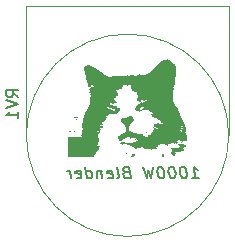
<source format=gbr>
G04 #@! TF.GenerationSoftware,KiCad,Pcbnew,6.0.0-unknown-3fefe01~100~ubuntu19.04.1*
G04 #@! TF.CreationDate,2019-08-17T22:35:10-04:00*
G04 #@! TF.ProjectId,1000WBlender,31303030-5742-46c6-956e-6465722e6b69,rev?*
G04 #@! TF.SameCoordinates,Original*
G04 #@! TF.FileFunction,Legend,Bot*
G04 #@! TF.FilePolarity,Positive*
%FSLAX46Y46*%
G04 Gerber Fmt 4.6, Leading zero omitted, Abs format (unit mm)*
G04 Created by KiCad (PCBNEW 6.0.0-unknown-3fefe01~100~ubuntu19.04.1) date 2019-08-17 22:35:10*
%MOMM*%
%LPD*%
G04 APERTURE LIST*
%ADD10C,0.150000*%
%ADD11C,0.100000*%
%ADD12C,0.120000*%
G04 APERTURE END LIST*
D10*
X155391244Y-143200380D02*
X155962672Y-143200380D01*
X155676958Y-143200380D02*
X155551958Y-142200380D01*
X155665053Y-142343238D01*
X155772196Y-142438476D01*
X155873386Y-142486095D01*
X154647196Y-142200380D02*
X154551958Y-142200380D01*
X154462672Y-142248000D01*
X154421005Y-142295619D01*
X154385291Y-142390857D01*
X154361482Y-142581333D01*
X154391244Y-142819428D01*
X154462672Y-143009904D01*
X154522196Y-143105142D01*
X154575767Y-143152761D01*
X154676958Y-143200380D01*
X154772196Y-143200380D01*
X154861482Y-143152761D01*
X154903148Y-143105142D01*
X154938863Y-143009904D01*
X154962672Y-142819428D01*
X154932910Y-142581333D01*
X154861482Y-142390857D01*
X154801958Y-142295619D01*
X154748386Y-142248000D01*
X154647196Y-142200380D01*
X153694815Y-142200380D02*
X153599577Y-142200380D01*
X153510291Y-142248000D01*
X153468625Y-142295619D01*
X153432910Y-142390857D01*
X153409101Y-142581333D01*
X153438863Y-142819428D01*
X153510291Y-143009904D01*
X153569815Y-143105142D01*
X153623386Y-143152761D01*
X153724577Y-143200380D01*
X153819815Y-143200380D01*
X153909101Y-143152761D01*
X153950767Y-143105142D01*
X153986482Y-143009904D01*
X154010291Y-142819428D01*
X153980529Y-142581333D01*
X153909101Y-142390857D01*
X153849577Y-142295619D01*
X153796005Y-142248000D01*
X153694815Y-142200380D01*
X152742434Y-142200380D02*
X152647196Y-142200380D01*
X152557910Y-142248000D01*
X152516244Y-142295619D01*
X152480529Y-142390857D01*
X152456720Y-142581333D01*
X152486482Y-142819428D01*
X152557910Y-143009904D01*
X152617434Y-143105142D01*
X152671005Y-143152761D01*
X152772196Y-143200380D01*
X152867434Y-143200380D01*
X152956720Y-143152761D01*
X152998386Y-143105142D01*
X153034101Y-143009904D01*
X153057910Y-142819428D01*
X153028148Y-142581333D01*
X152956720Y-142390857D01*
X152897196Y-142295619D01*
X152843625Y-142248000D01*
X152742434Y-142200380D01*
X152075767Y-142200380D02*
X151962672Y-143200380D01*
X151682910Y-142486095D01*
X151581720Y-143200380D01*
X151218625Y-142200380D01*
X149801958Y-142676571D02*
X149665053Y-142724190D01*
X149623386Y-142771809D01*
X149587672Y-142867047D01*
X149605529Y-143009904D01*
X149665053Y-143105142D01*
X149718625Y-143152761D01*
X149819815Y-143200380D01*
X150200767Y-143200380D01*
X150075767Y-142200380D01*
X149742434Y-142200380D01*
X149653148Y-142248000D01*
X149611482Y-142295619D01*
X149575767Y-142390857D01*
X149587672Y-142486095D01*
X149647196Y-142581333D01*
X149700767Y-142628952D01*
X149801958Y-142676571D01*
X150135291Y-142676571D01*
X149057910Y-143200380D02*
X149147196Y-143152761D01*
X149182910Y-143057523D01*
X149075767Y-142200380D01*
X148290053Y-143152761D02*
X148391244Y-143200380D01*
X148581720Y-143200380D01*
X148671005Y-143152761D01*
X148706720Y-143057523D01*
X148659101Y-142676571D01*
X148599577Y-142581333D01*
X148498386Y-142533714D01*
X148307910Y-142533714D01*
X148218625Y-142581333D01*
X148182910Y-142676571D01*
X148194815Y-142771809D01*
X148682910Y-142867047D01*
X147736482Y-142533714D02*
X147819815Y-143200380D01*
X147748386Y-142628952D02*
X147694815Y-142581333D01*
X147593625Y-142533714D01*
X147450767Y-142533714D01*
X147361482Y-142581333D01*
X147325767Y-142676571D01*
X147391244Y-143200380D01*
X146486482Y-143200380D02*
X146361482Y-142200380D01*
X146480529Y-143152761D02*
X146581720Y-143200380D01*
X146772196Y-143200380D01*
X146861482Y-143152761D01*
X146903148Y-143105142D01*
X146938863Y-143009904D01*
X146903148Y-142724190D01*
X146843625Y-142628952D01*
X146790053Y-142581333D01*
X146688863Y-142533714D01*
X146498386Y-142533714D01*
X146409101Y-142581333D01*
X145623386Y-143152761D02*
X145724577Y-143200380D01*
X145915053Y-143200380D01*
X146004339Y-143152761D01*
X146040053Y-143057523D01*
X145992434Y-142676571D01*
X145932910Y-142581333D01*
X145831720Y-142533714D01*
X145641244Y-142533714D01*
X145551958Y-142581333D01*
X145516244Y-142676571D01*
X145528148Y-142771809D01*
X146016244Y-142867047D01*
X145153148Y-143200380D02*
X145069815Y-142533714D01*
X145093625Y-142724190D02*
X145034101Y-142628952D01*
X144980529Y-142581333D01*
X144879339Y-142533714D01*
X144784101Y-142533714D01*
D11*
G36*
X152993092Y-141167729D02*
G01*
X153004687Y-141186417D01*
X153029661Y-141217421D01*
X153036113Y-141225051D01*
X153051453Y-141254362D01*
X153060666Y-141287282D01*
X153061701Y-141314132D01*
X153052508Y-141325233D01*
X153047573Y-141325964D01*
X153036624Y-141339948D01*
X153034047Y-141350507D01*
X153018975Y-141374708D01*
X153010069Y-141381354D01*
X152971180Y-141391611D01*
X152905661Y-141395291D01*
X152809995Y-141395828D01*
X152834068Y-141349941D01*
X152840978Y-141335385D01*
X152859290Y-141286663D01*
X152874048Y-141234690D01*
X152879988Y-141212651D01*
X152894984Y-141177061D01*
X152910343Y-141161929D01*
X152922091Y-141159369D01*
X152954357Y-141149015D01*
X152971730Y-141147399D01*
X152993092Y-141167729D01*
G37*
G36*
X150586677Y-141289981D02*
G01*
X150586879Y-141307258D01*
X150584241Y-141300082D01*
X150581812Y-141288462D01*
X150575899Y-141277536D01*
X150563385Y-141284459D01*
X150537983Y-141310671D01*
X150529550Y-141319079D01*
X150496454Y-141343606D01*
X150468369Y-141353471D01*
X150450628Y-141356092D01*
X150438736Y-141366555D01*
X150435001Y-141374257D01*
X150414028Y-141384980D01*
X150397452Y-141387396D01*
X150357257Y-141390981D01*
X150308136Y-141393815D01*
X150297557Y-141394225D01*
X150254578Y-141393887D01*
X150232920Y-141388283D01*
X150226952Y-141376190D01*
X150233465Y-141358291D01*
X150255755Y-141334897D01*
X150263064Y-141328261D01*
X150284034Y-141289447D01*
X150295402Y-141247579D01*
X150551688Y-141247579D01*
X150558747Y-141254638D01*
X150565807Y-141247579D01*
X150558747Y-141240519D01*
X150551688Y-141247579D01*
X150295402Y-141247579D01*
X150301660Y-141224533D01*
X150315489Y-141135038D01*
X150317137Y-141128271D01*
X150337801Y-141101590D01*
X150372983Y-141080229D01*
X150411925Y-141071300D01*
X150412380Y-141071309D01*
X150433966Y-141081024D01*
X150467965Y-141105532D01*
X150507226Y-141139700D01*
X150538417Y-141170315D01*
X150565446Y-141203126D01*
X150579314Y-141233552D01*
X150581569Y-141247579D01*
X150585220Y-141270301D01*
X150586677Y-141289981D01*
G37*
G36*
X154008042Y-134495098D02*
G01*
X154000438Y-134600705D01*
X153999788Y-134611670D01*
X153998114Y-134639908D01*
X153994978Y-134692838D01*
X153991771Y-134765802D01*
X153991290Y-134776758D01*
X153991064Y-134782465D01*
X153987601Y-134824869D01*
X153986513Y-134838207D01*
X153978898Y-134882439D01*
X153974471Y-134894049D01*
X153969612Y-134906797D01*
X153964807Y-134916514D01*
X153956436Y-134954607D01*
X153954483Y-134971703D01*
X153949512Y-135015240D01*
X153948937Y-135024410D01*
X153944792Y-135090538D01*
X153944533Y-135094683D01*
X153942548Y-135133238D01*
X153942509Y-135134006D01*
X153936574Y-135205851D01*
X153929988Y-135247023D01*
X153928932Y-135253627D01*
X153919864Y-135275261D01*
X153906557Y-135288779D01*
X153888544Y-135316049D01*
X153878573Y-135341599D01*
X153878909Y-135343175D01*
X153881495Y-135355306D01*
X153885933Y-135360357D01*
X153886286Y-135383325D01*
X153877840Y-135413775D01*
X153869741Y-135429738D01*
X153864350Y-135440364D01*
X153849570Y-135451748D01*
X153838715Y-135454864D01*
X153821493Y-135474716D01*
X153820333Y-135497870D01*
X153836624Y-135524771D01*
X153865145Y-135536462D01*
X153873834Y-135538240D01*
X153876635Y-135550689D01*
X153875462Y-135563020D01*
X153888663Y-135585738D01*
X153896695Y-135597894D01*
X153902157Y-135626152D01*
X153896951Y-135652135D01*
X153882114Y-135663532D01*
X153876391Y-135665909D01*
X153869642Y-135684711D01*
X153867056Y-135694743D01*
X153848114Y-135705889D01*
X153830425Y-135714812D01*
X153813226Y-135741029D01*
X153806750Y-135765374D01*
X153798683Y-135809100D01*
X153790992Y-135861255D01*
X153784868Y-135912792D01*
X153781501Y-135954662D01*
X153782081Y-135977813D01*
X153787690Y-136006546D01*
X153790869Y-136056822D01*
X153787733Y-136103858D01*
X153778555Y-136135454D01*
X153775961Y-136140388D01*
X153766491Y-136177024D01*
X153764821Y-136221231D01*
X153767168Y-136253743D01*
X153771148Y-136310586D01*
X153775170Y-136369480D01*
X153776769Y-136390658D01*
X153778586Y-136414739D01*
X153781873Y-136448392D01*
X153784185Y-136461253D01*
X153787597Y-136470095D01*
X153793160Y-136496550D01*
X153794844Y-136503610D01*
X153800618Y-136527822D01*
X153814667Y-136569866D01*
X153815830Y-136572964D01*
X153822998Y-136615399D01*
X153822241Y-136630681D01*
X153820607Y-136663720D01*
X153820133Y-136666612D01*
X153817847Y-136708194D01*
X153826557Y-136729063D01*
X153836290Y-136739683D01*
X153856056Y-136770246D01*
X153878527Y-136811696D01*
X153894421Y-136841973D01*
X153919269Y-136884627D01*
X153937280Y-136910707D01*
X153938904Y-136913060D01*
X153943157Y-136918584D01*
X153962657Y-136952565D01*
X153963724Y-136954425D01*
X153970896Y-136971622D01*
X153981802Y-136997773D01*
X153985806Y-137008780D01*
X154001845Y-137042735D01*
X154004667Y-137048711D01*
X154018683Y-137068368D01*
X154023716Y-137075428D01*
X154032145Y-137084304D01*
X154057233Y-137115979D01*
X154084489Y-137155306D01*
X154095267Y-137171342D01*
X154103591Y-137182488D01*
X154127911Y-137215053D01*
X154157562Y-137249112D01*
X154162196Y-137253901D01*
X154180973Y-137278344D01*
X154184110Y-137292774D01*
X154183662Y-137297582D01*
X154200615Y-137301331D01*
X154202405Y-137301355D01*
X154218816Y-137308804D01*
X154217469Y-137334033D01*
X154216378Y-137357807D01*
X154216332Y-137358828D01*
X154227540Y-137391928D01*
X154228254Y-137394038D01*
X154228956Y-137395072D01*
X154245026Y-137428770D01*
X154257477Y-137470758D01*
X154257788Y-137472224D01*
X154272956Y-137520304D01*
X154294276Y-137566215D01*
X154294579Y-137566868D01*
X154297862Y-137572769D01*
X154312130Y-137604888D01*
X154314622Y-137610500D01*
X154321449Y-137639775D01*
X154326110Y-137661486D01*
X154340715Y-137701437D01*
X154361804Y-137748390D01*
X154380329Y-137787054D01*
X154407234Y-137845547D01*
X154428479Y-137894327D01*
X154437574Y-137915325D01*
X154454095Y-137948862D01*
X154465231Y-137965417D01*
X154468842Y-137968852D01*
X154481244Y-137989784D01*
X154484630Y-137995501D01*
X154501030Y-138035569D01*
X154513903Y-138077863D01*
X154519114Y-138111190D01*
X154525375Y-138130329D01*
X154546151Y-138165893D01*
X154576052Y-138208222D01*
X154609420Y-138249882D01*
X154640596Y-138283437D01*
X154657790Y-138296717D01*
X154663921Y-138301453D01*
X154666893Y-138303679D01*
X154666235Y-138319720D01*
X154664448Y-138330392D01*
X154674936Y-138353812D01*
X154682573Y-138366067D01*
X154681845Y-138367312D01*
X154677720Y-138374371D01*
X154669844Y-138377134D01*
X154665282Y-138394813D01*
X154673428Y-138419995D01*
X154692071Y-138442237D01*
X154706398Y-138456823D01*
X154716779Y-138481534D01*
X154719423Y-138493417D01*
X154733302Y-138527677D01*
X154755570Y-138573907D01*
X154765723Y-138593215D01*
X154782242Y-138624634D01*
X154809332Y-138672385D01*
X154817280Y-138684989D01*
X154832852Y-138709687D01*
X154832988Y-138709851D01*
X154848818Y-138729067D01*
X154847750Y-138741901D01*
X154828027Y-138760835D01*
X154815903Y-138769716D01*
X154806449Y-138780932D01*
X154819530Y-138783821D01*
X154832218Y-138785909D01*
X154843850Y-138797940D01*
X154846239Y-138804435D01*
X154865028Y-138812059D01*
X154869962Y-138812300D01*
X154885174Y-138821308D01*
X154879404Y-138838027D01*
X154873495Y-138842085D01*
X154854439Y-138855173D01*
X154836750Y-138863357D01*
X154836293Y-138866627D01*
X154862058Y-138863628D01*
X154888753Y-138863484D01*
X154895891Y-138873916D01*
X154889991Y-138881246D01*
X154867093Y-138885565D01*
X154855017Y-138885569D01*
X154848966Y-138891304D01*
X154843850Y-138896154D01*
X154844631Y-138900713D01*
X154859698Y-138910892D01*
X154868113Y-138913776D01*
X154860278Y-138929288D01*
X154857036Y-138934006D01*
X154855425Y-138957247D01*
X154872668Y-138993165D01*
X154875770Y-138998434D01*
X154893210Y-139035820D01*
X154900326Y-139065365D01*
X154903107Y-139080846D01*
X154917974Y-139099246D01*
X154928190Y-139106251D01*
X154918451Y-139118610D01*
X154914655Y-139121724D01*
X154909223Y-139138748D01*
X154921020Y-139168862D01*
X154921366Y-139169535D01*
X154931318Y-139198277D01*
X154928219Y-139214662D01*
X154923901Y-139219031D01*
X154922432Y-139240015D01*
X154923861Y-139255045D01*
X154912804Y-139280487D01*
X154907591Y-139285044D01*
X154892447Y-139298283D01*
X154871297Y-139298674D01*
X154851746Y-139290522D01*
X154825990Y-139285044D01*
X154886207Y-139285044D01*
X154893266Y-139292104D01*
X154900326Y-139285044D01*
X154893266Y-139277985D01*
X154886207Y-139285044D01*
X154825990Y-139285044D01*
X154816412Y-139283007D01*
X154792020Y-139276973D01*
X154775811Y-139264474D01*
X154771868Y-139258315D01*
X154750403Y-139249747D01*
X154737872Y-139247029D01*
X154705919Y-139232997D01*
X154671186Y-139212931D01*
X154646185Y-139193574D01*
X154629882Y-139182517D01*
X154600298Y-139166154D01*
X154572939Y-139145326D01*
X154561471Y-139123114D01*
X154560067Y-139111851D01*
X154546985Y-139085600D01*
X154546463Y-139085055D01*
X154544637Y-139065090D01*
X154567068Y-139033815D01*
X154589559Y-139005258D01*
X154607766Y-138973707D01*
X154616084Y-138949071D01*
X154610910Y-138939130D01*
X154598691Y-138942675D01*
X154572078Y-138955128D01*
X154560677Y-138960503D01*
X154538934Y-138960723D01*
X154516530Y-138939445D01*
X154516429Y-138939320D01*
X154497858Y-138919573D01*
X154489111Y-138916387D01*
X154489023Y-138916824D01*
X154488839Y-138917951D01*
X154485581Y-138937953D01*
X154485181Y-138940082D01*
X154473227Y-138961485D01*
X154462295Y-138979252D01*
X154472377Y-138990434D01*
X154503651Y-138988841D01*
X154522620Y-138985929D01*
X154549038Y-138991331D01*
X154552123Y-139011606D01*
X154530874Y-139044699D01*
X154520539Y-139056008D01*
X154499437Y-139071488D01*
X154472211Y-139075855D01*
X154428063Y-139071975D01*
X154403987Y-139068992D01*
X154358901Y-139063596D01*
X154328508Y-139060208D01*
X154298343Y-139055157D01*
X154238681Y-139034121D01*
X154166914Y-138995358D01*
X154143530Y-138981802D01*
X154100023Y-138959285D01*
X154067418Y-138945731D01*
X154050294Y-138940970D01*
X154040614Y-138942435D01*
X154041577Y-138943836D01*
X154051498Y-138958272D01*
X154064961Y-138971814D01*
X154069707Y-138974427D01*
X154082528Y-138981487D01*
X154087642Y-138982802D01*
X154112234Y-138995319D01*
X154146305Y-139016784D01*
X154160137Y-139025713D01*
X154195217Y-139044570D01*
X154219009Y-139052081D01*
X154229578Y-139054477D01*
X154260897Y-139068988D01*
X154299268Y-139092284D01*
X154310036Y-139099145D01*
X154318955Y-139104829D01*
X154362229Y-139128340D01*
X154365742Y-139129736D01*
X154396362Y-139141905D01*
X154399910Y-139143855D01*
X154425594Y-139157974D01*
X154427618Y-139159087D01*
X154438349Y-139172092D01*
X154449999Y-139186211D01*
X154455167Y-139192475D01*
X154455201Y-139192540D01*
X154471362Y-139214449D01*
X154478562Y-139224211D01*
X154504840Y-139242638D01*
X154521576Y-139250497D01*
X154533233Y-139264817D01*
X154535615Y-139270866D01*
X154554411Y-139277985D01*
X154564117Y-139279272D01*
X154564223Y-139279366D01*
X154575590Y-139289489D01*
X154581016Y-139297801D01*
X154582407Y-139298745D01*
X154604756Y-139313920D01*
X154627637Y-139325048D01*
X154637682Y-139329934D01*
X154669067Y-139340867D01*
X154688186Y-139341740D01*
X154693733Y-139330935D01*
X154692051Y-139304001D01*
X154690974Y-139299702D01*
X154690291Y-139282035D01*
X154703966Y-139285958D01*
X154715976Y-139292093D01*
X154749579Y-139302353D01*
X154770457Y-139309182D01*
X154804546Y-139329143D01*
X154837030Y-139355307D01*
X154860150Y-139381158D01*
X154861320Y-139384870D01*
X154866143Y-139400183D01*
X154865286Y-139409939D01*
X154880424Y-139419174D01*
X154890276Y-139420571D01*
X154891256Y-139422214D01*
X154895757Y-139429763D01*
X154893266Y-139438390D01*
X154898095Y-139461531D01*
X154898988Y-139465815D01*
X154915338Y-139492129D01*
X154935168Y-139503888D01*
X154947586Y-139508808D01*
X154948071Y-139509997D01*
X154954506Y-139525787D01*
X154956802Y-139531424D01*
X154956893Y-139531812D01*
X154960855Y-139548851D01*
X154981510Y-139573352D01*
X154981827Y-139573600D01*
X154993078Y-139582424D01*
X154988727Y-139588172D01*
X154977366Y-139598154D01*
X154975931Y-139609300D01*
X154973597Y-139627429D01*
X154974028Y-139630958D01*
X154975337Y-139641702D01*
X154976608Y-139652137D01*
X154978096Y-139664348D01*
X154979114Y-139666256D01*
X154987327Y-139681662D01*
X155000707Y-139671293D01*
X155001458Y-139670129D01*
X155010326Y-139663682D01*
X155013061Y-139683461D01*
X155011550Y-139692141D01*
X155009670Y-139702944D01*
X154994394Y-139707540D01*
X154987981Y-139706416D01*
X154986286Y-139708613D01*
X154978811Y-139718304D01*
X154976969Y-139753870D01*
X154977268Y-139761770D01*
X154977289Y-139761982D01*
X154978761Y-139776854D01*
X154980960Y-139799075D01*
X154983149Y-139807445D01*
X154986840Y-139821564D01*
X154994824Y-139840915D01*
X154995353Y-139842743D01*
X155001475Y-139863921D01*
X155004535Y-139874510D01*
X155006413Y-139883076D01*
X155006416Y-139892159D01*
X155006419Y-139903925D01*
X155006419Y-139906871D01*
X154991417Y-139913338D01*
X154977878Y-139917699D01*
X154977608Y-139926537D01*
X154977223Y-139939191D01*
X154977556Y-139941576D01*
X154979103Y-139952673D01*
X154966820Y-139985742D01*
X154936224Y-140015161D01*
X154894136Y-140035554D01*
X154847380Y-140041542D01*
X154821752Y-140040694D01*
X154787586Y-140042410D01*
X154737958Y-140047778D01*
X154728133Y-140048959D01*
X154687526Y-140053745D01*
X154660304Y-140056804D01*
X154644279Y-140063116D01*
X154620676Y-140085005D01*
X154613600Y-140093819D01*
X154593589Y-140108838D01*
X154580035Y-140107883D01*
X154580631Y-140089994D01*
X154583324Y-140079619D01*
X154578611Y-140071466D01*
X154561306Y-140071963D01*
X154527571Y-140067022D01*
X154490591Y-140058187D01*
X154460771Y-140048040D01*
X154448519Y-140039167D01*
X154444779Y-140032343D01*
X154423811Y-140026073D01*
X154408365Y-140023501D01*
X154418093Y-140013821D01*
X154424495Y-140007161D01*
X154417061Y-139998691D01*
X154388561Y-139989072D01*
X154335568Y-139976764D01*
X154322709Y-139973488D01*
X154289681Y-139962459D01*
X154275471Y-139959400D01*
X154270945Y-139962754D01*
X154264973Y-139967181D01*
X154264966Y-139967451D01*
X154257983Y-139974520D01*
X154252270Y-139980305D01*
X154222616Y-139990992D01*
X154221780Y-139991178D01*
X154202028Y-139998051D01*
X154192427Y-140001392D01*
X154180259Y-140012849D01*
X154177288Y-140018101D01*
X154159081Y-140017276D01*
X154148367Y-140014654D01*
X154139266Y-140019230D01*
X154137902Y-140019916D01*
X154143162Y-140033062D01*
X154161714Y-140061771D01*
X154166212Y-140067727D01*
X154182897Y-140089825D01*
X154187277Y-140095627D01*
X154204462Y-140115709D01*
X154213099Y-140125803D01*
X154220076Y-140132181D01*
X154232427Y-140143472D01*
X154240148Y-140149990D01*
X154250854Y-140174063D01*
X154252139Y-140181879D01*
X154268503Y-140201664D01*
X154269199Y-140202003D01*
X154269052Y-140206010D01*
X154246633Y-140204667D01*
X154218963Y-140205551D01*
X154193637Y-140216895D01*
X154176039Y-140224778D01*
X154167340Y-140232547D01*
X154154309Y-140255640D01*
X154168015Y-140271982D01*
X154207837Y-140281200D01*
X154273157Y-140282925D01*
X154290472Y-140282379D01*
X154344677Y-140278814D01*
X154375876Y-140271980D01*
X154388239Y-140260382D01*
X154385937Y-140242525D01*
X154383904Y-140231235D01*
X154395564Y-140228069D01*
X154402205Y-140231644D01*
X154410504Y-140247992D01*
X154414280Y-140252618D01*
X154439105Y-140256571D01*
X154481448Y-140255332D01*
X154505628Y-140253595D01*
X154539869Y-140254290D01*
X154559487Y-140263032D01*
X154573486Y-140282476D01*
X154576154Y-140286870D01*
X154601546Y-140315728D01*
X154603174Y-140317579D01*
X154639264Y-140346223D01*
X154667247Y-140364225D01*
X154686666Y-140376718D01*
X154701816Y-140333260D01*
X154716965Y-140289802D01*
X154748640Y-140318649D01*
X154777251Y-140341610D01*
X154812082Y-140363877D01*
X154832530Y-140379200D01*
X154843850Y-140400495D01*
X154847447Y-140411505D01*
X154867480Y-140411666D01*
X154884111Y-140409726D01*
X154883423Y-140414560D01*
X154881599Y-140427383D01*
X154879051Y-140436403D01*
X154874225Y-140471036D01*
X154873986Y-140472753D01*
X154871872Y-140518078D01*
X154870817Y-140550353D01*
X154866377Y-140568459D01*
X154857753Y-140562810D01*
X154845154Y-140549895D01*
X154832405Y-140559315D01*
X154812129Y-140570331D01*
X154776265Y-140571796D01*
X154774091Y-140571553D01*
X154745415Y-140571938D01*
X154740399Y-140580879D01*
X154737219Y-140588868D01*
X154710643Y-140585481D01*
X154710421Y-140585426D01*
X154685548Y-140582230D01*
X154679597Y-140587997D01*
X154677287Y-140595496D01*
X154656072Y-140599153D01*
X154648850Y-140599142D01*
X154630981Y-140606837D01*
X154629930Y-140632862D01*
X154640495Y-140663444D01*
X154657907Y-140688998D01*
X154663905Y-140697802D01*
X154683057Y-140720757D01*
X154688363Y-140733642D01*
X154689299Y-140744585D01*
X154700162Y-140769925D01*
X154701356Y-140772184D01*
X154709413Y-140795881D01*
X154699078Y-140806379D01*
X154689503Y-140814014D01*
X154681542Y-140839286D01*
X154674349Y-140859299D01*
X154646185Y-140867361D01*
X154641211Y-140867638D01*
X154601592Y-140874203D01*
X154557056Y-140886397D01*
X154521852Y-140896298D01*
X154497919Y-140895034D01*
X154476854Y-140880574D01*
X154462604Y-140868142D01*
X154454197Y-140865650D01*
X154457698Y-140884299D01*
X154458869Y-140901234D01*
X154447427Y-140916569D01*
X154418320Y-140926029D01*
X154368072Y-140930606D01*
X154293211Y-140931293D01*
X154257814Y-140931314D01*
X154195603Y-140934940D01*
X154144493Y-140944994D01*
X154092903Y-140963329D01*
X154046335Y-140980745D01*
X154013861Y-140987034D01*
X153995522Y-140980912D01*
X153993584Y-140979166D01*
X153984085Y-140974881D01*
X153988586Y-140993438D01*
X153995153Y-141014621D01*
X154004095Y-141064211D01*
X154004518Y-141108005D01*
X153995889Y-141135620D01*
X153988075Y-141154373D01*
X153997645Y-141186671D01*
X154006444Y-141206529D01*
X154004004Y-141209424D01*
X154001007Y-141207296D01*
X153982998Y-141211200D01*
X153964020Y-141234907D01*
X153949463Y-141272212D01*
X153946522Y-141280559D01*
X153927110Y-141305395D01*
X153899985Y-141321857D01*
X153874153Y-141325866D01*
X153858620Y-141313344D01*
X153851747Y-141304672D01*
X153827195Y-141296995D01*
X153814718Y-141294854D01*
X153782337Y-141276474D01*
X153751279Y-141246252D01*
X153729331Y-141212709D01*
X153724277Y-141184365D01*
X153720908Y-141158426D01*
X153701753Y-141125197D01*
X153674448Y-141097330D01*
X153647269Y-141085455D01*
X153640813Y-141084464D01*
X153629620Y-141072268D01*
X153630865Y-141067088D01*
X153647269Y-141053386D01*
X153657607Y-141044237D01*
X153646583Y-141025229D01*
X153635788Y-141006410D01*
X153645195Y-140992538D01*
X153656775Y-140990117D01*
X153677648Y-141002384D01*
X153691881Y-141014202D01*
X153715668Y-141018320D01*
X153733527Y-141008972D01*
X153734947Y-140988673D01*
X153729164Y-140973032D01*
X153718566Y-140936962D01*
X153717393Y-140931836D01*
X153716441Y-140918289D01*
X153726460Y-140929493D01*
X153735982Y-140939307D01*
X153750474Y-140940825D01*
X153750601Y-140927279D01*
X153738895Y-140899525D01*
X153720058Y-140867867D01*
X153699870Y-140841862D01*
X153684111Y-140831070D01*
X153679499Y-140829990D01*
X153679036Y-140816951D01*
X153681242Y-140811482D01*
X153672810Y-140802832D01*
X153669500Y-140802686D01*
X153657709Y-140794556D01*
X153665194Y-140779854D01*
X153688396Y-140766804D01*
X153699595Y-140763001D01*
X153709874Y-140754933D01*
X153695455Y-140743973D01*
X153682966Y-140734059D01*
X153671977Y-140711868D01*
X153669556Y-140702160D01*
X153650798Y-140684774D01*
X153639699Y-140676644D01*
X154338215Y-140676644D01*
X154341526Y-140683476D01*
X154362923Y-140701352D01*
X154371423Y-140702125D01*
X154375277Y-140688998D01*
X154371966Y-140682165D01*
X154350569Y-140664290D01*
X154342069Y-140663516D01*
X154338215Y-140676644D01*
X153639699Y-140676644D01*
X153633544Y-140672136D01*
X153632055Y-140655525D01*
X153650798Y-140647523D01*
X153660589Y-140645592D01*
X153671977Y-140630581D01*
X153674468Y-140621232D01*
X153687816Y-140629477D01*
X153697577Y-140635854D01*
X153725155Y-140637066D01*
X153742319Y-140637333D01*
X153766245Y-140655608D01*
X153776752Y-140669289D01*
X153786577Y-140672852D01*
X153794088Y-140650842D01*
X153803487Y-140631214D01*
X153821872Y-140619285D01*
X153830142Y-140617659D01*
X153842519Y-140601637D01*
X153843958Y-140593535D01*
X153850115Y-140599718D01*
X153851851Y-140602244D01*
X153873907Y-140610156D01*
X153911978Y-140610752D01*
X153922857Y-140610102D01*
X153957603Y-140612094D01*
X153975809Y-140619730D01*
X153984434Y-140624158D01*
X154014288Y-140629186D01*
X154057171Y-140632253D01*
X154104853Y-140633247D01*
X154149102Y-140632057D01*
X154181687Y-140628572D01*
X154194378Y-140622682D01*
X154201311Y-140611474D01*
X154223968Y-140593479D01*
X154232658Y-140588381D01*
X154256094Y-140583267D01*
X154280444Y-140599331D01*
X154298629Y-140613337D01*
X154307330Y-140614414D01*
X154309266Y-140593526D01*
X154320293Y-140562131D01*
X154336795Y-140544292D01*
X154353818Y-140547175D01*
X154355576Y-140548900D01*
X154377687Y-140562377D01*
X154388333Y-140550790D01*
X154386282Y-140515348D01*
X154384462Y-140474830D01*
X154395064Y-140456917D01*
X154420281Y-140456917D01*
X154427341Y-140463977D01*
X154434400Y-140456917D01*
X154427341Y-140449858D01*
X154420281Y-140456917D01*
X154395064Y-140456917D01*
X154399377Y-140449630D01*
X154406524Y-140442009D01*
X154465786Y-140442009D01*
X154478380Y-140456917D01*
X154488458Y-140468848D01*
X154514964Y-140486929D01*
X154537988Y-140491208D01*
X154547352Y-140478096D01*
X154541696Y-140470203D01*
X154660304Y-140470203D01*
X154661297Y-140478096D01*
X154663277Y-140493839D01*
X154673406Y-140512765D01*
X154681944Y-140512639D01*
X154693554Y-140496636D01*
X154699526Y-140471823D01*
X154699388Y-140471036D01*
X154843850Y-140471036D01*
X154844637Y-140471823D01*
X154850909Y-140478096D01*
X154857969Y-140471036D01*
X154850909Y-140463977D01*
X154843850Y-140471036D01*
X154699388Y-140471036D01*
X154695679Y-140449984D01*
X154681568Y-140436508D01*
X154666647Y-140442481D01*
X154660304Y-140470203D01*
X154541696Y-140470203D01*
X154541251Y-140469582D01*
X154517385Y-140463977D01*
X154510535Y-140463861D01*
X154495901Y-140459026D01*
X154504995Y-140442798D01*
X154508905Y-140437889D01*
X154513001Y-140424711D01*
X154492605Y-140421620D01*
X154468815Y-140426135D01*
X154465786Y-140442009D01*
X154406524Y-140442009D01*
X154410603Y-140437661D01*
X154407178Y-140424380D01*
X154394199Y-140414560D01*
X154434400Y-140414560D01*
X154441460Y-140421620D01*
X154448519Y-140414560D01*
X154441460Y-140407501D01*
X154434400Y-140414560D01*
X154394199Y-140414560D01*
X154382001Y-140405332D01*
X154379795Y-140403902D01*
X154347801Y-140388595D01*
X154324444Y-140386099D01*
X154314548Y-140386751D01*
X154298256Y-140372047D01*
X154292888Y-140362614D01*
X154279499Y-140357833D01*
X154266419Y-140355578D01*
X154244642Y-140337843D01*
X154244622Y-140337826D01*
X154409624Y-140337826D01*
X154413222Y-140351025D01*
X154416123Y-140355205D01*
X154429007Y-140365144D01*
X154430939Y-140364225D01*
X154427341Y-140351025D01*
X154424440Y-140346846D01*
X154411555Y-140336906D01*
X154409624Y-140337826D01*
X154244622Y-140337826D01*
X154222999Y-140320025D01*
X154213827Y-140315728D01*
X154377924Y-140315728D01*
X154384984Y-140322787D01*
X154392043Y-140315728D01*
X154384984Y-140308668D01*
X154377924Y-140315728D01*
X154213827Y-140315728D01*
X154185300Y-140302364D01*
X154178975Y-140300350D01*
X154144193Y-140280965D01*
X154109161Y-140251678D01*
X154100328Y-140243167D01*
X154068630Y-140219388D01*
X154062136Y-140216895D01*
X154123783Y-140216895D01*
X154130843Y-140223955D01*
X154137902Y-140216895D01*
X154130843Y-140209836D01*
X154123783Y-140216895D01*
X154062136Y-140216895D01*
X154043747Y-140209836D01*
X154035265Y-140208110D01*
X154005986Y-140192089D01*
X153972677Y-140164709D01*
X153957302Y-140150600D01*
X153934918Y-140133976D01*
X153926118Y-140133656D01*
X153929578Y-140152707D01*
X153932924Y-140160419D01*
X153943458Y-140184699D01*
X153961980Y-140212147D01*
X153978621Y-140223844D01*
X153986484Y-140227071D01*
X153987538Y-140245554D01*
X153978950Y-140256908D01*
X153952592Y-140258692D01*
X153930129Y-140259098D01*
X153913321Y-140282979D01*
X153907627Y-140296819D01*
X153899309Y-140305931D01*
X153890724Y-140291020D01*
X153882297Y-140277786D01*
X153861072Y-140266311D01*
X153852737Y-140265024D01*
X153841404Y-140252737D01*
X153833751Y-140243513D01*
X153805362Y-140230357D01*
X153763971Y-140218105D01*
X153718078Y-140209164D01*
X153676179Y-140205940D01*
X153671716Y-140206092D01*
X153637373Y-140214542D01*
X153631098Y-140216086D01*
X153599797Y-140237261D01*
X153587263Y-140263498D01*
X153595138Y-140271515D01*
X153622323Y-140280980D01*
X153658981Y-140287905D01*
X153694613Y-140290436D01*
X153718720Y-140286718D01*
X153720079Y-140286083D01*
X153720695Y-140289663D01*
X153703488Y-140306534D01*
X153694383Y-140314078D01*
X153664927Y-140327422D01*
X153627774Y-140322258D01*
X153626242Y-140321822D01*
X153593585Y-140314181D01*
X153574812Y-140312728D01*
X153574463Y-140312815D01*
X153558152Y-140305579D01*
X153532800Y-140285282D01*
X153502510Y-140262317D01*
X153471784Y-140247441D01*
X153461990Y-140245307D01*
X153449156Y-140249690D01*
X153451974Y-140273780D01*
X153452548Y-140276131D01*
X153453697Y-140297641D01*
X153439744Y-140310965D01*
X153404331Y-140322622D01*
X153387166Y-140327367D01*
X153361677Y-140337528D01*
X153355954Y-140351338D01*
X153364532Y-140376145D01*
X153378371Y-140405600D01*
X153390727Y-140426326D01*
X153390867Y-140426562D01*
X153391818Y-140427915D01*
X153389198Y-140446198D01*
X153377923Y-140459561D01*
X153371132Y-140467610D01*
X153346698Y-140483868D01*
X153324971Y-140486690D01*
X153316137Y-140481722D01*
X153304884Y-140463587D01*
X153303781Y-140458307D01*
X153291325Y-140456935D01*
X153323282Y-140456935D01*
X153324726Y-140472599D01*
X153343375Y-140466366D01*
X153349948Y-140459561D01*
X153348460Y-140437712D01*
X153337753Y-140428136D01*
X153327695Y-140443635D01*
X153323282Y-140456935D01*
X153291325Y-140456935D01*
X153290825Y-140456880D01*
X153276184Y-140452428D01*
X153261199Y-140430573D01*
X153293262Y-140430573D01*
X153304884Y-140435739D01*
X153312358Y-140434720D01*
X153314296Y-140426326D01*
X153312227Y-140424637D01*
X153295471Y-140426326D01*
X153293262Y-140430573D01*
X153261199Y-140430573D01*
X153260072Y-140428930D01*
X153243669Y-140405498D01*
X153224715Y-140399453D01*
X153215613Y-140400295D01*
X153206051Y-140385879D01*
X153204377Y-140376526D01*
X153190582Y-140365144D01*
X153188230Y-140364891D01*
X153164644Y-140354916D01*
X153132646Y-140334905D01*
X153109677Y-140319848D01*
X153089724Y-140313930D01*
X153076596Y-140324316D01*
X153075221Y-140326265D01*
X153068124Y-140331757D01*
X153071948Y-140312198D01*
X153074373Y-140288642D01*
X153062583Y-140281566D01*
X153037861Y-140298079D01*
X153032967Y-140302546D01*
X153024348Y-140305444D01*
X153028552Y-140285148D01*
X153031129Y-140264425D01*
X153023241Y-140245588D01*
X153015829Y-140244330D01*
X153016556Y-140249839D01*
X153018006Y-140260835D01*
X153021246Y-140276402D01*
X153009273Y-140273919D01*
X153008057Y-140273186D01*
X152997259Y-140272289D01*
X153000936Y-140293320D01*
X153003650Y-140302827D01*
X153002888Y-140314539D01*
X152990161Y-140320379D01*
X152960053Y-140321933D01*
X152907146Y-140320788D01*
X152849838Y-140320519D01*
X152784410Y-140322937D01*
X152732031Y-140327648D01*
X152719674Y-140329287D01*
X152679455Y-140331948D01*
X152654419Y-140325827D01*
X152634540Y-140309007D01*
X152625443Y-140299465D01*
X152602453Y-140282364D01*
X152592802Y-140287841D01*
X152598838Y-140315470D01*
X152601887Y-140324110D01*
X152603344Y-140348931D01*
X152584370Y-140365384D01*
X152575188Y-140371225D01*
X152558559Y-140393213D01*
X152561793Y-140413016D01*
X152584817Y-140421620D01*
X152594519Y-140422227D01*
X152611603Y-140431153D01*
X152605888Y-140445380D01*
X152578567Y-140457976D01*
X152554011Y-140470603D01*
X152539740Y-140503732D01*
X152538169Y-140514785D01*
X152530597Y-140531917D01*
X152511209Y-140538118D01*
X152471866Y-140537427D01*
X152454683Y-140536955D01*
X152414666Y-140539392D01*
X152390203Y-140546014D01*
X152388578Y-140547160D01*
X152378547Y-140568522D01*
X152391049Y-140594847D01*
X152423198Y-140619686D01*
X152446527Y-140636730D01*
X152457747Y-140655438D01*
X152453559Y-140666177D01*
X152430796Y-140678371D01*
X152386365Y-140686296D01*
X152318142Y-140690271D01*
X152224002Y-140690617D01*
X152212344Y-140690477D01*
X152146565Y-140690285D01*
X152102372Y-140692073D01*
X152073969Y-140696708D01*
X152055558Y-140705060D01*
X152041346Y-140717998D01*
X152018502Y-140736169D01*
X151997154Y-140740588D01*
X151989537Y-140739071D01*
X151974791Y-140748030D01*
X151964734Y-140755036D01*
X151932914Y-140748116D01*
X151920044Y-140744268D01*
X151873525Y-140735763D01*
X151806344Y-140727646D01*
X151723713Y-140720407D01*
X151630846Y-140714535D01*
X151532955Y-140710522D01*
X151520401Y-140710114D01*
X151465738Y-140707505D01*
X151422393Y-140704146D01*
X151398825Y-140700661D01*
X151350354Y-140682458D01*
X151308087Y-140659270D01*
X151282941Y-140636401D01*
X151279980Y-140617398D01*
X151279679Y-140610436D01*
X151261820Y-140605166D01*
X151236168Y-140594999D01*
X151209592Y-140569869D01*
X151182554Y-140545259D01*
X151153043Y-140534572D01*
X151144572Y-140535553D01*
X151109958Y-140547900D01*
X151071056Y-140569869D01*
X151057023Y-140579001D01*
X151023334Y-140597718D01*
X151001716Y-140605166D01*
X150976767Y-140609035D01*
X150940961Y-140618389D01*
X150926335Y-140622472D01*
X150882410Y-140633383D01*
X150824041Y-140646891D01*
X150759826Y-140660974D01*
X150622051Y-140690336D01*
X150562161Y-140660074D01*
X150548015Y-140652397D01*
X150502445Y-140621976D01*
X150466974Y-140590721D01*
X150451104Y-140575840D01*
X150411491Y-140547372D01*
X150361922Y-140517974D01*
X150309088Y-140490963D01*
X150259684Y-140469653D01*
X150220399Y-140457361D01*
X150197927Y-140457404D01*
X150197752Y-140457507D01*
X150179271Y-140454302D01*
X150153291Y-140435913D01*
X150123707Y-140414016D01*
X150089670Y-140398389D01*
X150070655Y-140390742D01*
X150064239Y-140379822D01*
X150065167Y-140373787D01*
X150049482Y-140359772D01*
X150013843Y-140346582D01*
X149963945Y-140336009D01*
X149905482Y-140329846D01*
X149856568Y-140324816D01*
X149810386Y-140313744D01*
X149783897Y-140298848D01*
X149781370Y-140281781D01*
X149776374Y-140277388D01*
X149753271Y-140276745D01*
X149721048Y-140279979D01*
X149689708Y-140286018D01*
X149669253Y-140293791D01*
X149660024Y-140298874D01*
X149628692Y-140312702D01*
X149586741Y-140329091D01*
X149560173Y-140337828D01*
X149510659Y-140343893D01*
X149466630Y-140329701D01*
X149418274Y-140293158D01*
X149389061Y-140277361D01*
X149349059Y-140269333D01*
X149328571Y-140267331D01*
X149295202Y-140253676D01*
X149289992Y-140243493D01*
X149412850Y-140243493D01*
X149420505Y-140252193D01*
X149424646Y-140251665D01*
X149443350Y-140238074D01*
X149445612Y-140232654D01*
X149437957Y-140223955D01*
X149433815Y-140224482D01*
X149415112Y-140238074D01*
X149412850Y-140243493D01*
X149289992Y-140243493D01*
X149284369Y-140232505D01*
X149297217Y-140210022D01*
X149334888Y-140192432D01*
X149338098Y-140191565D01*
X149367666Y-140179579D01*
X149379814Y-140167075D01*
X149382201Y-140160770D01*
X149400993Y-140153360D01*
X149410702Y-140152046D01*
X149422171Y-140141627D01*
X149430882Y-140129100D01*
X149455738Y-140111929D01*
X149468978Y-140105565D01*
X149495098Y-140102495D01*
X149525712Y-140117820D01*
X149541828Y-140126531D01*
X149569236Y-140132828D01*
X149585416Y-140126310D01*
X149582833Y-140108242D01*
X149581277Y-140100400D01*
X149598727Y-140107371D01*
X149615910Y-140113738D01*
X149650080Y-140114570D01*
X149667066Y-140113851D01*
X149676312Y-140130535D01*
X149676316Y-140130990D01*
X149686803Y-140148091D01*
X149720019Y-140153360D01*
X149722317Y-140153399D01*
X149764827Y-140162763D01*
X149806193Y-140183599D01*
X149826166Y-140196826D01*
X149847621Y-140204401D01*
X149860308Y-140194991D01*
X149864340Y-140189453D01*
X149880414Y-140183380D01*
X149909886Y-140193426D01*
X149942742Y-140202683D01*
X149976196Y-140201702D01*
X149994341Y-140199451D01*
X150015351Y-140210134D01*
X150022838Y-140217615D01*
X150045356Y-140215596D01*
X150055405Y-140211527D01*
X150090140Y-140204444D01*
X150135178Y-140200087D01*
X150182330Y-140197691D01*
X150260832Y-140193371D01*
X150316844Y-140189537D01*
X150354224Y-140185739D01*
X150376831Y-140181529D01*
X150388523Y-140176459D01*
X150393159Y-140170078D01*
X150397725Y-140162794D01*
X150403332Y-140160419D01*
X152493337Y-140160419D01*
X152524234Y-140209594D01*
X152538277Y-140230354D01*
X152540313Y-140232654D01*
X152562142Y-140257323D01*
X152578540Y-140264589D01*
X152584036Y-140249839D01*
X152582975Y-140245372D01*
X152567054Y-140222474D01*
X152538296Y-140195717D01*
X152504798Y-140169417D01*
X152941134Y-140169417D01*
X152946263Y-140176993D01*
X152953423Y-140183651D01*
X152970722Y-140209836D01*
X152976675Y-140219679D01*
X152976658Y-140218789D01*
X153406214Y-140218789D01*
X153408217Y-140219679D01*
X153417835Y-140223955D01*
X153425310Y-140222936D01*
X153427248Y-140214542D01*
X153425179Y-140212852D01*
X153408423Y-140214542D01*
X153406214Y-140218789D01*
X152976658Y-140218789D01*
X152976369Y-140203946D01*
X152971162Y-140188302D01*
X152951910Y-140171104D01*
X152941134Y-140169417D01*
X152504798Y-140169417D01*
X152493337Y-140160419D01*
X152895434Y-140160419D01*
X152902494Y-140167479D01*
X152909553Y-140160419D01*
X152902494Y-140153360D01*
X152895434Y-140160419D01*
X152493337Y-140160419D01*
X150403332Y-140160419D01*
X150420001Y-140153360D01*
X150439227Y-140146678D01*
X150456326Y-140132181D01*
X152471866Y-140132181D01*
X152478925Y-140139241D01*
X152485984Y-140132181D01*
X152478925Y-140125122D01*
X152471866Y-140132181D01*
X150456326Y-140132181D01*
X150464711Y-140125073D01*
X150464892Y-140124855D01*
X150483428Y-140107443D01*
X150505060Y-140104207D01*
X150541314Y-140113389D01*
X150547560Y-140115317D01*
X150581637Y-140122733D01*
X150598630Y-140118062D01*
X153304884Y-140118062D01*
X153311943Y-140125122D01*
X153317109Y-140119956D01*
X153886258Y-140119956D01*
X153897880Y-140125122D01*
X153905354Y-140124103D01*
X153907293Y-140115709D01*
X153905223Y-140114020D01*
X153888467Y-140115709D01*
X153887243Y-140118062D01*
X153886258Y-140119956D01*
X153317109Y-140119956D01*
X153319003Y-140118062D01*
X153311943Y-140111003D01*
X153304884Y-140118062D01*
X150598630Y-140118062D01*
X150605648Y-140116133D01*
X150633860Y-140092260D01*
X150640263Y-140086374D01*
X150671054Y-140063707D01*
X150694481Y-140054527D01*
X150698887Y-140053505D01*
X152402210Y-140053505D01*
X152415107Y-140075364D01*
X152427253Y-140087125D01*
X152447545Y-140096884D01*
X152450055Y-140089825D01*
X153276646Y-140089825D01*
X153283705Y-140096884D01*
X153290765Y-140089825D01*
X153283705Y-140082765D01*
X153277646Y-140088824D01*
X153276646Y-140089825D01*
X152450055Y-140089825D01*
X152450411Y-140088824D01*
X152436490Y-140068560D01*
X152427024Y-140059084D01*
X152408096Y-140047469D01*
X152402210Y-140053505D01*
X150698887Y-140053505D01*
X150713165Y-140050194D01*
X150729367Y-140041327D01*
X153237751Y-140041327D01*
X153241349Y-140054527D01*
X153244249Y-140058707D01*
X153257134Y-140068646D01*
X153259065Y-140067727D01*
X153255468Y-140054527D01*
X153252567Y-140050348D01*
X153239682Y-140040408D01*
X153237751Y-140041327D01*
X150729367Y-140041327D01*
X150743125Y-140033798D01*
X150764567Y-140021181D01*
X150771366Y-140019230D01*
X153770809Y-140019230D01*
X153777869Y-140026289D01*
X153784928Y-140019230D01*
X153777869Y-140012170D01*
X153770809Y-140019230D01*
X150771366Y-140019230D01*
X150794406Y-140012619D01*
X150817642Y-140005111D01*
X150862305Y-140005111D01*
X150869364Y-140012170D01*
X150876424Y-140005111D01*
X150869364Y-139998051D01*
X152782483Y-139998051D01*
X152783057Y-140001921D01*
X152787533Y-140005111D01*
X152797435Y-140012170D01*
X152802542Y-140011062D01*
X152803661Y-139998051D01*
X152800763Y-139993826D01*
X152788709Y-139983932D01*
X152787300Y-139984299D01*
X152782483Y-139998051D01*
X150869364Y-139998051D01*
X150862305Y-140005111D01*
X150817642Y-140005111D01*
X150819014Y-140004668D01*
X150831199Y-139987887D01*
X150827053Y-139978766D01*
X150850683Y-139978766D01*
X150862305Y-139983932D01*
X150869779Y-139982913D01*
X150871717Y-139974520D01*
X150869648Y-139972830D01*
X150852892Y-139974520D01*
X150850683Y-139978766D01*
X150827053Y-139978766D01*
X150823870Y-139971765D01*
X150815200Y-139962754D01*
X153121337Y-139962754D01*
X153128397Y-139969813D01*
X153135456Y-139962754D01*
X153128397Y-139955694D01*
X153121337Y-139962754D01*
X150815200Y-139962754D01*
X150811051Y-139958442D01*
X150792964Y-139930308D01*
X150773221Y-139907110D01*
X150744963Y-139906524D01*
X150737721Y-139908482D01*
X150724388Y-139909999D01*
X150735234Y-139900360D01*
X150740833Y-139896240D01*
X150742498Y-139893150D01*
X152267773Y-139893150D01*
X152281260Y-139913338D01*
X152299876Y-139932353D01*
X152312183Y-139941576D01*
X152312162Y-139935212D01*
X152302438Y-139913338D01*
X152292855Y-139900138D01*
X152701230Y-139900138D01*
X152704828Y-139913338D01*
X152707729Y-139917517D01*
X152720614Y-139927457D01*
X152722545Y-139926537D01*
X152718947Y-139913338D01*
X152716046Y-139909158D01*
X152714768Y-139908172D01*
X154210994Y-139908172D01*
X154222616Y-139913338D01*
X154230090Y-139912319D01*
X154232029Y-139903925D01*
X154229959Y-139902235D01*
X154213203Y-139903925D01*
X154210994Y-139908172D01*
X152714768Y-139908172D01*
X152703162Y-139899219D01*
X152701230Y-139900138D01*
X152292855Y-139900138D01*
X152289979Y-139896178D01*
X152283281Y-139892159D01*
X153050743Y-139892159D01*
X153057802Y-139899219D01*
X153064862Y-139892159D01*
X153057802Y-139885100D01*
X153050743Y-139892159D01*
X152283281Y-139892159D01*
X152271515Y-139885100D01*
X152267773Y-139893150D01*
X150742498Y-139893150D01*
X150745511Y-139887559D01*
X150724645Y-139885316D01*
X150704850Y-139882085D01*
X150692877Y-139870981D01*
X150693489Y-139867012D01*
X150708005Y-139856862D01*
X150710319Y-139854387D01*
X150778819Y-139854387D01*
X150787528Y-139872446D01*
X150796556Y-139879129D01*
X150811525Y-139873187D01*
X150811862Y-139863921D01*
X152231843Y-139863921D01*
X152238903Y-139870981D01*
X152245962Y-139863921D01*
X152238903Y-139856862D01*
X152237287Y-139858477D01*
X152231843Y-139863921D01*
X150811862Y-139863921D01*
X150812061Y-139858477D01*
X150798207Y-139845758D01*
X150781123Y-139848624D01*
X150778819Y-139854387D01*
X150710319Y-139854387D01*
X150712650Y-139851894D01*
X150701476Y-139835205D01*
X150687981Y-139828154D01*
X150862305Y-139828154D01*
X150871099Y-139837277D01*
X150897602Y-139846198D01*
X150923546Y-139849412D01*
X150931150Y-139842849D01*
X150931065Y-139842743D01*
X152973088Y-139842743D01*
X152973169Y-139842849D01*
X152975974Y-139846558D01*
X152995933Y-139856862D01*
X153000681Y-139855774D01*
X153001326Y-139842743D01*
X152998441Y-139838927D01*
X152978481Y-139828624D01*
X152973734Y-139829712D01*
X152973088Y-139842743D01*
X150931065Y-139842743D01*
X150915125Y-139822951D01*
X150895693Y-139812224D01*
X150872834Y-139813401D01*
X150862305Y-139828154D01*
X150687981Y-139828154D01*
X150674435Y-139821077D01*
X150632867Y-139816711D01*
X150631476Y-139816799D01*
X150593870Y-139815648D01*
X150568183Y-139808914D01*
X150555324Y-139805716D01*
X150529891Y-139815018D01*
X150517740Y-139822514D01*
X150509331Y-139817999D01*
X150497623Y-139805793D01*
X150481986Y-139800386D01*
X151144684Y-139800386D01*
X151145258Y-139804256D01*
X151159636Y-139814505D01*
X152182427Y-139814505D01*
X152185325Y-139818730D01*
X152197379Y-139828624D01*
X152198788Y-139828257D01*
X152203605Y-139814505D01*
X152203031Y-139810635D01*
X152198556Y-139807445D01*
X153926118Y-139807445D01*
X153933177Y-139814505D01*
X153940237Y-139807445D01*
X153933177Y-139800386D01*
X153926118Y-139807445D01*
X152198556Y-139807445D01*
X152188653Y-139800386D01*
X152183546Y-139801495D01*
X152182427Y-139814505D01*
X151159636Y-139814505D01*
X151164743Y-139813396D01*
X151165862Y-139800386D01*
X151162964Y-139796161D01*
X151150910Y-139786267D01*
X151149501Y-139786634D01*
X151144684Y-139800386D01*
X150481986Y-139800386D01*
X150468679Y-139795785D01*
X150438214Y-139783210D01*
X150436929Y-139781101D01*
X152559077Y-139781101D01*
X152570698Y-139786267D01*
X152578173Y-139785248D01*
X152580111Y-139776854D01*
X152578041Y-139775165D01*
X152561286Y-139776854D01*
X152559077Y-139781101D01*
X150436929Y-139781101D01*
X150418993Y-139751664D01*
X150411297Y-139728578D01*
X150400345Y-139716514D01*
X150393255Y-139729334D01*
X150393699Y-139765089D01*
X150395614Y-139792807D01*
X150389588Y-139810398D01*
X150370519Y-139814505D01*
X150352678Y-139812103D01*
X150333143Y-139800869D01*
X150323846Y-139797565D01*
X150297491Y-139802632D01*
X150265429Y-139815272D01*
X150238353Y-139831007D01*
X150226952Y-139845358D01*
X150219429Y-139845801D01*
X150200108Y-139830018D01*
X150182066Y-139808220D01*
X150165762Y-139777942D01*
X150160918Y-139753780D01*
X150170358Y-139743910D01*
X150182011Y-139741200D01*
X150178442Y-139731862D01*
X150158870Y-139720226D01*
X150129088Y-139710924D01*
X150108089Y-139704714D01*
X150086770Y-139685875D01*
X150074005Y-139652137D01*
X150269309Y-139652137D01*
X150276368Y-139659196D01*
X150283427Y-139652137D01*
X150276368Y-139645077D01*
X150269309Y-139652137D01*
X150074005Y-139652137D01*
X150072408Y-139647919D01*
X150069555Y-139638513D01*
X150048361Y-139602878D01*
X150021112Y-139592705D01*
X150015650Y-139595661D01*
X149992930Y-139607959D01*
X149968934Y-139648607D01*
X149961363Y-139661852D01*
X149943287Y-139673315D01*
X149935187Y-139677389D01*
X149936867Y-139680375D01*
X149945309Y-139695382D01*
X149953576Y-139706490D01*
X149950657Y-139712681D01*
X149924995Y-139707753D01*
X149910969Y-139704760D01*
X149888959Y-139707635D01*
X149878214Y-139729237D01*
X149870677Y-139746039D01*
X149861033Y-139745810D01*
X149860979Y-139745724D01*
X149843547Y-139740369D01*
X149811243Y-139742644D01*
X149774836Y-139750292D01*
X149745095Y-139761057D01*
X149732788Y-139772682D01*
X149730840Y-139778801D01*
X149714117Y-139802539D01*
X149686216Y-139833805D01*
X149654391Y-139865243D01*
X149625896Y-139889499D01*
X149607983Y-139899219D01*
X149599026Y-139901657D01*
X149582586Y-139920397D01*
X149576802Y-139930229D01*
X149556979Y-139941576D01*
X149539082Y-139948621D01*
X149513944Y-139969813D01*
X149491247Y-139988164D01*
X149463173Y-139998051D01*
X149449284Y-140000068D01*
X149428770Y-140012916D01*
X149424629Y-140017642D01*
X149403229Y-140021772D01*
X149382916Y-140025676D01*
X149355659Y-140044147D01*
X149338667Y-140057972D01*
X149315006Y-140064951D01*
X149282451Y-140055136D01*
X149266589Y-140046288D01*
X149235763Y-140013442D01*
X149218182Y-139972392D01*
X149219553Y-139934118D01*
X149221838Y-139923699D01*
X149214902Y-139913338D01*
X149206885Y-139907351D01*
X149200031Y-139883520D01*
X149194173Y-139860824D01*
X149174755Y-139828255D01*
X149161268Y-139807298D01*
X149154444Y-139776888D01*
X149155941Y-139757839D01*
X149152023Y-139713609D01*
X149133837Y-139683496D01*
X149131179Y-139680375D01*
X149873978Y-139680375D01*
X149881037Y-139687434D01*
X149888097Y-139680375D01*
X149881037Y-139673315D01*
X149873978Y-139680375D01*
X149131179Y-139680375D01*
X149123422Y-139671271D01*
X149109952Y-139642493D01*
X149111696Y-139619826D01*
X149129203Y-139611741D01*
X149142392Y-139610593D01*
X149153911Y-139599580D01*
X149153982Y-139598720D01*
X149167920Y-139591752D01*
X149201133Y-139594318D01*
X149215649Y-139596382D01*
X149226064Y-139595661D01*
X149930454Y-139595661D01*
X149937513Y-139602721D01*
X149944573Y-139595661D01*
X149937513Y-139588602D01*
X149930454Y-139595661D01*
X149226064Y-139595661D01*
X149244352Y-139594395D01*
X149274590Y-139581084D01*
X149312246Y-139553315D01*
X149363199Y-139507955D01*
X149365250Y-139506079D01*
X149393530Y-139484526D01*
X149395816Y-139483543D01*
X151215279Y-139483543D01*
X151215646Y-139484952D01*
X151229397Y-139489769D01*
X151233267Y-139489194D01*
X151243516Y-139474817D01*
X151242408Y-139469710D01*
X151229397Y-139468591D01*
X151225172Y-139471488D01*
X151215279Y-139483543D01*
X149395816Y-139483543D01*
X149414177Y-139475650D01*
X149420633Y-139473981D01*
X149446340Y-139459118D01*
X149479180Y-139433867D01*
X149492484Y-139423367D01*
X149530105Y-139400782D01*
X149560532Y-139391510D01*
X149570382Y-139390813D01*
X149617482Y-139377120D01*
X149661750Y-139351263D01*
X149690510Y-139320195D01*
X149702840Y-139303174D01*
X149721194Y-139292104D01*
X149737178Y-139287233D01*
X149767538Y-139264081D01*
X149798182Y-139229538D01*
X149821898Y-139192202D01*
X149831471Y-139160670D01*
X149827611Y-139135154D01*
X149818017Y-139129417D01*
X149800485Y-139127156D01*
X149775660Y-139109072D01*
X149767292Y-139100379D01*
X149757218Y-139084625D01*
X149768086Y-139080319D01*
X149769218Y-139080306D01*
X149787336Y-139072686D01*
X149785313Y-139059012D01*
X149764556Y-139050967D01*
X149749186Y-139048414D01*
X149760774Y-139041638D01*
X149793269Y-139022641D01*
X149810340Y-138998885D01*
X149805299Y-138977755D01*
X149798427Y-138970249D01*
X149790632Y-138947746D01*
X149807551Y-138922490D01*
X149816032Y-138910888D01*
X149821324Y-138871308D01*
X149803179Y-138817083D01*
X149761499Y-138747991D01*
X149696190Y-138663810D01*
X149658574Y-138619090D01*
X149613434Y-138565754D01*
X149579583Y-138526578D01*
X149552884Y-138497036D01*
X149529201Y-138472598D01*
X149504400Y-138448739D01*
X149474345Y-138420930D01*
X149438336Y-138385853D01*
X149401415Y-138342157D01*
X149384981Y-138309935D01*
X149390462Y-138291392D01*
X149396796Y-138283258D01*
X149409543Y-138249308D01*
X149425000Y-138189207D01*
X149443435Y-138102004D01*
X149453117Y-138076812D01*
X149465560Y-138071452D01*
X149475236Y-138073789D01*
X149498546Y-138064817D01*
X149506469Y-138060075D01*
X149540813Y-138051474D01*
X149588273Y-138048068D01*
X149640610Y-138049424D01*
X149689588Y-138055110D01*
X149726967Y-138064692D01*
X149744509Y-138077739D01*
X149750347Y-138087912D01*
X149761064Y-138077812D01*
X149765861Y-138073159D01*
X149793339Y-138061649D01*
X149833480Y-138054036D01*
X149888717Y-138045038D01*
X149988957Y-138009101D01*
X150074056Y-137950187D01*
X150079404Y-137945309D01*
X150111279Y-137918322D01*
X150137554Y-137904868D01*
X150169461Y-137901366D01*
X150218235Y-137904237D01*
X150222263Y-137904567D01*
X150275434Y-137911715D01*
X150310355Y-137924386D01*
X150336374Y-137945873D01*
X150337224Y-137946812D01*
X150359225Y-137977955D01*
X150368590Y-138004536D01*
X150373100Y-138024591D01*
X150389769Y-138055864D01*
X150402345Y-138077239D01*
X150410498Y-138106264D01*
X150410518Y-138107051D01*
X150421261Y-138132114D01*
X150445795Y-138159948D01*
X150447675Y-138161603D01*
X150471340Y-138186762D01*
X150481093Y-138205413D01*
X150480998Y-138208365D01*
X150467581Y-138248900D01*
X150433529Y-138300362D01*
X150381797Y-138358912D01*
X150315342Y-138420711D01*
X150276595Y-138454746D01*
X150227949Y-138502935D01*
X150194496Y-138545969D01*
X150170871Y-138590138D01*
X150158928Y-138617100D01*
X150130262Y-138680301D01*
X150102971Y-138738884D01*
X150096815Y-138752509D01*
X150074625Y-138816731D01*
X150061717Y-138880873D01*
X150059305Y-138936592D01*
X150068598Y-138975544D01*
X150074748Y-138992850D01*
X150069687Y-139036048D01*
X150063782Y-139061456D01*
X150067892Y-139079148D01*
X150082908Y-139095868D01*
X150103171Y-139124846D01*
X150123252Y-139147216D01*
X150162177Y-139178644D01*
X150208738Y-139208628D01*
X150249769Y-139232744D01*
X150282676Y-139253820D01*
X150298094Y-139266001D01*
X150298683Y-139266762D01*
X150319982Y-139279232D01*
X150360362Y-139294086D01*
X150411663Y-139309133D01*
X150465726Y-139322182D01*
X150514393Y-139331041D01*
X150549502Y-139333518D01*
X150584828Y-139334671D01*
X150639288Y-139346600D01*
X150706583Y-139371904D01*
X150791710Y-139412204D01*
X150802871Y-139417393D01*
X150870055Y-139437435D01*
X150951035Y-139448503D01*
X151035785Y-139450272D01*
X151114280Y-139442419D01*
X151176496Y-139424622D01*
X151203613Y-139414196D01*
X151238185Y-139412216D01*
X151258261Y-139433242D01*
X151266443Y-139474817D01*
X151267341Y-139479383D01*
X151270950Y-139518772D01*
X151274904Y-139553304D01*
X151284450Y-139583265D01*
X151302356Y-139614098D01*
X151322234Y-139636191D01*
X151337813Y-139640821D01*
X151343979Y-139639291D01*
X151372631Y-139640464D01*
X151413066Y-139647221D01*
X151429618Y-139650721D01*
X151436846Y-139652137D01*
X151473679Y-139659353D01*
X151504717Y-139664489D01*
X151530558Y-139670014D01*
X151587192Y-139698130D01*
X151628793Y-139741453D01*
X151632467Y-139747227D01*
X151647450Y-139764730D01*
X151652590Y-139756228D01*
X151649694Y-139741702D01*
X151631943Y-139715801D01*
X151629338Y-139713531D01*
X151617194Y-139692751D01*
X151626961Y-139681443D01*
X151652895Y-139687396D01*
X151680811Y-139699599D01*
X151693149Y-139698981D01*
X151684364Y-139684946D01*
X151675728Y-139672039D01*
X151682356Y-139652137D01*
X151864750Y-139652137D01*
X151871810Y-139659196D01*
X151878869Y-139652137D01*
X151871810Y-139645077D01*
X151864750Y-139652137D01*
X151682356Y-139652137D01*
X151683130Y-139649816D01*
X151690372Y-139634961D01*
X151675735Y-139622556D01*
X151660325Y-139607225D01*
X151653182Y-139569442D01*
X151653183Y-139569336D01*
X151759056Y-139569336D01*
X151781344Y-139602903D01*
X151804909Y-139631809D01*
X151826874Y-139640353D01*
X151842579Y-139621396D01*
X151846244Y-139608586D01*
X151841916Y-139606730D01*
X151841700Y-139606933D01*
X151823721Y-139606856D01*
X151795382Y-139593137D01*
X151759056Y-139569336D01*
X151653183Y-139569336D01*
X151653264Y-139564820D01*
X151656766Y-139541689D01*
X151663772Y-139540579D01*
X151683967Y-139553184D01*
X151717250Y-139554972D01*
X151747367Y-139543340D01*
X151760744Y-139537989D01*
X151793253Y-139545762D01*
X151812157Y-139552870D01*
X151822394Y-139548846D01*
X151830900Y-139541017D01*
X151857136Y-139537760D01*
X151863549Y-139538825D01*
X151897733Y-139556109D01*
X151948120Y-139593610D01*
X151965330Y-139608586D01*
X152013179Y-139650226D01*
X152015313Y-139652137D01*
X152059583Y-139691788D01*
X152100103Y-139726256D01*
X152128637Y-139748457D01*
X152140881Y-139754865D01*
X152136571Y-139744387D01*
X152130399Y-139736851D01*
X152514222Y-139736851D01*
X152521282Y-139743910D01*
X152528341Y-139736851D01*
X152521282Y-139729791D01*
X152514222Y-139736851D01*
X152130399Y-139736851D01*
X152117374Y-139720949D01*
X152089338Y-139691363D01*
X152058971Y-139662154D01*
X152046506Y-139651536D01*
X152418785Y-139651536D01*
X152423905Y-139668715D01*
X152443680Y-139694549D01*
X152471145Y-139719734D01*
X152492281Y-139729724D01*
X152499859Y-139719202D01*
X152497831Y-139712743D01*
X152481908Y-139692144D01*
X152457575Y-139669729D01*
X152433812Y-139653205D01*
X152419596Y-139650283D01*
X152418785Y-139651536D01*
X152046506Y-139651536D01*
X152032780Y-139639845D01*
X152017273Y-139630958D01*
X152012692Y-139629329D01*
X152010470Y-139623615D01*
X152390168Y-139623615D01*
X152391858Y-139640371D01*
X152396105Y-139642580D01*
X152400922Y-139631743D01*
X152683650Y-139631743D01*
X152687370Y-139638508D01*
X152709052Y-139657875D01*
X152743655Y-139681439D01*
X152760631Y-139691953D01*
X152803185Y-139719202D01*
X152806100Y-139721069D01*
X152829536Y-139736851D01*
X152842488Y-139745574D01*
X152847290Y-139748882D01*
X152871419Y-139762337D01*
X152881163Y-139761982D01*
X152879720Y-139759172D01*
X152861692Y-139742464D01*
X152827389Y-139716260D01*
X152816414Y-139708613D01*
X153375479Y-139708613D01*
X153382538Y-139715672D01*
X153389598Y-139708613D01*
X153382538Y-139701553D01*
X153375479Y-139708613D01*
X152816414Y-139708613D01*
X152798867Y-139696387D01*
X154691039Y-139696387D01*
X154702660Y-139701553D01*
X154710135Y-139700534D01*
X154712073Y-139692141D01*
X154710004Y-139690451D01*
X154693248Y-139692141D01*
X154691039Y-139696387D01*
X152798867Y-139696387D01*
X152782331Y-139684866D01*
X152763921Y-139672762D01*
X152753276Y-139666256D01*
X153770809Y-139666256D01*
X153777869Y-139673315D01*
X153784928Y-139666256D01*
X154547352Y-139666256D01*
X154554411Y-139673315D01*
X154561471Y-139666256D01*
X154554411Y-139659196D01*
X154547352Y-139666256D01*
X153784928Y-139666256D01*
X153777869Y-139659196D01*
X153770809Y-139666256D01*
X152753276Y-139666256D01*
X152730173Y-139652137D01*
X154617947Y-139652137D01*
X154625006Y-139659196D01*
X154632066Y-139652137D01*
X154625006Y-139645077D01*
X154617947Y-139652137D01*
X152730173Y-139652137D01*
X152722863Y-139647670D01*
X152701168Y-139636547D01*
X153252232Y-139636547D01*
X153252451Y-139641367D01*
X153270763Y-139643963D01*
X153284641Y-139641702D01*
X153279293Y-139635433D01*
X153271129Y-139633177D01*
X153252232Y-139636547D01*
X152701168Y-139636547D01*
X152694337Y-139633045D01*
X152683650Y-139631743D01*
X152400922Y-139631743D01*
X152401271Y-139630958D01*
X152400252Y-139623484D01*
X152391858Y-139621546D01*
X152390168Y-139623615D01*
X152010470Y-139623615D01*
X152005940Y-139611968D01*
X151999768Y-139595377D01*
X152361930Y-139595377D01*
X152363620Y-139612133D01*
X152367867Y-139614342D01*
X152373033Y-139602721D01*
X152372014Y-139595246D01*
X152363620Y-139593308D01*
X152361930Y-139595377D01*
X151999768Y-139595377D01*
X151998939Y-139593151D01*
X151977702Y-139567423D01*
X151959351Y-139544726D01*
X151956935Y-139537864D01*
X152260081Y-139537864D01*
X152270393Y-139548237D01*
X152295379Y-139566125D01*
X152296657Y-139566955D01*
X152320727Y-139579009D01*
X152330676Y-139577074D01*
X152321299Y-139564558D01*
X152295379Y-139548814D01*
X152271073Y-139539159D01*
X152260081Y-139537864D01*
X151956935Y-139537864D01*
X151949464Y-139516652D01*
X151947455Y-139502764D01*
X151934660Y-139482286D01*
X151927933Y-139474050D01*
X151936885Y-139452616D01*
X151946460Y-139435530D01*
X151937571Y-139415752D01*
X151930101Y-139406919D01*
X151921226Y-139387161D01*
X151928416Y-139381660D01*
X151950442Y-139384389D01*
X151976014Y-139394362D01*
X151993400Y-139408164D01*
X151996049Y-139411742D01*
X152010900Y-139420766D01*
X152011239Y-139420739D01*
X152038018Y-139425837D01*
X152087124Y-139442579D01*
X152101660Y-139446713D01*
X152130898Y-139448695D01*
X152140100Y-139449285D01*
X152139305Y-139462768D01*
X152135321Y-139471931D01*
X152145697Y-139469476D01*
X152164483Y-139470197D01*
X152190236Y-139490633D01*
X152191543Y-139492124D01*
X152210078Y-139509147D01*
X152217724Y-139508236D01*
X152210578Y-139492425D01*
X152209422Y-139491118D01*
X152451691Y-139491118D01*
X152452879Y-139494142D01*
X152470757Y-139509593D01*
X152505360Y-139534321D01*
X152551682Y-139564642D01*
X152571854Y-139577074D01*
X152576267Y-139579794D01*
X152616694Y-139602721D01*
X152617064Y-139602931D01*
X152644056Y-139615389D01*
X152652358Y-139614737D01*
X152643890Y-139601957D01*
X152628116Y-139589521D01*
X153209513Y-139589521D01*
X153213111Y-139602721D01*
X153216011Y-139606900D01*
X153226170Y-139614737D01*
X153228896Y-139616840D01*
X153230827Y-139615920D01*
X153227818Y-139604877D01*
X154565515Y-139604877D01*
X154566436Y-139615920D01*
X154566695Y-139619029D01*
X154568005Y-139629036D01*
X154575371Y-139626477D01*
X154600298Y-139620994D01*
X154603520Y-139620333D01*
X154628482Y-139609300D01*
X154626471Y-139596104D01*
X154597808Y-139585345D01*
X154592554Y-139584424D01*
X154570105Y-139586237D01*
X154569522Y-139588602D01*
X154565515Y-139604877D01*
X153227818Y-139604877D01*
X153227230Y-139602721D01*
X153224329Y-139598541D01*
X153211444Y-139588602D01*
X153209513Y-139589521D01*
X152628116Y-139589521D01*
X152619274Y-139582551D01*
X152605800Y-139574483D01*
X153156635Y-139574483D01*
X153159533Y-139578708D01*
X153171587Y-139588602D01*
X153172996Y-139588235D01*
X153175340Y-139581542D01*
X154434400Y-139581542D01*
X154441460Y-139588602D01*
X154448519Y-139581542D01*
X154448235Y-139581258D01*
X154536249Y-139581258D01*
X154536278Y-139581542D01*
X154537939Y-139598014D01*
X154542186Y-139600223D01*
X154547352Y-139588602D01*
X154546333Y-139581127D01*
X154537939Y-139579189D01*
X154536249Y-139581258D01*
X154448235Y-139581258D01*
X154441460Y-139574483D01*
X154434400Y-139581542D01*
X153175340Y-139581542D01*
X153177813Y-139574483D01*
X153177239Y-139570613D01*
X153172764Y-139567423D01*
X154787374Y-139567423D01*
X154794434Y-139574483D01*
X154801493Y-139567423D01*
X154795316Y-139561246D01*
X154917092Y-139561246D01*
X154920086Y-139567423D01*
X154920403Y-139568078D01*
X154941800Y-139585954D01*
X154950300Y-139586728D01*
X154954154Y-139573600D01*
X154950843Y-139566768D01*
X154929446Y-139548892D01*
X154920946Y-139548119D01*
X154917092Y-139561246D01*
X154795316Y-139561246D01*
X154794434Y-139560364D01*
X154787374Y-139567423D01*
X153172764Y-139567423D01*
X153162861Y-139560364D01*
X153157754Y-139561472D01*
X153156635Y-139574483D01*
X152605800Y-139574483D01*
X152601749Y-139572058D01*
X152584817Y-139559311D01*
X152583496Y-139557934D01*
X152563080Y-139543401D01*
X152530627Y-139524810D01*
X152495202Y-139506803D01*
X152465868Y-139494025D01*
X152451691Y-139491118D01*
X152209422Y-139491118D01*
X152189486Y-139468591D01*
X152181919Y-139459865D01*
X152401271Y-139459865D01*
X152401798Y-139464006D01*
X152415390Y-139482709D01*
X152420810Y-139484971D01*
X152429509Y-139477317D01*
X152428982Y-139473175D01*
X152415390Y-139454472D01*
X152409970Y-139452210D01*
X152401271Y-139459865D01*
X152181919Y-139459865D01*
X152170911Y-139447173D01*
X152161248Y-139424489D01*
X152158290Y-139415795D01*
X152140070Y-139414068D01*
X152128601Y-139415760D01*
X152118892Y-139402653D01*
X152114733Y-139389072D01*
X152095529Y-139359742D01*
X152067804Y-139327984D01*
X152039486Y-139302529D01*
X152018502Y-139292104D01*
X152012220Y-139291424D01*
X152009193Y-139284144D01*
X152009402Y-139284019D01*
X152024960Y-139288187D01*
X152059968Y-139301940D01*
X152108821Y-139322755D01*
X152165916Y-139348104D01*
X152225648Y-139375462D01*
X152282413Y-139402303D01*
X152330606Y-139426102D01*
X152364625Y-139444333D01*
X152369481Y-139445893D01*
X152367299Y-139435437D01*
X152362012Y-139429713D01*
X152335619Y-139411658D01*
X152297648Y-139391970D01*
X152250332Y-139362476D01*
X152214019Y-139314353D01*
X152189665Y-139277360D01*
X152181841Y-139273722D01*
X152530276Y-139273722D01*
X152543637Y-139278133D01*
X152545125Y-139278333D01*
X152567353Y-139286489D01*
X152609876Y-139305180D01*
X152668538Y-139332481D01*
X152739185Y-139366464D01*
X152817662Y-139405203D01*
X152833521Y-139413120D01*
X152909606Y-139450880D01*
X152963449Y-139477317D01*
X152976088Y-139483523D01*
X153029062Y-139509154D01*
X153064623Y-139525882D01*
X153078863Y-139531812D01*
X153078295Y-139526337D01*
X153059974Y-139510418D01*
X153028752Y-139488285D01*
X153026772Y-139487032D01*
X153530787Y-139487032D01*
X153534189Y-139497115D01*
X153551966Y-139518007D01*
X153564428Y-139526461D01*
X153573144Y-139525787D01*
X153569164Y-139516107D01*
X153559795Y-139504505D01*
X154850528Y-139504505D01*
X154851569Y-139512794D01*
X154871255Y-139518007D01*
X154890612Y-139516687D01*
X154898829Y-139509997D01*
X154879599Y-139498956D01*
X154868896Y-139496813D01*
X154850528Y-139504505D01*
X153559795Y-139504505D01*
X153551966Y-139494811D01*
X153538718Y-139484528D01*
X153530787Y-139487032D01*
X153026772Y-139487032D01*
X152990705Y-139464214D01*
X152985917Y-139461531D01*
X153474311Y-139461531D01*
X153474886Y-139465401D01*
X153489264Y-139475650D01*
X153494370Y-139474541D01*
X153495490Y-139461531D01*
X153492592Y-139457306D01*
X153480538Y-139447412D01*
X153479128Y-139447779D01*
X153474311Y-139461531D01*
X152985917Y-139461531D01*
X152951910Y-139442478D01*
X152947799Y-139440353D01*
X154589709Y-139440353D01*
X154596768Y-139447412D01*
X154603828Y-139440353D01*
X154596768Y-139433293D01*
X154589709Y-139440353D01*
X152947799Y-139440353D01*
X152931121Y-139431734D01*
X152889379Y-139409989D01*
X152869271Y-139399361D01*
X153391162Y-139399361D01*
X153396077Y-139418235D01*
X153401883Y-139424490D01*
X153426737Y-139433293D01*
X153433510Y-139433061D01*
X153439915Y-139427713D01*
X153425231Y-139410434D01*
X153425064Y-139410267D01*
X153412078Y-139401733D01*
X154734286Y-139401733D01*
X154734463Y-139413699D01*
X154757960Y-139419174D01*
X154773704Y-139421960D01*
X154780595Y-139427713D01*
X154790672Y-139436127D01*
X154793554Y-139440353D01*
X154796507Y-139444684D01*
X154808467Y-139433431D01*
X154812980Y-139422214D01*
X154803905Y-139408212D01*
X154797997Y-139405228D01*
X154793918Y-139391770D01*
X154789258Y-139386189D01*
X154765768Y-139387562D01*
X154755775Y-139389970D01*
X154734286Y-139401733D01*
X153412078Y-139401733D01*
X153403383Y-139396020D01*
X153391162Y-139399361D01*
X152869271Y-139399361D01*
X152860137Y-139394534D01*
X152834472Y-139381100D01*
X152779596Y-139354645D01*
X153304884Y-139354645D01*
X153310933Y-139362237D01*
X153333122Y-139376817D01*
X153350983Y-139384774D01*
X153361360Y-139384870D01*
X153355310Y-139377279D01*
X153333122Y-139362698D01*
X153315260Y-139354741D01*
X153304884Y-139354645D01*
X152779596Y-139354645D01*
X152769967Y-139350003D01*
X152722457Y-139329295D01*
X153250905Y-139329295D01*
X153262527Y-139334460D01*
X153270002Y-139333442D01*
X153271940Y-139325048D01*
X153269870Y-139323358D01*
X153253114Y-139325048D01*
X153250905Y-139329295D01*
X152722457Y-139329295D01*
X152703916Y-139321214D01*
X152665754Y-139306223D01*
X153198992Y-139306223D01*
X153201885Y-139310494D01*
X153213111Y-139320341D01*
X153215153Y-139319677D01*
X153227230Y-139306223D01*
X153228360Y-139298745D01*
X153213111Y-139292104D01*
X153202344Y-139294261D01*
X153198992Y-139306223D01*
X152665754Y-139306223D01*
X152641691Y-139296771D01*
X152588666Y-139278714D01*
X152550214Y-139269081D01*
X152531709Y-139269911D01*
X152530276Y-139273722D01*
X152181841Y-139273722D01*
X152160644Y-139263866D01*
X152144274Y-139261212D01*
X152139057Y-139251385D01*
X152139529Y-139250368D01*
X152131263Y-139236690D01*
X152114067Y-139226835D01*
X152447714Y-139226835D01*
X152454609Y-139234195D01*
X152478865Y-139247151D01*
X152503409Y-139254903D01*
X152514222Y-139251091D01*
X152510659Y-139245298D01*
X152505421Y-139242321D01*
X153082547Y-139242321D01*
X153092011Y-139251091D01*
X153094419Y-139253323D01*
X153122627Y-139269452D01*
X153141585Y-139278829D01*
X153166310Y-139289667D01*
X153176087Y-139289433D01*
X153177813Y-139279366D01*
X153176474Y-139276050D01*
X153158508Y-139263006D01*
X153128930Y-139249626D01*
X153099723Y-139240733D01*
X153082871Y-139241150D01*
X153082547Y-139242321D01*
X152505421Y-139242321D01*
X152490300Y-139233729D01*
X152464446Y-139225797D01*
X152447714Y-139226835D01*
X152114067Y-139226835D01*
X152104773Y-139221509D01*
X152086253Y-139211413D01*
X152072300Y-139194218D01*
X152078744Y-139182501D01*
X152105454Y-139183421D01*
X152124211Y-139184626D01*
X152137339Y-139172310D01*
X152132514Y-139149470D01*
X152109286Y-139123196D01*
X152105342Y-139120052D01*
X152085090Y-139101863D01*
X152081557Y-139094438D01*
X152086067Y-139095575D01*
X152112272Y-139104483D01*
X152156622Y-139120524D01*
X152213584Y-139141638D01*
X152277624Y-139165764D01*
X152343207Y-139190840D01*
X152404800Y-139214808D01*
X152419136Y-139217863D01*
X152423087Y-139214449D01*
X153022505Y-139214449D01*
X153029564Y-139221509D01*
X153036624Y-139214449D01*
X153107218Y-139214449D01*
X153114278Y-139221509D01*
X153121337Y-139214449D01*
X153114278Y-139207390D01*
X153107218Y-139214449D01*
X153036624Y-139214449D01*
X153029564Y-139207390D01*
X153022505Y-139214449D01*
X152423087Y-139214449D01*
X152429509Y-139208900D01*
X152427458Y-139202055D01*
X152409339Y-139193271D01*
X152393468Y-139189116D01*
X152389202Y-139186211D01*
X152966029Y-139186211D01*
X152973088Y-139193271D01*
X152980148Y-139186211D01*
X152973088Y-139179152D01*
X152966029Y-139186211D01*
X152389202Y-139186211D01*
X152368463Y-139172092D01*
X152923672Y-139172092D01*
X152930732Y-139179152D01*
X152937791Y-139172092D01*
X152930732Y-139165033D01*
X152923672Y-139172092D01*
X152368463Y-139172092D01*
X152366982Y-139171084D01*
X152351073Y-139158773D01*
X152344795Y-139166495D01*
X152344603Y-139170483D01*
X152341431Y-139175126D01*
X152331711Y-139170597D01*
X152316567Y-139157974D01*
X152895434Y-139157974D01*
X152902494Y-139165033D01*
X152909553Y-139157974D01*
X152902494Y-139150914D01*
X152895434Y-139157974D01*
X152316567Y-139157974D01*
X152312063Y-139154220D01*
X152301009Y-139143855D01*
X152867196Y-139143855D01*
X152874256Y-139150914D01*
X152881315Y-139143855D01*
X152874256Y-139136795D01*
X152867196Y-139143855D01*
X152301009Y-139143855D01*
X152285951Y-139129736D01*
X152838958Y-139129736D01*
X152846018Y-139136795D01*
X152853077Y-139129736D01*
X152846018Y-139122676D01*
X152838958Y-139129736D01*
X152285951Y-139129736D01*
X152279110Y-139123322D01*
X152258539Y-139103391D01*
X152770861Y-139103391D01*
X152782483Y-139108557D01*
X152789957Y-139107538D01*
X152791895Y-139099145D01*
X152789826Y-139097455D01*
X152773070Y-139099145D01*
X152770861Y-139103391D01*
X152258539Y-139103391D01*
X152229471Y-139075229D01*
X152197948Y-139042200D01*
X152168951Y-139006579D01*
X152154208Y-138981545D01*
X152142408Y-138961900D01*
X152117842Y-138960641D01*
X152115601Y-138961335D01*
X152097984Y-138962212D01*
X152100183Y-138944843D01*
X152102305Y-138938729D01*
X152100192Y-138926159D01*
X152077554Y-138928835D01*
X152047455Y-138932382D01*
X152017981Y-138925926D01*
X152005940Y-138910052D01*
X152006940Y-138907289D01*
X152024105Y-138902492D01*
X152054304Y-138904634D01*
X152086735Y-138912278D01*
X152110598Y-138923986D01*
X152120617Y-138930325D01*
X152136630Y-138930804D01*
X152148410Y-138929267D01*
X152174158Y-138938483D01*
X152193766Y-138946353D01*
X152203605Y-138939626D01*
X152202370Y-138934237D01*
X152185957Y-138924562D01*
X152168387Y-138919262D01*
X152140070Y-138902009D01*
X152136396Y-138899120D01*
X152122808Y-138886719D01*
X152129959Y-138884367D01*
X152161248Y-138890160D01*
X152177340Y-138893807D01*
X152242760Y-138912035D01*
X152330537Y-138940239D01*
X152437972Y-138977527D01*
X152562365Y-139023003D01*
X152620742Y-139044350D01*
X152671532Y-139062018D01*
X152706676Y-139073203D01*
X152720807Y-139076106D01*
X152712667Y-139068849D01*
X152685171Y-139052735D01*
X152644427Y-139031549D01*
X152605605Y-139011446D01*
X152565964Y-138989042D01*
X152543980Y-138974427D01*
X153982594Y-138974427D01*
X153989653Y-138981487D01*
X153996713Y-138974427D01*
X153989653Y-138967368D01*
X153982594Y-138974427D01*
X152543980Y-138974427D01*
X152542460Y-138973417D01*
X152521474Y-138960066D01*
X152494531Y-138948083D01*
X153815664Y-138948083D01*
X153827285Y-138953249D01*
X153834760Y-138952230D01*
X153836698Y-138943836D01*
X153834628Y-138942146D01*
X153817873Y-138943836D01*
X153815664Y-138948083D01*
X152494531Y-138948083D01*
X152483119Y-138943008D01*
X152440585Y-138928639D01*
X152403725Y-138920190D01*
X152382389Y-138920895D01*
X152377004Y-138922967D01*
X152377553Y-138919845D01*
X153674474Y-138919845D01*
X153686096Y-138925011D01*
X153693570Y-138923992D01*
X153694964Y-138917951D01*
X154024951Y-138917951D01*
X154032010Y-138925011D01*
X154039070Y-138917951D01*
X154032010Y-138910892D01*
X154024951Y-138917951D01*
X153694964Y-138917951D01*
X153695508Y-138915598D01*
X153693439Y-138913908D01*
X153676683Y-138915598D01*
X153674474Y-138919845D01*
X152377553Y-138919845D01*
X152378744Y-138913073D01*
X152381088Y-138904019D01*
X152366457Y-138896773D01*
X152351954Y-138889713D01*
X153954356Y-138889713D01*
X153961415Y-138896773D01*
X154759136Y-138896773D01*
X154759298Y-138899968D01*
X154765362Y-138910892D01*
X154767627Y-138910242D01*
X154780315Y-138896773D01*
X154782521Y-138891304D01*
X154774088Y-138882654D01*
X154769990Y-138883196D01*
X154759136Y-138896773D01*
X153961415Y-138896773D01*
X153968475Y-138889713D01*
X153961415Y-138882654D01*
X153954356Y-138889713D01*
X152351954Y-138889713D01*
X152348274Y-138887922D01*
X152330778Y-138861745D01*
X152330614Y-138861475D01*
X152358914Y-138861475D01*
X152365973Y-138868535D01*
X152401271Y-138868535D01*
X152401681Y-138871910D01*
X152415390Y-138882654D01*
X152418764Y-138882244D01*
X152429509Y-138868535D01*
X152429098Y-138865160D01*
X152415390Y-138854416D01*
X152412015Y-138854826D01*
X152406804Y-138861475D01*
X152401271Y-138868535D01*
X152365973Y-138868535D01*
X152373033Y-138861475D01*
X152365973Y-138854416D01*
X152358914Y-138861475D01*
X152330614Y-138861475D01*
X152323180Y-138849250D01*
X153194430Y-138849250D01*
X153206051Y-138854416D01*
X153213526Y-138853397D01*
X153214920Y-138847356D01*
X153841404Y-138847356D01*
X153848464Y-138854416D01*
X153855523Y-138847356D01*
X153848464Y-138840297D01*
X153843757Y-138845003D01*
X153841404Y-138847356D01*
X153214920Y-138847356D01*
X153215464Y-138845003D01*
X153213394Y-138843314D01*
X153196639Y-138845003D01*
X153194430Y-138849250D01*
X152323180Y-138849250D01*
X152317510Y-138839928D01*
X152298265Y-138834083D01*
X152272757Y-138834331D01*
X152268876Y-138833238D01*
X153036624Y-138833238D01*
X153043683Y-138840297D01*
X153050743Y-138833238D01*
X153043683Y-138826178D01*
X153036624Y-138833238D01*
X152268876Y-138833238D01*
X152237808Y-138824490D01*
X152223327Y-138819716D01*
X152888375Y-138819716D01*
X152954783Y-138826526D01*
X152977403Y-138828177D01*
X153004136Y-138827153D01*
X153009590Y-138821735D01*
X153006681Y-138819762D01*
X152981242Y-138814584D01*
X152943181Y-138814924D01*
X152888375Y-138819716D01*
X152223327Y-138819716D01*
X152203932Y-138813322D01*
X152179962Y-138810169D01*
X152174542Y-138810287D01*
X152154420Y-138798315D01*
X152153631Y-138797247D01*
X152132663Y-138787730D01*
X152097713Y-138783821D01*
X152093993Y-138783783D01*
X152060277Y-138779767D01*
X152057403Y-138778402D01*
X152449331Y-138778402D01*
X152455249Y-138782660D01*
X152485984Y-138782219D01*
X152488831Y-138782101D01*
X152528432Y-138783074D01*
X152556579Y-138787991D01*
X152559627Y-138788936D01*
X152588232Y-138793885D01*
X152634740Y-138799163D01*
X152690709Y-138803775D01*
X152707770Y-138804910D01*
X152755528Y-138807357D01*
X152779676Y-138806552D01*
X152781083Y-138805000D01*
X152810720Y-138805000D01*
X152817780Y-138812059D01*
X152824839Y-138805000D01*
X152867196Y-138805000D01*
X152874256Y-138812059D01*
X152881315Y-138805000D01*
X152874256Y-138797940D01*
X152867196Y-138805000D01*
X152824839Y-138805000D01*
X152817780Y-138797940D01*
X152810720Y-138805000D01*
X152781083Y-138805000D01*
X152783773Y-138802035D01*
X152771376Y-138793347D01*
X152744653Y-138784504D01*
X154434400Y-138784504D01*
X154437197Y-138797789D01*
X154443982Y-138805000D01*
X154455341Y-138817074D01*
X154461806Y-138821735D01*
X154464616Y-138823761D01*
X154466180Y-138833238D01*
X154468279Y-138845961D01*
X154468023Y-138847356D01*
X154466890Y-138853559D01*
X154478611Y-138866511D01*
X154486661Y-138868535D01*
X154514404Y-138875511D01*
X154521469Y-138876655D01*
X154563204Y-138883689D01*
X154593258Y-138889175D01*
X154601757Y-138889713D01*
X154606021Y-138889983D01*
X154610988Y-138882817D01*
X154610334Y-138876066D01*
X154625087Y-138863398D01*
X154630507Y-138860763D01*
X154644652Y-138842085D01*
X154642094Y-138821661D01*
X154623277Y-138812059D01*
X154608613Y-138808307D01*
X154616436Y-138792701D01*
X154623547Y-138778330D01*
X154621695Y-138745534D01*
X154620121Y-138741591D01*
X154612235Y-138728838D01*
X154598041Y-138724446D01*
X154570518Y-138727941D01*
X154522644Y-138738848D01*
X154517755Y-138740029D01*
X154468375Y-138754348D01*
X154442126Y-138768378D01*
X154434400Y-138784504D01*
X152744653Y-138784504D01*
X152736777Y-138781898D01*
X152693722Y-138778840D01*
X152672311Y-138779094D01*
X152622971Y-138775089D01*
X152569940Y-138766772D01*
X152528404Y-138759785D01*
X152490110Y-138758911D01*
X152464048Y-138767803D01*
X152449331Y-138778402D01*
X152057403Y-138778402D01*
X152042131Y-138771149D01*
X152042423Y-138769249D01*
X152059340Y-138763567D01*
X152094670Y-138758426D01*
X152141006Y-138754270D01*
X152190944Y-138751544D01*
X152237079Y-138750691D01*
X152272006Y-138752156D01*
X152288319Y-138756382D01*
X152291910Y-138759701D01*
X152318705Y-138769622D01*
X152356431Y-138774266D01*
X152392389Y-138772816D01*
X152413884Y-138764456D01*
X152417531Y-138758971D01*
X152412554Y-138748872D01*
X152382991Y-138744059D01*
X152365469Y-138742538D01*
X152316590Y-138736811D01*
X152264061Y-138729277D01*
X152241870Y-138726157D01*
X152200917Y-138724679D01*
X152183992Y-138733055D01*
X152180091Y-138737420D01*
X152176482Y-138723816D01*
X152173140Y-138710772D01*
X152164846Y-138704696D01*
X153478135Y-138704696D01*
X153478354Y-138709516D01*
X153496666Y-138712112D01*
X153510545Y-138709851D01*
X153505197Y-138703582D01*
X153497032Y-138701326D01*
X153478135Y-138704696D01*
X152164846Y-138704696D01*
X152157215Y-138699107D01*
X152152144Y-138698758D01*
X152137751Y-138687558D01*
X152139202Y-138677645D01*
X154550368Y-138677645D01*
X154552058Y-138694401D01*
X154556305Y-138696610D01*
X154561471Y-138684989D01*
X154560452Y-138677514D01*
X154552058Y-138675576D01*
X154550368Y-138677645D01*
X152139202Y-138677645D01*
X152140942Y-138665763D01*
X152158943Y-138640405D01*
X152188982Y-138618517D01*
X152198835Y-138613388D01*
X152228917Y-138595740D01*
X152243122Y-138584086D01*
X152250490Y-138582046D01*
X152278605Y-138584957D01*
X152319680Y-138594039D01*
X152357315Y-138603376D01*
X152384596Y-138606082D01*
X152402698Y-138598470D01*
X152421353Y-138579108D01*
X152426827Y-138572944D01*
X152444248Y-138558036D01*
X152466499Y-138550369D01*
X152501351Y-138548273D01*
X152556579Y-138550080D01*
X152573513Y-138550926D01*
X152646475Y-138555433D01*
X152724353Y-138561364D01*
X152801630Y-138568175D01*
X152872791Y-138575319D01*
X152932321Y-138582254D01*
X152974705Y-138588433D01*
X152994426Y-138593314D01*
X152999662Y-138595570D01*
X153002608Y-138593215D01*
X153078981Y-138593215D01*
X153086040Y-138600275D01*
X153093100Y-138593215D01*
X153086040Y-138586156D01*
X153078981Y-138593215D01*
X153002608Y-138593215D01*
X153008386Y-138588598D01*
X153006534Y-138584245D01*
X152987488Y-138568440D01*
X152955997Y-138550492D01*
X152922274Y-138535779D01*
X152896527Y-138529680D01*
X152888382Y-138527653D01*
X152859999Y-138513967D01*
X152823214Y-138491631D01*
X152800702Y-138476408D01*
X152779991Y-138459068D01*
X152778100Y-138447022D01*
X152791749Y-138434294D01*
X152800554Y-138427338D01*
X152807789Y-138415021D01*
X152798548Y-138399112D01*
X152770295Y-138372281D01*
X152764578Y-138367312D01*
X152810720Y-138367312D01*
X152817780Y-138374371D01*
X152824839Y-138367312D01*
X152817780Y-138360253D01*
X152810720Y-138367312D01*
X152764578Y-138367312D01*
X152763624Y-138366483D01*
X152725763Y-138341578D01*
X152696953Y-138336319D01*
X152677533Y-138335414D01*
X152666783Y-138312840D01*
X152659967Y-138296717D01*
X152711888Y-138296717D01*
X152718947Y-138303777D01*
X152726007Y-138296717D01*
X152718947Y-138289658D01*
X152711888Y-138296717D01*
X152659967Y-138296717D01*
X152658544Y-138293351D01*
X152635865Y-138280439D01*
X152591877Y-138270492D01*
X152548769Y-138262895D01*
X152509305Y-138254578D01*
X152490825Y-138247335D01*
X152489279Y-138239309D01*
X152500617Y-138228644D01*
X152507189Y-138221847D01*
X152516411Y-138197362D01*
X152513983Y-138173390D01*
X152500020Y-138162587D01*
X152491162Y-138157154D01*
X152478925Y-138134349D01*
X152469867Y-138117870D01*
X152449736Y-138106111D01*
X152440875Y-138104676D01*
X152429509Y-138091992D01*
X152419883Y-138082511D01*
X152392576Y-138077873D01*
X152390353Y-138077844D01*
X152346637Y-138071363D01*
X152286711Y-138055364D01*
X152219178Y-138032450D01*
X152152643Y-138005227D01*
X152140174Y-138000016D01*
X152091172Y-137985055D01*
X152088161Y-137984630D01*
X152207429Y-137984630D01*
X152207648Y-137989449D01*
X152225960Y-137992045D01*
X152239839Y-137989784D01*
X152234491Y-137983515D01*
X152226326Y-137981259D01*
X152207429Y-137984630D01*
X152088161Y-137984630D01*
X152048551Y-137979041D01*
X152026468Y-137978285D01*
X152012373Y-137972747D01*
X152018919Y-137959235D01*
X152028026Y-137943427D01*
X152017285Y-137933406D01*
X152010777Y-137930257D01*
X152006728Y-137916596D01*
X152017532Y-137887176D01*
X152026424Y-137865345D01*
X152026739Y-137845934D01*
X152010306Y-137832190D01*
X151993708Y-137823824D01*
X151971819Y-137817041D01*
X151971490Y-137817029D01*
X151956310Y-137807345D01*
X151953662Y-137790139D01*
X151965936Y-137780326D01*
X152006818Y-137775808D01*
X152060803Y-137759091D01*
X152118823Y-137725930D01*
X152126165Y-137720505D01*
X152130289Y-137708080D01*
X152111763Y-137690609D01*
X152079374Y-137675735D01*
X152037708Y-137668873D01*
X152020967Y-137667821D01*
X151996192Y-137659534D01*
X151995188Y-137646550D01*
X152020059Y-137633126D01*
X152044285Y-137619113D01*
X152043117Y-137604888D01*
X152147130Y-137604888D01*
X152154189Y-137611948D01*
X152161248Y-137604888D01*
X152154189Y-137597829D01*
X152147130Y-137604888D01*
X152043117Y-137604888D01*
X152042798Y-137601016D01*
X152014196Y-137581686D01*
X151999108Y-137572448D01*
X151989679Y-137561061D01*
X152320381Y-137561061D01*
X152320600Y-137565881D01*
X152338912Y-137568476D01*
X152352790Y-137566215D01*
X152348394Y-137561061D01*
X152390976Y-137561061D01*
X152391194Y-137565881D01*
X152393552Y-137566215D01*
X152409507Y-137568476D01*
X152423385Y-137566215D01*
X152418037Y-137559946D01*
X152409872Y-137557690D01*
X152390976Y-137561061D01*
X152348394Y-137561061D01*
X152347442Y-137559946D01*
X152339278Y-137557690D01*
X152320381Y-137561061D01*
X151989679Y-137561061D01*
X151977171Y-137545958D01*
X151970157Y-137517291D01*
X151981763Y-137496188D01*
X151986906Y-137492541D01*
X151988094Y-137486557D01*
X151971078Y-137488864D01*
X151942405Y-137498996D01*
X151927178Y-137507782D01*
X151934957Y-137512123D01*
X151935855Y-137512177D01*
X151942644Y-137518639D01*
X151923713Y-137535553D01*
X151908919Y-137544102D01*
X151879539Y-137550709D01*
X151860470Y-137542285D01*
X151859469Y-137520632D01*
X151860531Y-137517028D01*
X151852717Y-137497571D01*
X151819280Y-137478557D01*
X151817802Y-137477936D01*
X151771158Y-137452656D01*
X151748737Y-137424267D01*
X151746880Y-137391562D01*
X151810493Y-137391562D01*
X151813863Y-137410459D01*
X151818683Y-137410240D01*
X151821279Y-137391928D01*
X151819018Y-137378049D01*
X151812749Y-137383397D01*
X151810493Y-137391562D01*
X151746880Y-137391562D01*
X151746674Y-137387947D01*
X151748457Y-137373953D01*
X151744440Y-137361642D01*
X151726077Y-137359332D01*
X151686618Y-137364375D01*
X151667765Y-137367398D01*
X151626065Y-137375453D01*
X151599429Y-137382520D01*
X151587044Y-137385093D01*
X151588154Y-137373992D01*
X151588904Y-137372653D01*
X151587637Y-137365608D01*
X151572702Y-137363360D01*
X151541344Y-137366278D01*
X151490806Y-137374731D01*
X151418334Y-137389088D01*
X151321171Y-137409717D01*
X151268215Y-137421165D01*
X151206056Y-137434584D01*
X151156496Y-137445261D01*
X151127035Y-137451579D01*
X151100370Y-137462634D01*
X151088208Y-137479420D01*
X151086615Y-137487731D01*
X151071469Y-137498996D01*
X151052213Y-137506416D01*
X151025160Y-137526776D01*
X151008109Y-137541064D01*
X150989776Y-137547418D01*
X150962940Y-137544442D01*
X150918358Y-137532644D01*
X150890196Y-137524989D01*
X150829715Y-137510099D01*
X150777591Y-137499016D01*
X150776346Y-137498786D01*
X150705780Y-137482175D01*
X150655398Y-137462845D01*
X150629226Y-137442332D01*
X150628173Y-137440069D01*
X150622951Y-137414273D01*
X150618283Y-137370004D01*
X150615073Y-137315368D01*
X150613873Y-137260526D01*
X150614372Y-137252358D01*
X150961137Y-137252358D01*
X150963209Y-137262643D01*
X150981424Y-137281764D01*
X150990183Y-137287938D01*
X150994033Y-137309559D01*
X150992109Y-137319337D01*
X151000597Y-137329569D01*
X151002838Y-137329990D01*
X151020736Y-137344478D01*
X151042465Y-137373200D01*
X151057736Y-137395436D01*
X151070522Y-137404803D01*
X151079049Y-137393483D01*
X151086423Y-137382247D01*
X151103117Y-137379473D01*
X151115885Y-137380385D01*
X151140583Y-137367499D01*
X151150447Y-137357807D01*
X151836513Y-137357807D01*
X151836923Y-137361182D01*
X151850631Y-137371926D01*
X151854006Y-137371515D01*
X151864750Y-137357807D01*
X151864340Y-137354432D01*
X151850631Y-137343688D01*
X151847257Y-137344098D01*
X151836513Y-137357807D01*
X151150447Y-137357807D01*
X151163090Y-137345386D01*
X151172922Y-137322587D01*
X151181803Y-137307377D01*
X151207472Y-137290121D01*
X151236370Y-137270563D01*
X151265572Y-137238439D01*
X151287249Y-137213277D01*
X151307165Y-137202498D01*
X151315783Y-137200494D01*
X151332888Y-137182488D01*
X151332543Y-137167136D01*
X151311479Y-137151755D01*
X151270600Y-137146022D01*
X151255284Y-137143434D01*
X151243516Y-137131353D01*
X151243478Y-137130653D01*
X151233919Y-137129693D01*
X151212616Y-137145472D01*
X151182718Y-137164075D01*
X151134962Y-137174260D01*
X151099640Y-137179866D01*
X151059467Y-137203002D01*
X151035223Y-137222020D01*
X151013580Y-137229567D01*
X151001319Y-137228385D01*
X150970683Y-137232884D01*
X150961137Y-137252358D01*
X150614372Y-137252358D01*
X150616247Y-137221706D01*
X150623555Y-137197484D01*
X150636939Y-137180833D01*
X150656208Y-137155463D01*
X150668670Y-137124844D01*
X151342349Y-137124844D01*
X151349409Y-137131903D01*
X151349592Y-137131720D01*
X151386806Y-137131720D01*
X151393052Y-137143358D01*
X151405446Y-137132613D01*
X151410023Y-137127420D01*
X151428038Y-137125447D01*
X151434441Y-137126766D01*
X151441182Y-137112880D01*
X151445838Y-137100751D01*
X151469495Y-137099594D01*
X151488480Y-137100844D01*
X151518293Y-137089997D01*
X151531221Y-137081835D01*
X151549985Y-137079614D01*
X151566728Y-137081749D01*
X151592347Y-137074261D01*
X151601636Y-137068368D01*
X151652966Y-137068368D01*
X151660026Y-137075428D01*
X151667085Y-137068368D01*
X151660026Y-137061309D01*
X151652966Y-137068368D01*
X151601636Y-137068368D01*
X151613222Y-137061018D01*
X151617842Y-137047471D01*
X151617272Y-137040337D01*
X151634584Y-137041445D01*
X151646011Y-137044769D01*
X151650318Y-137042735D01*
X151632619Y-137027164D01*
X151605783Y-137008661D01*
X151588706Y-137009562D01*
X151578280Y-137033071D01*
X151570908Y-137047543D01*
X151558914Y-137054249D01*
X151548780Y-137059916D01*
X151508470Y-137064494D01*
X151445242Y-137062318D01*
X151424033Y-137061923D01*
X151401814Y-137070416D01*
X151396568Y-137082487D01*
X151390601Y-137096220D01*
X151388988Y-137103287D01*
X151387333Y-137124844D01*
X151386806Y-137131720D01*
X151349592Y-137131720D01*
X151356468Y-137124844D01*
X151349409Y-137117785D01*
X151342349Y-137124844D01*
X150668670Y-137124844D01*
X150671880Y-137116960D01*
X150685052Y-137087463D01*
X150691020Y-137082487D01*
X150918780Y-137082487D01*
X150925840Y-137089547D01*
X150932899Y-137082487D01*
X150925840Y-137075428D01*
X150918780Y-137082487D01*
X150691020Y-137082487D01*
X150708544Y-137067877D01*
X150713446Y-137065695D01*
X150725296Y-137054249D01*
X151017613Y-137054249D01*
X151024673Y-137061309D01*
X151031732Y-137054249D01*
X151024673Y-137047190D01*
X151017613Y-137054249D01*
X150725296Y-137054249D01*
X150737002Y-137042944D01*
X150757170Y-137007231D01*
X150768068Y-136984666D01*
X150783605Y-136965803D01*
X151173211Y-136965803D01*
X151187604Y-136998452D01*
X151198999Y-137009072D01*
X151222338Y-137018952D01*
X151244304Y-137010688D01*
X151264523Y-136984649D01*
X151266528Y-136970882D01*
X151488245Y-136970882D01*
X151489169Y-136978942D01*
X151501095Y-136990361D01*
X151517922Y-136978074D01*
X151519420Y-136971622D01*
X151506989Y-136958242D01*
X151498107Y-136957217D01*
X151488245Y-136970882D01*
X151266528Y-136970882D01*
X151269197Y-136952565D01*
X151256758Y-136934014D01*
X151222338Y-136927179D01*
X151215639Y-136927437D01*
X151183681Y-136939823D01*
X151173211Y-136965803D01*
X150783605Y-136965803D01*
X150789007Y-136959245D01*
X150822953Y-136935158D01*
X150861131Y-136914953D01*
X151754296Y-136914953D01*
X151765918Y-136920119D01*
X151773392Y-136919100D01*
X151775330Y-136910707D01*
X151773261Y-136909017D01*
X151756505Y-136910707D01*
X151754296Y-136914953D01*
X150861131Y-136914953D01*
X150876614Y-136906759D01*
X150887452Y-136901302D01*
X150932085Y-136876190D01*
X150963426Y-136854244D01*
X150975256Y-136839694D01*
X150985737Y-136826848D01*
X151016780Y-136821286D01*
X151047943Y-136817340D01*
X151067029Y-136807167D01*
X151069909Y-136803394D01*
X151090770Y-136793049D01*
X151096941Y-136796953D01*
X151087711Y-136814825D01*
X151080961Y-136825057D01*
X151079838Y-136847438D01*
X151097496Y-136858273D01*
X151127193Y-136851329D01*
X151146048Y-136843600D01*
X151164006Y-136842962D01*
X151165715Y-136844128D01*
X151166092Y-136840341D01*
X151165512Y-136838854D01*
X151173322Y-136822027D01*
X151195698Y-136797391D01*
X151210032Y-136784947D01*
X151233310Y-136772951D01*
X151251944Y-136780065D01*
X151265835Y-136788903D01*
X151271754Y-136780658D01*
X151273878Y-136773636D01*
X151292132Y-136764811D01*
X151307646Y-136759951D01*
X151330959Y-136739502D01*
X151349006Y-136723792D01*
X151383436Y-136711971D01*
X151406936Y-136706703D01*
X151428555Y-136691802D01*
X151434931Y-136684458D01*
X151449154Y-136683363D01*
X151451464Y-136696249D01*
X151436264Y-136714578D01*
X151408986Y-136730055D01*
X151377822Y-136736573D01*
X151353850Y-136740193D01*
X151350349Y-136752213D01*
X151357364Y-136757417D01*
X151385873Y-136761219D01*
X151424634Y-136757402D01*
X151462832Y-136747465D01*
X151489650Y-136732907D01*
X151500331Y-136716242D01*
X151486559Y-136700068D01*
X151480143Y-136694651D01*
X151473444Y-136674305D01*
X151493888Y-136654948D01*
X151540611Y-136637580D01*
X151557398Y-136632538D01*
X151560902Y-136630681D01*
X151667085Y-136630681D01*
X151674145Y-136637740D01*
X151681204Y-136630681D01*
X151674145Y-136623621D01*
X151667085Y-136630681D01*
X151560902Y-136630681D01*
X151587575Y-136616547D01*
X151596490Y-136594839D01*
X151587558Y-136575454D01*
X151556815Y-136567175D01*
X151506401Y-136573707D01*
X151438645Y-136595048D01*
X151407824Y-136605925D01*
X151374217Y-136615297D01*
X151358431Y-136616171D01*
X151358017Y-136615583D01*
X151363487Y-136600567D01*
X151383063Y-136575954D01*
X151400189Y-136556316D01*
X151404805Y-136542250D01*
X151391257Y-136533607D01*
X151377949Y-136530577D01*
X151351664Y-136534902D01*
X151334861Y-136540482D01*
X151296704Y-136547830D01*
X151247955Y-136554209D01*
X151210005Y-136559818D01*
X151164935Y-136571618D01*
X151138449Y-136585482D01*
X151121893Y-136598884D01*
X151087103Y-136616912D01*
X151070621Y-136626398D01*
X151064769Y-136643999D01*
X151063322Y-136663196D01*
X151045362Y-136685159D01*
X151019722Y-136698325D01*
X150997045Y-136694722D01*
X150978471Y-136686866D01*
X150940757Y-136693912D01*
X150929738Y-136698073D01*
X150902813Y-136706696D01*
X150892323Y-136703892D01*
X150890543Y-136688885D01*
X150878637Y-136661665D01*
X150850648Y-136640604D01*
X150818670Y-136634948D01*
X150797094Y-136631941D01*
X150776132Y-136607770D01*
X150765409Y-136564679D01*
X150765870Y-136507253D01*
X150766552Y-136503610D01*
X151158803Y-136503610D01*
X151165862Y-136510669D01*
X151172922Y-136503610D01*
X151165862Y-136496550D01*
X151158803Y-136503610D01*
X150766552Y-136503610D01*
X150778461Y-136440075D01*
X150784202Y-136412643D01*
X150787067Y-136390658D01*
X151356468Y-136390658D01*
X151363528Y-136397718D01*
X151370587Y-136390658D01*
X151363528Y-136383599D01*
X151356468Y-136390658D01*
X150787067Y-136390658D01*
X150790581Y-136363708D01*
X150794992Y-136308086D01*
X150797196Y-136252724D01*
X150796955Y-136204574D01*
X150794030Y-136170585D01*
X150788180Y-136157706D01*
X150787389Y-136157578D01*
X150780336Y-136143061D01*
X150777254Y-136111809D01*
X150773814Y-136065563D01*
X150765740Y-136016506D01*
X150761621Y-135984694D01*
X150760097Y-135931043D01*
X150762703Y-135873744D01*
X150765249Y-135820614D01*
X150759855Y-135777814D01*
X150743797Y-135754989D01*
X150715613Y-135748246D01*
X150707445Y-135750155D01*
X150681498Y-135771566D01*
X150652066Y-135812647D01*
X150623114Y-135868257D01*
X150604144Y-135910614D01*
X150591501Y-135864224D01*
X150589790Y-135858417D01*
X150577468Y-135832387D01*
X150565273Y-135826230D01*
X150559262Y-135828028D01*
X150551239Y-135816144D01*
X150547091Y-135808298D01*
X150532033Y-135822370D01*
X150516737Y-135838733D01*
X150496551Y-135845231D01*
X150467423Y-135837027D01*
X150422144Y-135813542D01*
X150405256Y-135803270D01*
X150372203Y-135775583D01*
X150342122Y-135736161D01*
X150320741Y-135698546D01*
X150738251Y-135698546D01*
X150739940Y-135715302D01*
X150744187Y-135717511D01*
X150749353Y-135705889D01*
X150748334Y-135698414D01*
X150739940Y-135696476D01*
X150738251Y-135698546D01*
X150320741Y-135698546D01*
X150308813Y-135677562D01*
X150303364Y-135666923D01*
X150278900Y-135612857D01*
X150261712Y-135564446D01*
X150255234Y-135531082D01*
X150253533Y-135506583D01*
X150243417Y-135451748D01*
X153770809Y-135451748D01*
X153771220Y-135455123D01*
X153784928Y-135465867D01*
X153788303Y-135465456D01*
X153799047Y-135451748D01*
X153798637Y-135448373D01*
X153784928Y-135437629D01*
X153781554Y-135438039D01*
X153770809Y-135451748D01*
X150243417Y-135451748D01*
X150243318Y-135451212D01*
X150233983Y-135416450D01*
X150269309Y-135416450D01*
X150276368Y-135423510D01*
X150283427Y-135416450D01*
X150276368Y-135409391D01*
X150269309Y-135416450D01*
X150233983Y-135416450D01*
X150226320Y-135387917D01*
X150224191Y-135381584D01*
X153723315Y-135381584D01*
X153723725Y-135392275D01*
X153736666Y-135415641D01*
X153737390Y-135416450D01*
X153749944Y-135430480D01*
X153756474Y-135429738D01*
X153756203Y-135426365D01*
X153748082Y-135404224D01*
X153734492Y-135385481D01*
X153723315Y-135381584D01*
X150224191Y-135381584D01*
X150205376Y-135325645D01*
X150189159Y-135287192D01*
X153615501Y-135287192D01*
X153623661Y-135308301D01*
X153642338Y-135330027D01*
X153662804Y-135344330D01*
X153676330Y-135343175D01*
X153673821Y-135327620D01*
X153659155Y-135302143D01*
X153639853Y-135278570D01*
X153623827Y-135268201D01*
X153620479Y-135269813D01*
X153615501Y-135287192D01*
X150189159Y-135287192D01*
X150183319Y-135273345D01*
X150162986Y-135239963D01*
X153559025Y-135239963D01*
X153559600Y-135243833D01*
X153573977Y-135254082D01*
X153579084Y-135252974D01*
X153579595Y-135247023D01*
X153601382Y-135247023D01*
X153608441Y-135254082D01*
X153615501Y-135247023D01*
X153608441Y-135239963D01*
X153601382Y-135247023D01*
X153579595Y-135247023D01*
X153580203Y-135239963D01*
X153577306Y-135235738D01*
X153565251Y-135225845D01*
X153563842Y-135226212D01*
X153559025Y-135239963D01*
X150162986Y-135239963D01*
X150138851Y-135204486D01*
X150122191Y-135164173D01*
X150117016Y-135148190D01*
X153431954Y-135148190D01*
X153439014Y-135155250D01*
X153446073Y-135148190D01*
X153439989Y-135142106D01*
X153510212Y-135142106D01*
X153513909Y-135147522D01*
X153515245Y-135148190D01*
X153526134Y-135153638D01*
X153530787Y-135133238D01*
X153528716Y-135123162D01*
X153516438Y-135120095D01*
X153511982Y-135123973D01*
X153510212Y-135142106D01*
X153439989Y-135142106D01*
X153439014Y-135141131D01*
X153431954Y-135148190D01*
X150117016Y-135148190D01*
X150113600Y-135137643D01*
X150104863Y-135133927D01*
X150097504Y-135157361D01*
X150096951Y-135162309D01*
X150095375Y-135176428D01*
X150091922Y-135207370D01*
X150090275Y-135229988D01*
X150087686Y-135264588D01*
X150086390Y-135280519D01*
X150082211Y-135280368D01*
X150064818Y-135268396D01*
X150056718Y-135262542D01*
X150042603Y-135263199D01*
X150029972Y-135287576D01*
X150016202Y-135310874D01*
X149995889Y-135316393D01*
X149981418Y-135315582D01*
X149956610Y-135329205D01*
X149953468Y-135332407D01*
X149939173Y-135339374D01*
X149920909Y-135330407D01*
X149891626Y-135302622D01*
X149878518Y-135288203D01*
X149855040Y-135255970D01*
X149845740Y-135232716D01*
X149842085Y-135220526D01*
X149821032Y-135213008D01*
X149804407Y-135212930D01*
X149769809Y-135204632D01*
X149745344Y-135202160D01*
X149725520Y-135218785D01*
X149720392Y-135223086D01*
X149720060Y-135223514D01*
X149697417Y-135239963D01*
X149686974Y-135247550D01*
X149637349Y-135262413D01*
X149633820Y-135262970D01*
X149601114Y-135269771D01*
X149581520Y-135281867D01*
X149568194Y-135306575D01*
X149554294Y-135351212D01*
X149551482Y-135359975D01*
X149543189Y-135385825D01*
X149542220Y-135388213D01*
X149528508Y-135422041D01*
X149517108Y-135439713D01*
X149510226Y-135450191D01*
X149510189Y-135476978D01*
X149512217Y-135495405D01*
X149505371Y-135524309D01*
X149495759Y-135534462D01*
X149492982Y-135518813D01*
X149489883Y-135505699D01*
X149473322Y-135494105D01*
X149465060Y-135496700D01*
X149458676Y-135514988D01*
X149460773Y-135555277D01*
X149462570Y-135572543D01*
X149462384Y-135603670D01*
X149451236Y-135620884D01*
X149424459Y-135634347D01*
X149422679Y-135635074D01*
X149388425Y-135645581D01*
X149365187Y-135646891D01*
X149355902Y-135637466D01*
X149339377Y-135607351D01*
X149322092Y-135564775D01*
X149310347Y-135533597D01*
X149284725Y-135482574D01*
X149259356Y-135457363D01*
X149232906Y-135456339D01*
X149223762Y-135465051D01*
X149223482Y-135466490D01*
X149218003Y-135494746D01*
X149223452Y-135535860D01*
X149239628Y-135579579D01*
X149243450Y-135592585D01*
X149238399Y-135621540D01*
X149238318Y-135621671D01*
X149226893Y-135634265D01*
X149218625Y-135620780D01*
X149199516Y-135569197D01*
X149185915Y-135539272D01*
X149175151Y-135526480D01*
X149164413Y-135525901D01*
X149154805Y-135533543D01*
X149146852Y-135558817D01*
X149144256Y-135574786D01*
X149137269Y-135585437D01*
X149129789Y-135596841D01*
X149122255Y-135605860D01*
X149121669Y-135628235D01*
X149121599Y-135630924D01*
X149124540Y-135645229D01*
X149112735Y-135643084D01*
X149107501Y-135640684D01*
X149098625Y-135648148D01*
X149097647Y-135679595D01*
X149099110Y-135711940D01*
X149097876Y-135737959D01*
X149091083Y-135743949D01*
X149076934Y-135734689D01*
X149059870Y-135726600D01*
X149026322Y-135727232D01*
X149015248Y-135733208D01*
X149011696Y-135735125D01*
X149003312Y-135755798D01*
X149011332Y-135789611D01*
X149036543Y-135839216D01*
X149079732Y-135907268D01*
X149081817Y-135910385D01*
X149118197Y-135969666D01*
X149137562Y-136014147D01*
X149142283Y-136049214D01*
X149141112Y-136069903D01*
X149140473Y-136080041D01*
X149136698Y-136139974D01*
X149135463Y-136152365D01*
X149132055Y-136186581D01*
X149125849Y-136213546D01*
X149116748Y-136224693D01*
X149103417Y-136223843D01*
X149084526Y-136214819D01*
X149066518Y-136207934D01*
X149052893Y-136216068D01*
X149053965Y-136247615D01*
X149053498Y-136249707D01*
X149037261Y-136253551D01*
X149004831Y-136250244D01*
X148992538Y-136248134D01*
X148965732Y-136247074D01*
X148963044Y-136256106D01*
X148967478Y-136269109D01*
X148974082Y-136304710D01*
X148979453Y-136351255D01*
X148981914Y-136383628D01*
X148981957Y-136411775D01*
X148976620Y-136419967D01*
X148964752Y-136413037D01*
X148952734Y-136400326D01*
X148934598Y-136368000D01*
X148927298Y-136353229D01*
X148914857Y-136347703D01*
X148908411Y-136343437D01*
X148907524Y-136320100D01*
X148906200Y-136298072D01*
X148896104Y-136288726D01*
X148882131Y-136283007D01*
X148864367Y-136260142D01*
X148851438Y-136240914D01*
X148840417Y-136235874D01*
X148839864Y-136236287D01*
X148827222Y-136229379D01*
X148808364Y-136205690D01*
X148800168Y-136193871D01*
X148783896Y-136179193D01*
X148771961Y-136187128D01*
X148768042Y-136199385D01*
X148777037Y-136226583D01*
X148786677Y-136243201D01*
X148776229Y-136252941D01*
X148760668Y-136270091D01*
X148762841Y-136301901D01*
X148782899Y-136341440D01*
X148785823Y-136345984D01*
X148802066Y-136391643D01*
X148808943Y-136454455D01*
X148809068Y-136458336D01*
X148815981Y-136507918D01*
X148830759Y-136559522D01*
X148850289Y-136605676D01*
X148871458Y-136638909D01*
X148891154Y-136651750D01*
X148899435Y-136654329D01*
X148919392Y-136671014D01*
X148925252Y-136676570D01*
X148954585Y-136694877D01*
X148968656Y-136701275D01*
X148994519Y-136713035D01*
X148997352Y-136714135D01*
X149002995Y-136716905D01*
X149058940Y-136744370D01*
X149074836Y-136757751D01*
X149097936Y-136777198D01*
X149111554Y-136810305D01*
X149114215Y-136823766D01*
X149128497Y-136835405D01*
X149137516Y-136837665D01*
X149130162Y-136850684D01*
X149117341Y-136858215D01*
X149088511Y-136851368D01*
X149085330Y-136849627D01*
X149030831Y-136823797D01*
X148972828Y-136801958D01*
X148925186Y-136789370D01*
X148915633Y-136788057D01*
X148891821Y-136791661D01*
X148882829Y-136812790D01*
X148881026Y-136821297D01*
X148866782Y-136837955D01*
X148833374Y-136842368D01*
X148819807Y-136842780D01*
X148792500Y-136851329D01*
X148779847Y-136875379D01*
X148773492Y-136895361D01*
X148762047Y-136900132D01*
X148737318Y-136886065D01*
X148709133Y-136870954D01*
X148683611Y-136863643D01*
X148663865Y-136856182D01*
X148637783Y-136834537D01*
X148614455Y-136816940D01*
X148586072Y-136812064D01*
X148565959Y-136810462D01*
X148539233Y-136788225D01*
X148531941Y-136778399D01*
X148517225Y-136767102D01*
X148505117Y-136778022D01*
X148493375Y-136789796D01*
X148473708Y-136782719D01*
X148454906Y-136774960D01*
X148427576Y-136787156D01*
X148416118Y-136796931D01*
X148413861Y-136808455D01*
X148437374Y-136808839D01*
X148445887Y-136814244D01*
X148446071Y-136835332D01*
X148435192Y-136861946D01*
X148418178Y-136873683D01*
X148378933Y-136874980D01*
X148376476Y-136874638D01*
X148347109Y-136873958D01*
X148335012Y-136880208D01*
X148329732Y-136886984D01*
X148306774Y-136891881D01*
X148302950Y-136891964D01*
X148288732Y-136896588D01*
X148281322Y-136898998D01*
X148283538Y-136912327D01*
X148309096Y-136924817D01*
X148315772Y-136926698D01*
X148325677Y-136933134D01*
X148330951Y-136936561D01*
X148322181Y-136953864D01*
X148302010Y-136968480D01*
X148298628Y-136969535D01*
X148266913Y-136979430D01*
X148255162Y-136980884D01*
X148240344Y-136984674D01*
X148247550Y-136992081D01*
X148278536Y-137007323D01*
X148284269Y-137009902D01*
X148326947Y-137023125D01*
X148363250Y-137026005D01*
X148388377Y-137022759D01*
X148410667Y-137020128D01*
X148415423Y-137011691D01*
X148433844Y-137011691D01*
X148435545Y-137019417D01*
X148452952Y-137029951D01*
X148493144Y-137033071D01*
X148498176Y-137033028D01*
X148531478Y-137028902D01*
X148538806Y-137019941D01*
X148521208Y-137008855D01*
X148479731Y-136998355D01*
X148465545Y-136996228D01*
X148440728Y-136997697D01*
X148433844Y-137011691D01*
X148415423Y-137011691D01*
X148416470Y-137009834D01*
X148413765Y-136983005D01*
X148410884Y-136969715D01*
X148411438Y-136938582D01*
X148427845Y-136930643D01*
X148459544Y-136946346D01*
X148497313Y-136967071D01*
X148543266Y-136983021D01*
X148546920Y-136983828D01*
X148579814Y-136994747D01*
X148587175Y-137009456D01*
X148579987Y-137019941D01*
X148571504Y-137032318D01*
X148561337Y-137045109D01*
X148571212Y-137041549D01*
X148587527Y-137038760D01*
X148617099Y-137047034D01*
X148636253Y-137054695D01*
X148645629Y-137047686D01*
X148643235Y-137040957D01*
X148624450Y-137033071D01*
X148614683Y-137031298D01*
X148603272Y-137017441D01*
X148607229Y-137009902D01*
X148627980Y-137012476D01*
X148639716Y-137016658D01*
X148677131Y-137026865D01*
X148723283Y-137037093D01*
X148745008Y-137041765D01*
X148796337Y-137055190D01*
X148836235Y-137068629D01*
X148837216Y-137069036D01*
X148914651Y-137097631D01*
X148973534Y-137111874D01*
X149011361Y-137111157D01*
X149030867Y-137109525D01*
X149046718Y-137127805D01*
X149054287Y-137144557D01*
X149075303Y-137167201D01*
X149089387Y-137182377D01*
X149141000Y-137210378D01*
X149200845Y-137223422D01*
X149222268Y-137224043D01*
X149254270Y-137221244D01*
X149266863Y-137214204D01*
X149267932Y-137209774D01*
X149280982Y-137209558D01*
X149288896Y-137223165D01*
X149293996Y-137253359D01*
X149294058Y-137258974D01*
X149294377Y-137288428D01*
X149290039Y-137317466D01*
X149280982Y-137329569D01*
X149276550Y-137332875D01*
X149274668Y-137339209D01*
X149269602Y-137356267D01*
X149266863Y-137394712D01*
X149266427Y-137409523D01*
X149248213Y-137492383D01*
X149205591Y-137569843D01*
X149161645Y-137616294D01*
X149141819Y-137637251D01*
X149060154Y-137689955D01*
X149026425Y-137707663D01*
X148996150Y-137726622D01*
X148984484Y-137738410D01*
X148978044Y-137751528D01*
X148955082Y-137757780D01*
X148925105Y-137751878D01*
X148898382Y-137734310D01*
X148889683Y-137725782D01*
X148871238Y-137714181D01*
X148844611Y-137707468D01*
X148803122Y-137704342D01*
X148740091Y-137703505D01*
X148726798Y-137703547D01*
X148647307Y-137706642D01*
X148580254Y-137714062D01*
X148530884Y-137725023D01*
X148504439Y-137738740D01*
X148495284Y-137746078D01*
X148493814Y-137747257D01*
X148461501Y-137762470D01*
X148425294Y-137772452D01*
X148399305Y-137772653D01*
X148383391Y-137773996D01*
X148369708Y-137799922D01*
X148369644Y-137800174D01*
X148352522Y-137829135D01*
X148315727Y-137843624D01*
X148277695Y-137857391D01*
X148257244Y-137872371D01*
X148246462Y-137880269D01*
X148233201Y-137896697D01*
X148232403Y-137906843D01*
X148253966Y-137908875D01*
X148274797Y-137910966D01*
X148277573Y-137916653D01*
X148262078Y-137924215D01*
X148233431Y-137931948D01*
X148196754Y-137938146D01*
X148157165Y-137941105D01*
X148130905Y-137942228D01*
X148093124Y-137948643D01*
X148080871Y-137960821D01*
X148090104Y-137973015D01*
X148117699Y-137979041D01*
X148133431Y-137979710D01*
X148148427Y-137988476D01*
X148145667Y-138014338D01*
X148144087Y-138022852D01*
X148145632Y-138035517D01*
X148146751Y-138044690D01*
X148156963Y-138050605D01*
X148168207Y-138034709D01*
X148172311Y-138029219D01*
X148191132Y-138027567D01*
X148212124Y-138037742D01*
X148222060Y-138054809D01*
X148217977Y-138066129D01*
X148195953Y-138087272D01*
X148174630Y-138098633D01*
X148165132Y-138103694D01*
X148137346Y-138107972D01*
X148136704Y-138107853D01*
X148128360Y-138110749D01*
X148144406Y-138127082D01*
X148161002Y-138145162D01*
X148155704Y-138157355D01*
X148130513Y-138171326D01*
X148099814Y-138195667D01*
X148077361Y-138220566D01*
X148071098Y-138238412D01*
X148072531Y-138243049D01*
X148068678Y-138277740D01*
X148045883Y-138311411D01*
X148010486Y-138334057D01*
X148008568Y-138334738D01*
X147979794Y-138348690D01*
X147967919Y-138361634D01*
X147959162Y-138370008D01*
X147932621Y-138374371D01*
X147909410Y-138377766D01*
X147897324Y-138388047D01*
X147895620Y-138393270D01*
X147879675Y-138395261D01*
X147858559Y-138394237D01*
X147823873Y-138400806D01*
X147787115Y-138412417D01*
X147758263Y-138425855D01*
X147747294Y-138437907D01*
X147749215Y-138442995D01*
X147766724Y-138450065D01*
X147770980Y-138449758D01*
X147784193Y-138454945D01*
X147777666Y-138466786D01*
X147754714Y-138477667D01*
X147740647Y-138483728D01*
X147733918Y-138497948D01*
X147746841Y-138510126D01*
X147775034Y-138512707D01*
X147780576Y-138512118D01*
X147801381Y-138518444D01*
X147809880Y-138545891D01*
X147817617Y-138570727D01*
X147828214Y-138579096D01*
X147843068Y-138590827D01*
X147858851Y-138598690D01*
X147860418Y-138604981D01*
X147862550Y-138613548D01*
X147857207Y-138619528D01*
X147828576Y-138639271D01*
X147822276Y-138642632D01*
X147784124Y-138662986D01*
X147731531Y-138686781D01*
X147678480Y-138706767D01*
X147662256Y-138712583D01*
X147643124Y-138722186D01*
X147646713Y-138726401D01*
X147659727Y-138729071D01*
X147671421Y-138741733D01*
X147662273Y-138749314D01*
X147634018Y-138746734D01*
X147624640Y-138744547D01*
X147605751Y-138743876D01*
X147607961Y-138755706D01*
X147612088Y-138764288D01*
X147606537Y-138766306D01*
X147605825Y-138765968D01*
X147584717Y-138766090D01*
X147545102Y-138772542D01*
X147494934Y-138784060D01*
X147452250Y-138795508D01*
X147422606Y-138804930D01*
X147419631Y-138808871D01*
X147443528Y-138807314D01*
X147494499Y-138800244D01*
X147572749Y-138787644D01*
X147678480Y-138769498D01*
X147704771Y-138764909D01*
X147801025Y-138748452D01*
X147872208Y-138737095D01*
X147920482Y-138730679D01*
X147948007Y-138729048D01*
X147956947Y-138732042D01*
X147949463Y-138739504D01*
X147927716Y-138751275D01*
X147917500Y-138756609D01*
X147882876Y-138782240D01*
X147870707Y-138806671D01*
X147883205Y-138826178D01*
X147887326Y-138830884D01*
X147891426Y-138835568D01*
X147892422Y-138860945D01*
X147892077Y-138861475D01*
X147885022Y-138872329D01*
X147868576Y-138875279D01*
X147863319Y-138874151D01*
X147838519Y-138882100D01*
X147805883Y-138902622D01*
X147795962Y-138909668D01*
X147755988Y-138930676D01*
X147721779Y-138939130D01*
X147697667Y-138941946D01*
X147685540Y-138950169D01*
X147678606Y-138957770D01*
X147653772Y-138964581D01*
X147652415Y-138964731D01*
X147615705Y-138970932D01*
X147572588Y-138980710D01*
X147550772Y-138986428D01*
X147537368Y-138991090D01*
X147548781Y-138992072D01*
X147586707Y-138990556D01*
X147608757Y-138990489D01*
X147653964Y-138998877D01*
X147679043Y-139017898D01*
X147680295Y-139045385D01*
X147680692Y-139060218D01*
X147703243Y-139066200D01*
X147719889Y-139066512D01*
X147725403Y-139070825D01*
X147706330Y-139084849D01*
X147698701Y-139089325D01*
X147664749Y-139105765D01*
X147615392Y-139127212D01*
X147558469Y-139150204D01*
X147534192Y-139159869D01*
X147480680Y-139182741D01*
X147438723Y-139202814D01*
X147415792Y-139216609D01*
X147398815Y-139226442D01*
X147371726Y-139228097D01*
X147352556Y-139230024D01*
X147328433Y-139242570D01*
X147310033Y-139258865D01*
X147307639Y-139271883D01*
X147315238Y-139271679D01*
X147345311Y-139266164D01*
X147392564Y-139255618D01*
X147451001Y-139241317D01*
X147469758Y-139236567D01*
X147526581Y-139222712D01*
X147563242Y-139215627D01*
X147585411Y-139214958D01*
X147598753Y-139220350D01*
X147608937Y-139231451D01*
X147624656Y-139257589D01*
X147624320Y-139277985D01*
X147624204Y-139285088D01*
X147617252Y-139294603D01*
X147600826Y-139317089D01*
X147581703Y-139341520D01*
X147581408Y-139341897D01*
X147575313Y-139355639D01*
X147572588Y-139361783D01*
X147572549Y-139362452D01*
X147564923Y-139373442D01*
X147560600Y-139379672D01*
X147554305Y-139384562D01*
X147533761Y-139400521D01*
X147506485Y-139418185D01*
X147476154Y-139440353D01*
X147476090Y-139440400D01*
X147459485Y-139454472D01*
X147442892Y-139468534D01*
X147398243Y-139509543D01*
X147396596Y-139510947D01*
X147376373Y-139528195D01*
X147346696Y-139547404D01*
X147328779Y-139550964D01*
X147320911Y-139549057D01*
X147322388Y-139564388D01*
X147324787Y-139578936D01*
X147310668Y-139579313D01*
X147300420Y-139577496D01*
X147290209Y-139587091D01*
X147290404Y-139590021D01*
X147303434Y-139601745D01*
X147334603Y-139596030D01*
X147380716Y-139573359D01*
X147418324Y-139553675D01*
X147448547Y-139545342D01*
X147457602Y-139554682D01*
X147444596Y-139580192D01*
X147408637Y-139620369D01*
X147400641Y-139628801D01*
X147372673Y-139658298D01*
X147367808Y-139665729D01*
X147358245Y-139680336D01*
X147364790Y-139687434D01*
X147377387Y-139685711D01*
X147389042Y-139675669D01*
X147390255Y-139671354D01*
X147406690Y-139663345D01*
X147414767Y-139662756D01*
X147445518Y-139657462D01*
X147446078Y-139657329D01*
X147460526Y-139663664D01*
X147461738Y-139688449D01*
X147453645Y-139715672D01*
X147450618Y-139725856D01*
X147445118Y-139736636D01*
X147432138Y-139762076D01*
X147428068Y-139770055D01*
X147413983Y-139795063D01*
X147408338Y-139816619D01*
X147418096Y-139829128D01*
X147428218Y-139833414D01*
X147451903Y-139831630D01*
X147457728Y-139828264D01*
X147486420Y-139818576D01*
X147507429Y-139820668D01*
X147511594Y-139834152D01*
X147508444Y-139849802D01*
X147508030Y-139851862D01*
X147519143Y-139863637D01*
X147547416Y-139855221D01*
X147549542Y-139854097D01*
X147575195Y-139844670D01*
X147580890Y-139852231D01*
X147567167Y-139874512D01*
X147534567Y-139909244D01*
X147493290Y-139951205D01*
X147453866Y-139996725D01*
X147427127Y-140034157D01*
X147417280Y-140058160D01*
X147421635Y-140062934D01*
X147438781Y-140054259D01*
X147443427Y-140050480D01*
X147454977Y-140044658D01*
X147450764Y-140061219D01*
X147448660Y-140067174D01*
X147449574Y-140075706D01*
X147450033Y-140080003D01*
X147471531Y-140076412D01*
X147479120Y-140074166D01*
X147495189Y-140074439D01*
X147492653Y-140092431D01*
X147486520Y-140107165D01*
X147471083Y-140134207D01*
X147461282Y-140155474D01*
X147452927Y-140190683D01*
X147444793Y-140230568D01*
X147422333Y-140301910D01*
X147392914Y-140369405D01*
X147380710Y-140403017D01*
X147380010Y-140428631D01*
X147380548Y-140429915D01*
X147402635Y-140448711D01*
X147441182Y-140458024D01*
X147486228Y-140456816D01*
X147527815Y-140444048D01*
X147551095Y-140432229D01*
X147574802Y-140423673D01*
X147588330Y-140429363D01*
X147600934Y-140450059D01*
X147602221Y-140452495D01*
X147608997Y-140472108D01*
X147597901Y-140474768D01*
X147588188Y-140476815D01*
X147581609Y-140495744D01*
X147580960Y-140508879D01*
X147572591Y-140520453D01*
X147571115Y-140520851D01*
X147561290Y-140536937D01*
X147552455Y-140569264D01*
X147550086Y-140580538D01*
X147534325Y-140633006D01*
X147512331Y-140686869D01*
X147488407Y-140732517D01*
X147466860Y-140760338D01*
X147455221Y-140772170D01*
X147445518Y-140791384D01*
X147444683Y-140795358D01*
X147432435Y-140818877D01*
X147410220Y-140850993D01*
X147402815Y-140861066D01*
X147382910Y-140892807D01*
X147374923Y-140913586D01*
X147373663Y-140919502D01*
X147358113Y-140926373D01*
X147347383Y-140929291D01*
X147335446Y-140949903D01*
X147332438Y-140958194D01*
X147312870Y-140988150D01*
X147282951Y-141020948D01*
X147246581Y-141066588D01*
X147213243Y-141144288D01*
X147211275Y-141150968D01*
X147195050Y-141196245D01*
X147177933Y-141221113D01*
X147155478Y-141232349D01*
X147130142Y-141247375D01*
X147120674Y-141275683D01*
X147127552Y-141289936D01*
X147135181Y-141305747D01*
X147138314Y-141325327D01*
X147117532Y-141357120D01*
X147085484Y-141394094D01*
X144932344Y-141395828D01*
X144932480Y-141289936D01*
X147092544Y-141289936D01*
X147099603Y-141296995D01*
X147106663Y-141289936D01*
X147099603Y-141282876D01*
X147092544Y-141289936D01*
X144932480Y-141289936D01*
X144933458Y-140531042D01*
X144933483Y-140513280D01*
X144933816Y-140361439D01*
X144934345Y-140219032D01*
X144935049Y-140088411D01*
X144935142Y-140075706D01*
X147374923Y-140075706D01*
X147381982Y-140082765D01*
X147389042Y-140075706D01*
X147381982Y-140068646D01*
X147374923Y-140075706D01*
X144935142Y-140075706D01*
X144935905Y-139971925D01*
X144936889Y-139871925D01*
X144937186Y-139849802D01*
X147134901Y-139849802D01*
X147141960Y-139856862D01*
X147149019Y-139849802D01*
X147141960Y-139842743D01*
X147134901Y-139849802D01*
X144937186Y-139849802D01*
X144937979Y-139790761D01*
X144938188Y-139780041D01*
X147007830Y-139780041D01*
X147007967Y-139782015D01*
X147016140Y-139785124D01*
X147030357Y-139769967D01*
X147033792Y-139762076D01*
X147024130Y-139763740D01*
X147017858Y-139768099D01*
X147007830Y-139780041D01*
X144938188Y-139780041D01*
X144938895Y-139743910D01*
X147247852Y-139743910D01*
X147248232Y-139747260D01*
X147261138Y-139758029D01*
X147265099Y-139757491D01*
X147283150Y-139743910D01*
X147284478Y-139736636D01*
X147269864Y-139729791D01*
X147259344Y-139731519D01*
X147247852Y-139743910D01*
X144938895Y-139743910D01*
X144939152Y-139730784D01*
X144939902Y-139708613D01*
X145751243Y-139708613D01*
X145758302Y-139715672D01*
X145765362Y-139708613D01*
X145765078Y-139708329D01*
X147109679Y-139708329D01*
X147109708Y-139708613D01*
X147111369Y-139725085D01*
X147115616Y-139727294D01*
X147120782Y-139715672D01*
X147119763Y-139708198D01*
X147111369Y-139706260D01*
X147109679Y-139708329D01*
X145765078Y-139708329D01*
X145758302Y-139701553D01*
X145751243Y-139708613D01*
X144939902Y-139708613D01*
X144940385Y-139694344D01*
X144941657Y-139683792D01*
X144950919Y-139693554D01*
X144974915Y-139687319D01*
X144992558Y-139681394D01*
X145035860Y-139686531D01*
X145061000Y-139693289D01*
X145078601Y-139691779D01*
X145087544Y-139687528D01*
X145118873Y-139682604D01*
X145161729Y-139680762D01*
X145206205Y-139681933D01*
X145242395Y-139686049D01*
X145260393Y-139693041D01*
X145267068Y-139700981D01*
X145270982Y-139692798D01*
X145279039Y-139687699D01*
X145308904Y-139683304D01*
X145354007Y-139681259D01*
X145407102Y-139681500D01*
X145460946Y-139683959D01*
X145508293Y-139688570D01*
X145541899Y-139695268D01*
X145560444Y-139698623D01*
X145561572Y-139688947D01*
X145558764Y-139682221D01*
X145565687Y-139673315D01*
X145571584Y-139674664D01*
X145587698Y-139690964D01*
X145594898Y-139701347D01*
X145604170Y-139690964D01*
X145609406Y-139683712D01*
X145633242Y-139673315D01*
X145642745Y-139675456D01*
X145644078Y-139689493D01*
X145643503Y-139690463D01*
X145645613Y-139699736D01*
X145671195Y-139696356D01*
X145694816Y-139692611D01*
X145742124Y-139687934D01*
X145803974Y-139683436D01*
X145873051Y-139679723D01*
X145874501Y-139679647D01*
X147143618Y-139679647D01*
X147144351Y-139691608D01*
X147150681Y-139693808D01*
X147171124Y-139690198D01*
X147187687Y-139678519D01*
X147188497Y-139665729D01*
X147180567Y-139663347D01*
X147205517Y-139663347D01*
X147215520Y-139664863D01*
X147240250Y-139656943D01*
X147264900Y-139642739D01*
X147276090Y-139628801D01*
X147274166Y-139621127D01*
X147257383Y-139619005D01*
X147225865Y-139636864D01*
X147209802Y-139651395D01*
X147205517Y-139663347D01*
X147180567Y-139663347D01*
X147179228Y-139662945D01*
X147155325Y-139670067D01*
X147143618Y-139679647D01*
X145874501Y-139679647D01*
X145935064Y-139676473D01*
X145991405Y-139672497D01*
X146031686Y-139668493D01*
X146049825Y-139664968D01*
X146060063Y-139648434D01*
X146059442Y-139618746D01*
X146045703Y-139592211D01*
X146043263Y-139589525D01*
X146037088Y-139568104D01*
X146047416Y-139532911D01*
X146048725Y-139529823D01*
X146059041Y-139510947D01*
X146626618Y-139510947D01*
X146633678Y-139518007D01*
X146640737Y-139510947D01*
X146633678Y-139503888D01*
X146626618Y-139510947D01*
X146059041Y-139510947D01*
X146064241Y-139501433D01*
X146077195Y-139489769D01*
X146087873Y-139483574D01*
X146104495Y-139461011D01*
X146106343Y-139457367D01*
X146106872Y-139454472D01*
X146767808Y-139454472D01*
X146774867Y-139461531D01*
X146781927Y-139454472D01*
X146774867Y-139447412D01*
X146767808Y-139454472D01*
X146106872Y-139454472D01*
X146109452Y-139440353D01*
X146810165Y-139440353D01*
X146817224Y-139447412D01*
X146824284Y-139440353D01*
X146817224Y-139433293D01*
X146810165Y-139440353D01*
X146109452Y-139440353D01*
X146111819Y-139427405D01*
X146102080Y-139399506D01*
X146923116Y-139399506D01*
X146927029Y-139404766D01*
X146943212Y-139402802D01*
X146958314Y-139391098D01*
X146959603Y-139384562D01*
X146945028Y-139385549D01*
X146934191Y-139390439D01*
X146923116Y-139399506D01*
X146102080Y-139399506D01*
X146098655Y-139389696D01*
X146088853Y-139368287D01*
X146997535Y-139368287D01*
X146997753Y-139373107D01*
X147016066Y-139375703D01*
X147029944Y-139373442D01*
X147024596Y-139367172D01*
X147016432Y-139364917D01*
X146997535Y-139368287D01*
X146088853Y-139368287D01*
X146087941Y-139366296D01*
X146086536Y-139355639D01*
X147050187Y-139355639D01*
X147057246Y-139362698D01*
X147064306Y-139355639D01*
X147057246Y-139348579D01*
X147050187Y-139355639D01*
X146086536Y-139355639D01*
X146085573Y-139348336D01*
X146094750Y-139341520D01*
X147078425Y-139341520D01*
X147085484Y-139348579D01*
X147092544Y-139341520D01*
X147085484Y-139334460D01*
X147078425Y-139341520D01*
X146094750Y-139341520D01*
X146097621Y-139339388D01*
X146109489Y-139329752D01*
X146107005Y-139318357D01*
X147141960Y-139318357D01*
X147170198Y-139319133D01*
X147187558Y-139317606D01*
X147219614Y-139306223D01*
X147223190Y-139303889D01*
X147233668Y-139294603D01*
X147219614Y-139293312D01*
X147203183Y-139295774D01*
X147170198Y-139306223D01*
X147141960Y-139318357D01*
X146107005Y-139318357D01*
X146104455Y-139306668D01*
X146098235Y-139290976D01*
X146098471Y-139285259D01*
X147253583Y-139285259D01*
X147268197Y-139292104D01*
X147278717Y-139290376D01*
X147290209Y-139277985D01*
X147289829Y-139274635D01*
X147276923Y-139263866D01*
X147272962Y-139264404D01*
X147254912Y-139277985D01*
X147253583Y-139285259D01*
X146098471Y-139285259D01*
X146098943Y-139273846D01*
X146103456Y-139265434D01*
X146099500Y-139241028D01*
X146082529Y-139217760D01*
X146059522Y-139207390D01*
X146054249Y-139207371D01*
X146039421Y-139205003D01*
X146040588Y-139193480D01*
X146057375Y-139165496D01*
X146073530Y-139142618D01*
X146106584Y-139101272D01*
X146143834Y-139058837D01*
X146171006Y-139026851D01*
X146190995Y-138997196D01*
X146195516Y-138980720D01*
X146193552Y-138975908D01*
X146202216Y-138967368D01*
X146209104Y-138964971D01*
X146217168Y-138946189D01*
X146214708Y-138936313D01*
X146195990Y-138925011D01*
X146174526Y-138917715D01*
X146146574Y-138896773D01*
X146122211Y-138877881D01*
X146097157Y-138868535D01*
X146083894Y-138867997D01*
X146077724Y-138862062D01*
X146077869Y-138861475D01*
X147219614Y-138861475D01*
X147226674Y-138868535D01*
X147233733Y-138861475D01*
X147226674Y-138854416D01*
X147219614Y-138861475D01*
X146077869Y-138861475D01*
X146082241Y-138843834D01*
X146085784Y-138835131D01*
X147320944Y-138835131D01*
X147332566Y-138840297D01*
X147340040Y-138839278D01*
X147341979Y-138830884D01*
X147339909Y-138829195D01*
X147323153Y-138830884D01*
X147320944Y-138835131D01*
X146085784Y-138835131D01*
X146097480Y-138806405D01*
X146098568Y-138803794D01*
X146110531Y-138771214D01*
X146110191Y-138755030D01*
X146097561Y-138746725D01*
X146087861Y-138740518D01*
X146084928Y-138724287D01*
X146086690Y-138715384D01*
X146074258Y-138697242D01*
X146067373Y-138691420D01*
X146067477Y-138677405D01*
X146089344Y-138655483D01*
X146099078Y-138646928D01*
X146107696Y-138635288D01*
X147561486Y-138635288D01*
X147563175Y-138652044D01*
X147567422Y-138654253D01*
X147572588Y-138642632D01*
X147571569Y-138635157D01*
X147563175Y-138633219D01*
X147561486Y-138635288D01*
X146107696Y-138635288D01*
X146113245Y-138627794D01*
X146105485Y-138615178D01*
X146098908Y-138609228D01*
X147673918Y-138609228D01*
X147685540Y-138614394D01*
X147693014Y-138613375D01*
X147694952Y-138604981D01*
X147692883Y-138603291D01*
X147676127Y-138604981D01*
X147673918Y-138609228D01*
X146098908Y-138609228D01*
X146095397Y-138606053D01*
X146103395Y-138593723D01*
X146112423Y-138583356D01*
X146110417Y-138579096D01*
X147770253Y-138579096D01*
X147777313Y-138586156D01*
X147784372Y-138579096D01*
X147777313Y-138572037D01*
X147770253Y-138579096D01*
X146110417Y-138579096D01*
X146103174Y-138563720D01*
X146093832Y-138548585D01*
X146104019Y-138543799D01*
X146113949Y-138537506D01*
X146113010Y-138510381D01*
X146110953Y-138495737D01*
X146119699Y-138469634D01*
X146149272Y-138439974D01*
X146164061Y-138425680D01*
X146190236Y-138384708D01*
X146202094Y-138340868D01*
X146198247Y-138302232D01*
X146177307Y-138276874D01*
X146159519Y-138269691D01*
X146142784Y-138269915D01*
X146139206Y-138271633D01*
X146125976Y-138262359D01*
X146125739Y-138253073D01*
X146144940Y-138247301D01*
X146154487Y-138246117D01*
X146185116Y-138226831D01*
X146208107Y-138190680D01*
X146217168Y-138146448D01*
X146216293Y-138133350D01*
X146209000Y-138116213D01*
X146193525Y-138106111D01*
X148059692Y-138106111D01*
X148062586Y-138110383D01*
X148073811Y-138120230D01*
X148075853Y-138119566D01*
X148087930Y-138106111D01*
X148089061Y-138098633D01*
X148073811Y-138091992D01*
X148063045Y-138094150D01*
X148059692Y-138106111D01*
X146193525Y-138106111D01*
X146190683Y-138104256D01*
X146157040Y-138096107D01*
X146103768Y-138090397D01*
X146026563Y-138085756D01*
X146011873Y-138084989D01*
X145949041Y-138081394D01*
X145869442Y-138076514D01*
X145781782Y-138070890D01*
X145694767Y-138065066D01*
X145677109Y-138063858D01*
X145575079Y-138056939D01*
X145460225Y-138049229D01*
X145345353Y-138041586D01*
X145243270Y-138034865D01*
X145187297Y-138031038D01*
X145116134Y-138025627D01*
X145058727Y-138020608D01*
X145019887Y-138016412D01*
X145004424Y-138013471D01*
X145003478Y-138012476D01*
X145001907Y-138005681D01*
X145014529Y-138001942D01*
X145044825Y-138001142D01*
X145096277Y-138003166D01*
X145172366Y-138007900D01*
X145212202Y-138010552D01*
X145308350Y-138016745D01*
X145408714Y-138022990D01*
X145497102Y-138028271D01*
X145553318Y-138031635D01*
X145621627Y-138035998D01*
X145678655Y-138039938D01*
X145715946Y-138042892D01*
X145718682Y-138043135D01*
X145756929Y-138045840D01*
X145815134Y-138049239D01*
X145885878Y-138052924D01*
X145961741Y-138056484D01*
X145978281Y-138057243D01*
X146047223Y-138061002D01*
X146104774Y-138065078D01*
X146145325Y-138069026D01*
X146163266Y-138072405D01*
X146163871Y-138072756D01*
X146188292Y-138072967D01*
X146220120Y-138059521D01*
X146247738Y-138038991D01*
X146253798Y-138028173D01*
X148112125Y-138028173D01*
X148113815Y-138044929D01*
X148118061Y-138047138D01*
X148123227Y-138035517D01*
X148122208Y-138028042D01*
X148113815Y-138026104D01*
X148112125Y-138028173D01*
X146253798Y-138028173D01*
X146259525Y-138017951D01*
X146256815Y-138004758D01*
X146241877Y-137992944D01*
X146233338Y-137991473D01*
X146239377Y-137982354D01*
X146251936Y-137969600D01*
X146271152Y-137928512D01*
X146280384Y-137880208D01*
X148116168Y-137880208D01*
X148126956Y-137889992D01*
X148151222Y-137891318D01*
X148193822Y-137880208D01*
X148198459Y-137878692D01*
X148212365Y-137872371D01*
X148203159Y-137869065D01*
X148168281Y-137867496D01*
X148153092Y-137867482D01*
X148122631Y-137871324D01*
X148116168Y-137880208D01*
X146280384Y-137880208D01*
X146281944Y-137872048D01*
X146282888Y-137864854D01*
X146295377Y-137821451D01*
X146316101Y-137777317D01*
X146321941Y-137766661D01*
X146330029Y-137746078D01*
X148193822Y-137746078D01*
X148200882Y-137753137D01*
X148207941Y-137746078D01*
X148200882Y-137739019D01*
X148193822Y-137746078D01*
X146330029Y-137746078D01*
X146337711Y-137726531D01*
X146341766Y-137694812D01*
X146348617Y-137661388D01*
X146376266Y-137621874D01*
X146379383Y-137618357D01*
X148366340Y-137618357D01*
X148380445Y-137629658D01*
X148406370Y-137634229D01*
X148426791Y-137628414D01*
X148434387Y-137616294D01*
X148426406Y-137602851D01*
X148398108Y-137600421D01*
X148390621Y-137602535D01*
X148375255Y-137606874D01*
X148366340Y-137618357D01*
X146379383Y-137618357D01*
X146388767Y-137607769D01*
X146389356Y-137606782D01*
X148252795Y-137606782D01*
X148264417Y-137611948D01*
X148271891Y-137610929D01*
X148273830Y-137602535D01*
X148271760Y-137600846D01*
X148255004Y-137602535D01*
X148252795Y-137606782D01*
X146389356Y-137606782D01*
X146404773Y-137580965D01*
X146400443Y-137562204D01*
X146398899Y-137560210D01*
X146396632Y-137541348D01*
X146418213Y-137518088D01*
X146443395Y-137494392D01*
X146470055Y-137463248D01*
X146491789Y-137432681D01*
X146503851Y-137409413D01*
X146501495Y-137400164D01*
X146495382Y-137396386D01*
X146494845Y-137375876D01*
X146504276Y-137345173D01*
X146520606Y-137313030D01*
X146540766Y-137288199D01*
X146560858Y-137266389D01*
X146583686Y-137229550D01*
X146601116Y-137196399D01*
X148162144Y-137196399D01*
X148165584Y-137202528D01*
X148185347Y-137204683D01*
X148221343Y-137208582D01*
X148244640Y-137214579D01*
X148261110Y-137227875D01*
X148272985Y-137249304D01*
X148294262Y-137278989D01*
X148298228Y-137283840D01*
X148329269Y-137307421D01*
X148372229Y-137312660D01*
X148377824Y-137312531D01*
X148412442Y-137315551D01*
X148431568Y-137323704D01*
X148455982Y-137342778D01*
X148501836Y-137364370D01*
X148561546Y-137384996D01*
X148627980Y-137401817D01*
X148666485Y-137411281D01*
X148702980Y-137425197D01*
X148716223Y-137438373D01*
X148721550Y-137449018D01*
X148744461Y-137456639D01*
X148760874Y-137459287D01*
X148772699Y-137470758D01*
X148776755Y-137479754D01*
X148796965Y-137484009D01*
X148824200Y-137474072D01*
X148836701Y-137454928D01*
X148844845Y-137421342D01*
X148851002Y-137387957D01*
X148860653Y-137363126D01*
X148870226Y-137339209D01*
X148857258Y-137321490D01*
X148819235Y-137310955D01*
X148754868Y-137306918D01*
X148701095Y-137304438D01*
X148641932Y-137294208D01*
X148590921Y-137274034D01*
X148570367Y-137264556D01*
X148530887Y-137251631D01*
X149185166Y-137251631D01*
X149186855Y-137268387D01*
X149191102Y-137270596D01*
X149196268Y-137258974D01*
X149195249Y-137251500D01*
X149186855Y-137249561D01*
X149185166Y-137251631D01*
X148530887Y-137251631D01*
X148530361Y-137251459D01*
X148502677Y-137249407D01*
X148487357Y-137251037D01*
X148476201Y-137243533D01*
X148471292Y-137236247D01*
X148448797Y-137230736D01*
X148432606Y-137228567D01*
X148413047Y-137217234D01*
X148408399Y-137212519D01*
X148387010Y-137210521D01*
X148366009Y-137207145D01*
X148338636Y-137188726D01*
X148310125Y-137167201D01*
X148716223Y-137167201D01*
X148723283Y-137174260D01*
X148730342Y-137167201D01*
X148723283Y-137160141D01*
X148716223Y-137167201D01*
X148310125Y-137167201D01*
X148309921Y-137167047D01*
X148287209Y-137161033D01*
X148278536Y-137174757D01*
X148274764Y-137181756D01*
X148253815Y-137176142D01*
X148232558Y-137170708D01*
X148186750Y-137181558D01*
X148180855Y-137184276D01*
X148162144Y-137196399D01*
X146601116Y-137196399D01*
X146615952Y-137168182D01*
X146658386Y-137120728D01*
X146673613Y-137101754D01*
X146683094Y-137067124D01*
X146687819Y-137042959D01*
X146703381Y-137024400D01*
X146712174Y-137018387D01*
X146716427Y-136997746D01*
X146717875Y-136974841D01*
X146720324Y-136969535D01*
X148179703Y-136969535D01*
X148186763Y-136976595D01*
X148193822Y-136969535D01*
X148186763Y-136962476D01*
X148179703Y-136969535D01*
X146720324Y-136969535D01*
X146727654Y-136953656D01*
X148111980Y-136953656D01*
X148126757Y-136962476D01*
X148153493Y-136954635D01*
X148165584Y-136933134D01*
X148163607Y-136928214D01*
X148147458Y-136925357D01*
X148125905Y-136932378D01*
X148112227Y-136946061D01*
X148111980Y-136953656D01*
X146727654Y-136953656D01*
X146732289Y-136943616D01*
X146745436Y-136921692D01*
X146746458Y-136906150D01*
X146739478Y-136900834D01*
X147815108Y-136900834D01*
X147826729Y-136906000D01*
X147834204Y-136904981D01*
X147836142Y-136896588D01*
X147834073Y-136894898D01*
X147817317Y-136896588D01*
X147815108Y-136900834D01*
X146739478Y-136900834D01*
X146729832Y-136893489D01*
X146725931Y-136891182D01*
X146713681Y-136881052D01*
X146726144Y-136878192D01*
X146729715Y-136877539D01*
X146748889Y-136860692D01*
X146765905Y-136828291D01*
X146766697Y-136826048D01*
X146775057Y-136787797D01*
X146774834Y-136757751D01*
X148363250Y-136757751D01*
X148370309Y-136764811D01*
X148377369Y-136757751D01*
X148370309Y-136750692D01*
X148363250Y-136757751D01*
X146774834Y-136757751D01*
X146774805Y-136753866D01*
X146766994Y-136732049D01*
X146752672Y-136730141D01*
X146745961Y-136731162D01*
X146739570Y-136716228D01*
X146741990Y-136708778D01*
X147727897Y-136708778D01*
X147730282Y-136715065D01*
X147749075Y-136722454D01*
X147758724Y-136721840D01*
X147770253Y-136716905D01*
X147767652Y-136713250D01*
X147749075Y-136703229D01*
X147739544Y-136701275D01*
X148363250Y-136701275D01*
X148370309Y-136708335D01*
X148377369Y-136701275D01*
X148370309Y-136694216D01*
X148363250Y-136701275D01*
X147739544Y-136701275D01*
X147738246Y-136701009D01*
X147727897Y-136708778D01*
X146741990Y-136708778D01*
X146743389Y-136704475D01*
X146764278Y-136694000D01*
X146776618Y-136692014D01*
X146774000Y-136683410D01*
X146765763Y-136671741D01*
X146759959Y-136645913D01*
X146761283Y-136620792D01*
X146770378Y-136609502D01*
X146774465Y-136601847D01*
X146769311Y-136577859D01*
X146764983Y-136552598D01*
X146780355Y-136529270D01*
X146783487Y-136526866D01*
X146795521Y-136509616D01*
X146785046Y-136486788D01*
X146773907Y-136468944D01*
X146758692Y-136436545D01*
X146751055Y-136423466D01*
X146729135Y-136411837D01*
X146728850Y-136411836D01*
X146715526Y-136407674D01*
X146724938Y-136391277D01*
X146732492Y-136377454D01*
X146731544Y-136353798D01*
X146727767Y-136345241D01*
X146737388Y-136346953D01*
X146743251Y-136351889D01*
X146753689Y-136376539D01*
X146754569Y-136384339D01*
X146765893Y-136403594D01*
X146774490Y-136397949D01*
X146778488Y-136372660D01*
X146778511Y-136370468D01*
X146779905Y-136318047D01*
X146783660Y-136287825D01*
X146791241Y-136273970D01*
X146804114Y-136270647D01*
X146812535Y-136270403D01*
X146818819Y-136265380D01*
X146804114Y-136248460D01*
X146789022Y-136229857D01*
X146782768Y-136208599D01*
X146796046Y-136200052D01*
X146804952Y-136196005D01*
X146810003Y-136176425D01*
X146804004Y-136151307D01*
X146790051Y-136134788D01*
X148702105Y-136134788D01*
X148704972Y-136146263D01*
X148723283Y-136157696D01*
X148732931Y-136157107D01*
X148744461Y-136152365D01*
X148740830Y-136146376D01*
X148723283Y-136129458D01*
X148721231Y-136127776D01*
X148705818Y-136119806D01*
X148702105Y-136134788D01*
X146790051Y-136134788D01*
X146788344Y-136132768D01*
X146782466Y-136128988D01*
X146773598Y-136112212D01*
X146781258Y-136081801D01*
X146782281Y-136080041D01*
X148786818Y-136080041D01*
X148793878Y-136087101D01*
X148800937Y-136080041D01*
X148793878Y-136072982D01*
X148786818Y-136080041D01*
X146782281Y-136080041D01*
X146795762Y-136056851D01*
X146812320Y-136053135D01*
X146821234Y-136056497D01*
X146816228Y-136043396D01*
X146811311Y-136032870D01*
X146807472Y-136001237D01*
X146807707Y-135998207D01*
X146794421Y-135978892D01*
X146754173Y-135961843D01*
X146723304Y-135950939D01*
X146700709Y-135935777D01*
X146706007Y-135922216D01*
X146739318Y-135910669D01*
X146743427Y-135909663D01*
X146772327Y-135891607D01*
X146777016Y-135863177D01*
X146756321Y-135829944D01*
X146748395Y-135818974D01*
X146739570Y-135787779D01*
X146737450Y-135774064D01*
X146726251Y-135762365D01*
X146720714Y-135758942D01*
X146714577Y-135736188D01*
X146714090Y-135706808D01*
X148959707Y-135706808D01*
X148963305Y-135720008D01*
X148966206Y-135724187D01*
X148979091Y-135734127D01*
X148981022Y-135733208D01*
X148977424Y-135720008D01*
X148974523Y-135715828D01*
X148961639Y-135705889D01*
X148959707Y-135706808D01*
X146714090Y-135706808D01*
X146713974Y-135699853D01*
X146718214Y-135659101D01*
X146725406Y-135628235D01*
X146739570Y-135628235D01*
X146746629Y-135635294D01*
X146753689Y-135628235D01*
X146746629Y-135621175D01*
X146739570Y-135628235D01*
X146725406Y-135628235D01*
X146726603Y-135623099D01*
X146738448Y-135601012D01*
X146739080Y-135600441D01*
X146747495Y-135593771D01*
X146866640Y-135593771D01*
X146866912Y-135597304D01*
X146879029Y-135606229D01*
X146906975Y-135594486D01*
X146916949Y-135585437D01*
X146910505Y-135572691D01*
X146901194Y-135569072D01*
X146877762Y-135574067D01*
X146866640Y-135593771D01*
X146747495Y-135593771D01*
X146757780Y-135585619D01*
X146777161Y-135579816D01*
X146810998Y-135578818D01*
X146827140Y-135576118D01*
X146832162Y-135566025D01*
X146820416Y-135559573D01*
X146792502Y-135560013D01*
X146774603Y-135563492D01*
X146769703Y-135560622D01*
X146788155Y-135544569D01*
X146808430Y-135530416D01*
X146827815Y-135522343D01*
X146831283Y-135521699D01*
X146832314Y-135509794D01*
X146831850Y-135508823D01*
X146838611Y-135492477D01*
X146844089Y-135487045D01*
X146866640Y-135487045D01*
X146873700Y-135494105D01*
X146880759Y-135487045D01*
X146873700Y-135479986D01*
X146866640Y-135487045D01*
X146844089Y-135487045D01*
X146861141Y-135470140D01*
X146890894Y-135448191D01*
X146919327Y-135433010D01*
X146937893Y-135430976D01*
X146944691Y-135441020D01*
X146943918Y-135467055D01*
X146942139Y-135473101D01*
X146941865Y-135487045D01*
X146941785Y-135491159D01*
X146957070Y-135488764D01*
X146989858Y-135465867D01*
X146990651Y-135465246D01*
X147018063Y-135447129D01*
X149085908Y-135447129D01*
X149093405Y-135473765D01*
X149108024Y-135490663D01*
X149120678Y-135487931D01*
X149125319Y-135466490D01*
X149117103Y-135431724D01*
X149114504Y-135425671D01*
X149099897Y-135409865D01*
X149088210Y-135418082D01*
X149085908Y-135447129D01*
X147018063Y-135447129D01*
X147020211Y-135445710D01*
X147041502Y-135437596D01*
X147048115Y-135435797D01*
X147073774Y-135420701D01*
X147106663Y-135395272D01*
X147115122Y-135388213D01*
X149083316Y-135388213D01*
X149090376Y-135395272D01*
X149097435Y-135388213D01*
X149090376Y-135381153D01*
X149083316Y-135388213D01*
X147115122Y-135388213D01*
X147121609Y-135382801D01*
X147150424Y-135360736D01*
X147151718Y-135359975D01*
X149069197Y-135359975D01*
X149076257Y-135367034D01*
X149083316Y-135359975D01*
X149076257Y-135352915D01*
X149069197Y-135359975D01*
X147151718Y-135359975D01*
X147166668Y-135351183D01*
X147168028Y-135350944D01*
X147191376Y-135345856D01*
X147192406Y-135345603D01*
X147219614Y-135340561D01*
X147222384Y-135340104D01*
X147234253Y-135330314D01*
X147227065Y-135317153D01*
X147205495Y-135310558D01*
X147189074Y-135313375D01*
X147177257Y-135325565D01*
X147173375Y-135333220D01*
X147152549Y-135338058D01*
X147139235Y-135337179D01*
X147120782Y-135338347D01*
X147090490Y-135345538D01*
X147061675Y-135340626D01*
X147050187Y-135322318D01*
X147054149Y-135307344D01*
X147076696Y-135296439D01*
X147092133Y-135293725D01*
X147120097Y-135276086D01*
X147120252Y-135275899D01*
X147126292Y-135262015D01*
X147113677Y-135251296D01*
X147077815Y-135239799D01*
X147060049Y-135235187D01*
X147041143Y-135232620D01*
X147335582Y-135232620D01*
X147337272Y-135249376D01*
X147341519Y-135251585D01*
X147346685Y-135239963D01*
X147345666Y-135232489D01*
X147337272Y-135230551D01*
X147335582Y-135232620D01*
X147041143Y-135232620D01*
X147028518Y-135230906D01*
X147005551Y-135239863D01*
X146978001Y-135265435D01*
X146971473Y-135271736D01*
X146933230Y-135299624D01*
X146896558Y-135315164D01*
X146863938Y-135329455D01*
X146841118Y-135365312D01*
X146819769Y-135401423D01*
X146786555Y-135432292D01*
X146751172Y-135458833D01*
X146715369Y-135493343D01*
X146711640Y-135497583D01*
X146691563Y-135517841D01*
X146682553Y-135522343D01*
X146680025Y-135509340D01*
X146674635Y-135479986D01*
X146665086Y-135454109D01*
X146640940Y-135423510D01*
X146619518Y-135400256D01*
X146595310Y-135356476D01*
X146580370Y-135309131D01*
X146579589Y-135270426D01*
X146581426Y-135251252D01*
X146571520Y-135239963D01*
X146562672Y-135232935D01*
X146563386Y-135218785D01*
X147389042Y-135218785D01*
X147396101Y-135225845D01*
X147403161Y-135218785D01*
X147396101Y-135211726D01*
X147389042Y-135218785D01*
X146563386Y-135218785D01*
X146564037Y-135205890D01*
X146565693Y-135181544D01*
X146562994Y-135176428D01*
X147149019Y-135176428D01*
X147156079Y-135183488D01*
X147163138Y-135176428D01*
X147156079Y-135169369D01*
X147149019Y-135176428D01*
X146562994Y-135176428D01*
X146555543Y-135162309D01*
X146866640Y-135162309D01*
X146873700Y-135169369D01*
X146880759Y-135162309D01*
X146873700Y-135155250D01*
X146866640Y-135162309D01*
X146555543Y-135162309D01*
X146546658Y-135145474D01*
X146526927Y-135109027D01*
X146524618Y-135090172D01*
X147052405Y-135090172D01*
X147055776Y-135109069D01*
X147060595Y-135108850D01*
X147063191Y-135090538D01*
X147060930Y-135076660D01*
X147054661Y-135082008D01*
X147052405Y-135090172D01*
X146524618Y-135090172D01*
X146519669Y-135049772D01*
X146518949Y-135035239D01*
X153530787Y-135035239D01*
X153531400Y-135044888D01*
X153536336Y-135056417D01*
X153539990Y-135053816D01*
X153550012Y-135035239D01*
X153552231Y-135024410D01*
X153544463Y-135014060D01*
X153538176Y-135016446D01*
X153530787Y-135035239D01*
X146518949Y-135035239D01*
X146518579Y-135027786D01*
X146512237Y-134991412D01*
X146502021Y-134974881D01*
X146500861Y-134974381D01*
X146499266Y-134971703D01*
X153206051Y-134971703D01*
X153206461Y-134975078D01*
X153220170Y-134985822D01*
X153223545Y-134985412D01*
X153234289Y-134971703D01*
X153233879Y-134968329D01*
X153228816Y-134964360D01*
X153547923Y-134964360D01*
X153548664Y-134971703D01*
X153549612Y-134981116D01*
X153553859Y-134983325D01*
X153559025Y-134971703D01*
X153558006Y-134964229D01*
X153549612Y-134962291D01*
X153547923Y-134964360D01*
X153228816Y-134964360D01*
X153220170Y-134957584D01*
X153216795Y-134957995D01*
X153206051Y-134971703D01*
X146499266Y-134971703D01*
X146489924Y-134956019D01*
X146485429Y-134922621D01*
X146481290Y-134894049D01*
X153078981Y-134894049D01*
X153086040Y-134901109D01*
X153093100Y-134894049D01*
X153086040Y-134886990D01*
X153078981Y-134894049D01*
X146481290Y-134894049D01*
X146480455Y-134888291D01*
X146463277Y-134867391D01*
X146450124Y-134856828D01*
X146450498Y-134837573D01*
X153575862Y-134837573D01*
X153576136Y-134843993D01*
X153578585Y-134874557D01*
X153581658Y-134886990D01*
X153588183Y-134883440D01*
X153596891Y-134860510D01*
X153598261Y-134824869D01*
X153593594Y-134798326D01*
X153585324Y-134788825D01*
X153578063Y-134802673D01*
X153575862Y-134837573D01*
X146450498Y-134837573D01*
X146450669Y-134828821D01*
X146453457Y-134809637D01*
X146441053Y-134786394D01*
X146429088Y-134774342D01*
X146437634Y-134765436D01*
X153208269Y-134765436D01*
X153211640Y-134784333D01*
X153216460Y-134784114D01*
X153219055Y-134765802D01*
X153216795Y-134751924D01*
X153210525Y-134757272D01*
X153208269Y-134765436D01*
X146437634Y-134765436D01*
X146441506Y-134761401D01*
X146447511Y-134756211D01*
X146451709Y-134740865D01*
X146445541Y-134712984D01*
X146428096Y-134666099D01*
X146417191Y-134639908D01*
X146923116Y-134639908D01*
X146930176Y-134646967D01*
X146937235Y-134639908D01*
X146930176Y-134632848D01*
X146923116Y-134639908D01*
X146417191Y-134639908D01*
X146411697Y-134626713D01*
X146394684Y-134589510D01*
X146383774Y-134570019D01*
X146381502Y-134567058D01*
X146373199Y-134545778D01*
X146375145Y-134528625D01*
X146386596Y-134526956D01*
X146395145Y-134526437D01*
X146400715Y-134507444D01*
X146398306Y-134490328D01*
X146386394Y-134470356D01*
X146374844Y-134459060D01*
X146354792Y-134427495D01*
X146336135Y-134387998D01*
X146323600Y-134351064D01*
X146321914Y-134327189D01*
X146324161Y-134317574D01*
X146317178Y-134314445D01*
X146313746Y-134314180D01*
X146308573Y-134296804D01*
X146308206Y-134262232D01*
X146309289Y-134249318D01*
X146316627Y-134216136D01*
X146328046Y-134205750D01*
X146333799Y-134206078D01*
X146344239Y-134195161D01*
X146340490Y-134187674D01*
X146319531Y-134180826D01*
X146303821Y-134178180D01*
X146314280Y-134168285D01*
X146323020Y-134159763D01*
X146322008Y-134136982D01*
X146316216Y-134124831D01*
X146308344Y-134091749D01*
X146305186Y-134076844D01*
X146291488Y-134056204D01*
X146284515Y-134048976D01*
X146269908Y-134017572D01*
X146257579Y-133972525D01*
X146249918Y-133923743D01*
X146249310Y-133881137D01*
X146257007Y-133848635D01*
X146284118Y-133792532D01*
X146323476Y-133739024D01*
X146368045Y-133698911D01*
X146401004Y-133677606D01*
X146462143Y-133643959D01*
X146517584Y-133625216D01*
X146577701Y-133618543D01*
X146652866Y-133621105D01*
X146744760Y-133633597D01*
X146884742Y-133671860D01*
X147030880Y-133732607D01*
X147179391Y-133814191D01*
X147326495Y-133914960D01*
X147338967Y-133924378D01*
X147392039Y-133963921D01*
X147446015Y-134003068D01*
X147508402Y-134047205D01*
X147586707Y-134101723D01*
X147612229Y-134119662D01*
X147642572Y-134141835D01*
X147657302Y-134153802D01*
X147669327Y-134163320D01*
X147700217Y-134185833D01*
X147744907Y-134217609D01*
X147798491Y-134255126D01*
X147846442Y-134288846D01*
X147898381Y-134326259D01*
X147939177Y-134356630D01*
X147962751Y-134375505D01*
X147969996Y-134381682D01*
X148005951Y-134408358D01*
X148047465Y-134435266D01*
X148058170Y-134441837D01*
X148101937Y-134471324D01*
X148137346Y-134498714D01*
X148173092Y-134523898D01*
X148217297Y-134546697D01*
X148259021Y-134561961D01*
X148288060Y-134565191D01*
X148293641Y-134564765D01*
X148313602Y-134575998D01*
X148325398Y-134584706D01*
X148354325Y-134590492D01*
X148378357Y-134594504D01*
X148413497Y-134611221D01*
X148429251Y-134620618D01*
X148480174Y-134631368D01*
X148538928Y-134623629D01*
X148567550Y-134611670D01*
X153304884Y-134611670D01*
X153311943Y-134618729D01*
X153319003Y-134611670D01*
X153311943Y-134604611D01*
X153304884Y-134611670D01*
X148567550Y-134611670D01*
X148597471Y-134599169D01*
X148647764Y-134559754D01*
X148653468Y-134554010D01*
X148686133Y-134529744D01*
X148714829Y-134519897D01*
X148732568Y-134517313D01*
X148744461Y-134506995D01*
X148751504Y-134504089D01*
X148778349Y-134508550D01*
X148818387Y-134521114D01*
X148850688Y-134532978D01*
X148881430Y-134543548D01*
X148895828Y-134545362D01*
X148900150Y-134538596D01*
X148900665Y-134523427D01*
X148901002Y-134517383D01*
X148904575Y-134510290D01*
X148913794Y-134529041D01*
X148927526Y-134554460D01*
X148946673Y-134570544D01*
X148962213Y-134564020D01*
X148963548Y-134562509D01*
X148984803Y-134556712D01*
X149019839Y-134557906D01*
X149060953Y-134557490D01*
X149130945Y-134534881D01*
X149150984Y-134526156D01*
X149189702Y-134514577D01*
X149215365Y-134513992D01*
X149229332Y-134515845D01*
X149247235Y-134499768D01*
X149250686Y-134491468D01*
X149259402Y-134484874D01*
X149274291Y-134501610D01*
X149287385Y-134515521D01*
X149306863Y-134518977D01*
X149340791Y-134509048D01*
X149379414Y-134500896D01*
X149438963Y-134498442D01*
X149503314Y-134502936D01*
X149561569Y-134513531D01*
X149602831Y-134529383D01*
X149638292Y-134540993D01*
X149678638Y-134536114D01*
X149707864Y-134514464D01*
X149714670Y-134506260D01*
X149718453Y-134514576D01*
X149719731Y-134519628D01*
X149738643Y-134530468D01*
X149774182Y-134533039D01*
X149818618Y-134528031D01*
X149864226Y-134516137D01*
X149903279Y-134498047D01*
X149921478Y-134487163D01*
X149948188Y-134474210D01*
X149958692Y-134473916D01*
X149958827Y-134474837D01*
X149972512Y-134487977D01*
X150001794Y-134503845D01*
X150023466Y-134512490D01*
X150047847Y-134514908D01*
X150068859Y-134502074D01*
X150086900Y-134490877D01*
X150110945Y-134487777D01*
X150117406Y-134489174D01*
X150141697Y-134482491D01*
X150159567Y-134464423D01*
X150160551Y-134444173D01*
X150159078Y-134437586D01*
X150173108Y-134446076D01*
X150197968Y-134456726D01*
X150234011Y-134449302D01*
X150264818Y-134441729D01*
X150291527Y-134450165D01*
X150307002Y-134456669D01*
X150333968Y-134457157D01*
X150357111Y-134450202D01*
X150364325Y-134437852D01*
X150363968Y-134435219D01*
X150375201Y-134424594D01*
X150380726Y-134424628D01*
X150389320Y-134438713D01*
X150389356Y-134439554D01*
X150402509Y-134457326D01*
X150431531Y-134474316D01*
X150465029Y-134485343D01*
X150491611Y-134485226D01*
X150500143Y-134483161D01*
X150503400Y-134489833D01*
X150504530Y-134492171D01*
X150524735Y-134495743D01*
X150564579Y-134496784D01*
X150618170Y-134495026D01*
X150642245Y-134493512D01*
X150708279Y-134486195D01*
X150757994Y-134473916D01*
X150800509Y-134454657D01*
X150820142Y-134444311D01*
X150858089Y-134427642D01*
X150883242Y-134421064D01*
X150885788Y-134420901D01*
X150913586Y-134410971D01*
X150947306Y-134390381D01*
X150950604Y-134387950D01*
X150977953Y-134370240D01*
X150995645Y-134369088D01*
X151014911Y-134383321D01*
X151035085Y-134398210D01*
X151057552Y-134406945D01*
X151062980Y-134407539D01*
X151074089Y-134417609D01*
X151079219Y-134424498D01*
X151103875Y-134437755D01*
X151140158Y-134450950D01*
X151178222Y-134460703D01*
X151208219Y-134463636D01*
X151227759Y-134462390D01*
X151270394Y-134459914D01*
X151321171Y-134457131D01*
X151329495Y-134456671D01*
X151404743Y-134449934D01*
X151459829Y-134438362D01*
X151502041Y-134419771D01*
X151538667Y-134391979D01*
X151545093Y-134386401D01*
X151588724Y-134357068D01*
X151632601Y-134337928D01*
X151646208Y-134333632D01*
X151709603Y-134303787D01*
X151779650Y-134258696D01*
X153629620Y-134258696D01*
X153636679Y-134265756D01*
X153643739Y-134258696D01*
X153636679Y-134251637D01*
X153629620Y-134258696D01*
X151779650Y-134258696D01*
X151781673Y-134257394D01*
X151855648Y-134199183D01*
X151924756Y-134133882D01*
X151937537Y-134120389D01*
X151972442Y-134081841D01*
X151996792Y-134052344D01*
X152005940Y-134037418D01*
X152008311Y-134032062D01*
X152027118Y-134025733D01*
X152036814Y-134024557D01*
X152048522Y-134015144D01*
X152048588Y-134014479D01*
X152059754Y-133995551D01*
X152087618Y-133961088D01*
X152128666Y-133914748D01*
X152179382Y-133860190D01*
X152236252Y-133801072D01*
X152295761Y-133741051D01*
X152354393Y-133683786D01*
X152375329Y-133664158D01*
X153688314Y-133664158D01*
X153691684Y-133683055D01*
X153696504Y-133682836D01*
X153699100Y-133664523D01*
X153696839Y-133650645D01*
X153690570Y-133655993D01*
X153688314Y-133664158D01*
X152375329Y-133664158D01*
X152408635Y-133632934D01*
X152454970Y-133592154D01*
X152459480Y-133588366D01*
X152512040Y-133543338D01*
X152571973Y-133490816D01*
X152627174Y-133441398D01*
X152657911Y-133414563D01*
X152729200Y-133358017D01*
X152807112Y-133302132D01*
X152884776Y-133251500D01*
X152955319Y-133210712D01*
X153011870Y-133184361D01*
X153081879Y-133162135D01*
X153179596Y-133141007D01*
X153277353Y-133129390D01*
X153366657Y-133128197D01*
X153439014Y-133138346D01*
X153465162Y-133146536D01*
X153547678Y-133190707D01*
X153619040Y-133257856D01*
X153675138Y-133344397D01*
X153677452Y-133349026D01*
X153702908Y-133395479D01*
X153726210Y-133430960D01*
X153742571Y-133448112D01*
X153761074Y-133457074D01*
X153798784Y-133475213D01*
X153844768Y-133497252D01*
X153882571Y-133517883D01*
X153924183Y-133546921D01*
X153949720Y-133572622D01*
X153970738Y-133602299D01*
X153991023Y-133626661D01*
X154001450Y-133648124D01*
X154002673Y-133664523D01*
X154004061Y-133683137D01*
X154004294Y-133711642D01*
X154011589Y-133729604D01*
X154020765Y-133741479D01*
X154031938Y-133780989D01*
X154039248Y-133843350D01*
X154042598Y-133925431D01*
X154041892Y-134024103D01*
X154037034Y-134136235D01*
X154027926Y-134258696D01*
X154018163Y-134370754D01*
X154008042Y-134495098D01*
G37*
G36*
X147120782Y-141374649D02*
G01*
X147113722Y-141381709D01*
X147106663Y-141374649D01*
X147113722Y-141367590D01*
X147120782Y-141374649D01*
G37*
G36*
X147205495Y-141260865D02*
G01*
X147203767Y-141271384D01*
X147191376Y-141282876D01*
X147188027Y-141282496D01*
X147177257Y-141269591D01*
X147177796Y-141265629D01*
X147191376Y-141247579D01*
X147198651Y-141246251D01*
X147205495Y-141260865D01*
G37*
G36*
X153996713Y-141247579D02*
G01*
X153989653Y-141254638D01*
X153982594Y-141247579D01*
X153989653Y-141240519D01*
X153996713Y-141247579D01*
G37*
G36*
X147247852Y-141169925D02*
G01*
X147246833Y-141177399D01*
X147238440Y-141179337D01*
X147236750Y-141177268D01*
X147238440Y-141160512D01*
X147242686Y-141158303D01*
X147247852Y-141169925D01*
G37*
G36*
X154020244Y-141146393D02*
G01*
X154022453Y-141150640D01*
X154010832Y-141155806D01*
X154003357Y-141154787D01*
X154001419Y-141146393D01*
X154003488Y-141144703D01*
X154020244Y-141146393D01*
G37*
G36*
X149888097Y-141056331D02*
G01*
X149888233Y-141058876D01*
X149899719Y-141088229D01*
X149924036Y-141119866D01*
X149946357Y-141143054D01*
X149951714Y-141153409D01*
X149935777Y-141150060D01*
X149896266Y-141134181D01*
X149894944Y-141133625D01*
X149851029Y-141107849D01*
X149834547Y-141079666D01*
X149845889Y-141049734D01*
X149863696Y-141033231D01*
X149881404Y-141032409D01*
X149888097Y-141056331D01*
G37*
G36*
X153107218Y-141134627D02*
G01*
X153100159Y-141141687D01*
X153093100Y-141134627D01*
X153100159Y-141127568D01*
X153107218Y-141134627D01*
G37*
G36*
X150495212Y-141007557D02*
G01*
X150488152Y-141014616D01*
X150481093Y-141007557D01*
X150488152Y-141000497D01*
X150495212Y-141007557D01*
G37*
G36*
X153686096Y-140922843D02*
G01*
X153679036Y-140929902D01*
X153671977Y-140922843D01*
X153679036Y-140915783D01*
X153686096Y-140922843D01*
G37*
G36*
X151977702Y-140809891D02*
G01*
X151970643Y-140816951D01*
X151963583Y-140809891D01*
X151970643Y-140802832D01*
X151977702Y-140809891D01*
G37*
G36*
X153606430Y-140762702D02*
G01*
X153620331Y-140780934D01*
X153622048Y-140792916D01*
X153607722Y-140793543D01*
X153593248Y-140783703D01*
X153587635Y-140768208D01*
X153599871Y-140760475D01*
X153606430Y-140762702D01*
G37*
G36*
X153573144Y-140746356D02*
G01*
X153572125Y-140753830D01*
X153563731Y-140755769D01*
X153562042Y-140753699D01*
X153563731Y-140736943D01*
X153567978Y-140734734D01*
X153573144Y-140746356D01*
G37*
G36*
X153540200Y-140751062D02*
G01*
X153542409Y-140755309D01*
X153530787Y-140760475D01*
X153523313Y-140759456D01*
X153521374Y-140751062D01*
X153523444Y-140749372D01*
X153540200Y-140751062D01*
G37*
G36*
X153615501Y-140725178D02*
G01*
X153608441Y-140732237D01*
X153601382Y-140725178D01*
X153608441Y-140718118D01*
X153615501Y-140725178D01*
G37*
G36*
X152500103Y-140682821D02*
G01*
X152493044Y-140689880D01*
X152485984Y-140682821D01*
X152493044Y-140675761D01*
X152500103Y-140682821D01*
G37*
G36*
X153714334Y-140605166D02*
G01*
X153713315Y-140612641D01*
X153704921Y-140614579D01*
X153703231Y-140612510D01*
X153704921Y-140595754D01*
X153709168Y-140593545D01*
X153714334Y-140605166D01*
G37*
G36*
X153657858Y-140598107D02*
G01*
X153650798Y-140605166D01*
X153643739Y-140598107D01*
X153650798Y-140591047D01*
X153657858Y-140598107D01*
G37*
G36*
X152627174Y-140471036D02*
G01*
X152620115Y-140478096D01*
X152613055Y-140471036D01*
X152620115Y-140463977D01*
X152627174Y-140471036D01*
G37*
G36*
X154349687Y-140414560D02*
G01*
X154342627Y-140421620D01*
X154335568Y-140414560D01*
X154342627Y-140407501D01*
X154349687Y-140414560D01*
G37*
G36*
X152881315Y-140414560D02*
G01*
X152874256Y-140421620D01*
X152867196Y-140414560D01*
X152874256Y-140407501D01*
X152881315Y-140414560D01*
G37*
G36*
X154014206Y-140266722D02*
G01*
X154024951Y-140280430D01*
X154024540Y-140283805D01*
X154010832Y-140294549D01*
X154007457Y-140294139D01*
X153996713Y-140280430D01*
X153997123Y-140277056D01*
X154010832Y-140266311D01*
X154014206Y-140266722D01*
G37*
G36*
X154095545Y-140245133D02*
G01*
X154088486Y-140252193D01*
X154081426Y-140245133D01*
X154088486Y-140238074D01*
X154095545Y-140245133D01*
G37*
G36*
X154537567Y-140169642D02*
G01*
X154546360Y-140205801D01*
X154546300Y-140207357D01*
X154536679Y-140208219D01*
X154515584Y-140191682D01*
X154501811Y-140177243D01*
X154493648Y-140161185D01*
X154504995Y-140151764D01*
X154519399Y-140151243D01*
X154537567Y-140169642D01*
G37*
G36*
X154462638Y-140216895D02*
G01*
X154455579Y-140223955D01*
X154448519Y-140216895D01*
X154455579Y-140209836D01*
X154462638Y-140216895D01*
G37*
G36*
X154438939Y-140183245D02*
G01*
X154446395Y-140186436D01*
X154427341Y-140195717D01*
X154409671Y-140203204D01*
X154395573Y-140208843D01*
X154394746Y-140208682D01*
X154392043Y-140195717D01*
X154399047Y-140187117D01*
X154423811Y-140182590D01*
X154438939Y-140183245D01*
G37*
G36*
X154344059Y-140111653D02*
G01*
X154356746Y-140125122D01*
X154358952Y-140130591D01*
X154350520Y-140139241D01*
X154346422Y-140138698D01*
X154335568Y-140125122D01*
X154335729Y-140121927D01*
X154341794Y-140111003D01*
X154344059Y-140111653D01*
G37*
G36*
X149563361Y-140111003D02*
G01*
X149562342Y-140118477D01*
X149553948Y-140120416D01*
X149552258Y-140118346D01*
X149553948Y-140101590D01*
X149558195Y-140099381D01*
X149563361Y-140111003D01*
G37*
G36*
X155051477Y-140026443D02*
G01*
X155065912Y-140039768D01*
X155069795Y-140064717D01*
X155060560Y-140087252D01*
X155052282Y-140088254D01*
X155036339Y-140075163D01*
X155023590Y-140054408D01*
X155022422Y-140037034D01*
X155026793Y-140032732D01*
X155049408Y-140026289D01*
X155051477Y-140026443D01*
G37*
G36*
X149577480Y-140043266D02*
G01*
X149575372Y-140054899D01*
X149559831Y-140072596D01*
X149542312Y-140076022D01*
X149536880Y-140066670D01*
X149553612Y-140044106D01*
X149564301Y-140033786D01*
X149575314Y-140028232D01*
X149577480Y-140043266D01*
G37*
G36*
X154236735Y-140033349D02*
G01*
X154229675Y-140040408D01*
X154222616Y-140033349D01*
X154229675Y-140026289D01*
X154236735Y-140033349D01*
G37*
G36*
X154250854Y-140005111D02*
G01*
X154243794Y-140012170D01*
X154236735Y-140005111D01*
X154243794Y-139998051D01*
X154250854Y-140005111D01*
G37*
G36*
X150233450Y-139874089D02*
G01*
X150241071Y-139890486D01*
X150248578Y-139908583D01*
X150272801Y-139929325D01*
X150290867Y-139942717D01*
X150286920Y-139952177D01*
X150279597Y-139956485D01*
X150269309Y-139978546D01*
X150269265Y-139980775D01*
X150262879Y-139991837D01*
X150241071Y-139983932D01*
X150224206Y-139968700D01*
X150212833Y-139934019D01*
X150212595Y-139909804D01*
X150211774Y-139888982D01*
X150212120Y-139885801D01*
X150225893Y-139873687D01*
X150233450Y-139874089D01*
G37*
G36*
X150329049Y-139956237D02*
G01*
X150339903Y-139969813D01*
X150339741Y-139973009D01*
X150333677Y-139983932D01*
X150331412Y-139983283D01*
X150318725Y-139969813D01*
X150316519Y-139964344D01*
X150324951Y-139955694D01*
X150329049Y-139956237D01*
G37*
G36*
X150622282Y-139906278D02*
G01*
X150615223Y-139913338D01*
X150608163Y-139906278D01*
X150615223Y-139899219D01*
X150622282Y-139906278D01*
G37*
G36*
X150321078Y-139833330D02*
G01*
X150323287Y-139837577D01*
X150311665Y-139842743D01*
X150304191Y-139841724D01*
X150302253Y-139833330D01*
X150304322Y-139831640D01*
X150321078Y-139833330D01*
G37*
G36*
X150051896Y-139758679D02*
G01*
X150064584Y-139772148D01*
X150066790Y-139777617D01*
X150058357Y-139786267D01*
X150054259Y-139785724D01*
X150043405Y-139772148D01*
X150043567Y-139768953D01*
X150049631Y-139758029D01*
X150051896Y-139758679D01*
G37*
G36*
X146022150Y-139635433D02*
G01*
X146028686Y-139640515D01*
X146013620Y-139643963D01*
X145999300Y-139642964D01*
X145995089Y-139636547D01*
X146000084Y-139633749D01*
X146022150Y-139635433D01*
G37*
G36*
X151441182Y-139567423D02*
G01*
X151434122Y-139574483D01*
X151427063Y-139567423D01*
X151434122Y-139560364D01*
X151441182Y-139567423D01*
G37*
G36*
X151471918Y-139364870D02*
G01*
X151497658Y-139376817D01*
X151507243Y-139384678D01*
X151504717Y-139390504D01*
X151495159Y-139388765D01*
X151469420Y-139376817D01*
X151459835Y-139368957D01*
X151462360Y-139363131D01*
X151471918Y-139364870D01*
G37*
G36*
X151361654Y-139339608D02*
G01*
X151370587Y-139362255D01*
X151366821Y-139379627D01*
X151349409Y-139381923D01*
X151339619Y-139375925D01*
X151328230Y-139354128D01*
X151330673Y-139344986D01*
X151349409Y-139334460D01*
X151361654Y-139339608D01*
G37*
G36*
X151407233Y-139346398D02*
G01*
X151405357Y-139349272D01*
X151391406Y-139362275D01*
X151384706Y-139356472D01*
X151385968Y-139353296D01*
X151401006Y-139340172D01*
X151408897Y-139336736D01*
X151407233Y-139346398D01*
G37*
G36*
X151549427Y-139339167D02*
G01*
X151551636Y-139343413D01*
X151540014Y-139348579D01*
X151532540Y-139347560D01*
X151530602Y-139339167D01*
X151532671Y-139337477D01*
X151549427Y-139339167D01*
G37*
G36*
X146017083Y-139333950D02*
G01*
X146025563Y-139341524D01*
X146014613Y-139346493D01*
X145978323Y-139348150D01*
X145959593Y-139347805D01*
X145932157Y-139344512D01*
X145925741Y-139338803D01*
X145946076Y-139328232D01*
X145983168Y-139324841D01*
X146017083Y-139333950D01*
G37*
G36*
X145878314Y-139341520D02*
G01*
X145871254Y-139348579D01*
X145864195Y-139341520D01*
X145871254Y-139334460D01*
X145878314Y-139341520D01*
G37*
G36*
X145835957Y-139341520D02*
G01*
X145828897Y-139348579D01*
X145821838Y-139341520D01*
X145828897Y-139334460D01*
X145835957Y-139341520D01*
G37*
G36*
X145783011Y-139325110D02*
G01*
X145785406Y-139330012D01*
X145765362Y-139332231D01*
X145745940Y-139330263D01*
X145747713Y-139325110D01*
X145754104Y-139323245D01*
X145783011Y-139325110D01*
G37*
G36*
X145684178Y-139325110D02*
G01*
X145686573Y-139330012D01*
X145666529Y-139332231D01*
X145647107Y-139330263D01*
X145648881Y-139325110D01*
X145655272Y-139323245D01*
X145684178Y-139325110D01*
G37*
G36*
X151518040Y-139272270D02*
G01*
X151536485Y-139278669D01*
X151543039Y-139281674D01*
X151576145Y-139290339D01*
X151578341Y-139291836D01*
X151575312Y-139306223D01*
X151574684Y-139307184D01*
X151552435Y-139318848D01*
X151521994Y-139315062D01*
X151495111Y-139299644D01*
X151483539Y-139276410D01*
X151483548Y-139276191D01*
X151495152Y-139271221D01*
X151518040Y-139272270D01*
G37*
G36*
X145595934Y-139313282D02*
G01*
X145588875Y-139320341D01*
X145581815Y-139313282D01*
X145588875Y-139306223D01*
X145595934Y-139313282D01*
G37*
G36*
X145499749Y-139310697D02*
G01*
X145506284Y-139315779D01*
X145491219Y-139319227D01*
X145476899Y-139318229D01*
X145472688Y-139311811D01*
X145477683Y-139309013D01*
X145499749Y-139310697D01*
G37*
G36*
X145415918Y-139310991D02*
G01*
X145418313Y-139315893D01*
X145398269Y-139318112D01*
X145378847Y-139316144D01*
X145380620Y-139310991D01*
X145387011Y-139309126D01*
X145415918Y-139310991D01*
G37*
G36*
X145273846Y-139296578D02*
G01*
X145280381Y-139301660D01*
X145265316Y-139305108D01*
X145250995Y-139304110D01*
X145246784Y-139297692D01*
X145251780Y-139294894D01*
X145273846Y-139296578D01*
G37*
G36*
X145085718Y-139270298D02*
G01*
X145091505Y-139270610D01*
X145143370Y-139275285D01*
X145183574Y-139282096D01*
X145203832Y-139289684D01*
X145203810Y-139295802D01*
X145179720Y-139298780D01*
X145128112Y-139295936D01*
X145078240Y-139290611D01*
X145034605Y-139283571D01*
X145011774Y-139276955D01*
X145011509Y-139271828D01*
X145035570Y-139269254D01*
X145085718Y-139270298D01*
G37*
G36*
X154568530Y-139215112D02*
G01*
X154602412Y-139224776D01*
X154639133Y-139242409D01*
X154663063Y-139261905D01*
X154666980Y-139278605D01*
X154660062Y-139285035D01*
X154634762Y-139291887D01*
X154631551Y-139291840D01*
X154618835Y-139288950D01*
X154632066Y-139277985D01*
X154637035Y-139274616D01*
X154642107Y-139266311D01*
X154621476Y-139264082D01*
X154601695Y-139261328D01*
X154589709Y-139251904D01*
X154582010Y-139240104D01*
X154557941Y-139223373D01*
X154539515Y-139213158D01*
X154541247Y-139210360D01*
X154568530Y-139215112D01*
G37*
G36*
X145965321Y-139252394D02*
G01*
X145977146Y-139263866D01*
X145971851Y-139272072D01*
X145948908Y-139277985D01*
X145932496Y-139275337D01*
X145920670Y-139263866D01*
X145925965Y-139255659D01*
X145948908Y-139249747D01*
X145965321Y-139252394D01*
G37*
G36*
X144953522Y-139258760D02*
G01*
X144963660Y-139263332D01*
X144974700Y-139272436D01*
X144972360Y-139274964D01*
X144953522Y-139277985D01*
X144943786Y-139276444D01*
X144932344Y-139264309D01*
X144935342Y-139258466D01*
X144953522Y-139258760D01*
G37*
G36*
X151977702Y-139256806D02*
G01*
X151970643Y-139263866D01*
X151963583Y-139256806D01*
X151970643Y-139249747D01*
X151977702Y-139256806D01*
G37*
G36*
X145344537Y-139222964D02*
G01*
X145355912Y-139235628D01*
X145350233Y-139243986D01*
X145326841Y-139249747D01*
X145310819Y-139246741D01*
X145306496Y-139235628D01*
X145311529Y-139230114D01*
X145335567Y-139221509D01*
X145344537Y-139222964D01*
G37*
G36*
X144994731Y-139173719D02*
G01*
X145048727Y-139178593D01*
X145126479Y-139187665D01*
X145157529Y-139194570D01*
X145182827Y-139208964D01*
X145187780Y-139225454D01*
X145168836Y-139239677D01*
X145166211Y-139240329D01*
X145139322Y-139237826D01*
X145102804Y-139226411D01*
X145096282Y-139223834D01*
X145061719Y-139214881D01*
X145044860Y-139222213D01*
X145036164Y-139229255D01*
X145007869Y-139232680D01*
X144973522Y-139225905D01*
X144944541Y-139211850D01*
X144932344Y-139193434D01*
X144933420Y-139185528D01*
X144941264Y-139177062D01*
X144960305Y-139173167D01*
X144994731Y-139173719D01*
G37*
G36*
X145457873Y-139207928D02*
G01*
X145475923Y-139221509D01*
X145477252Y-139228783D01*
X145462638Y-139235628D01*
X145452118Y-139233900D01*
X145440626Y-139221509D01*
X145441006Y-139218159D01*
X145453912Y-139207390D01*
X145457873Y-139207928D01*
G37*
G36*
X154542646Y-139127382D02*
G01*
X154544854Y-139131629D01*
X154533233Y-139136795D01*
X154525758Y-139135776D01*
X154523820Y-139127382D01*
X154525890Y-139125693D01*
X154542646Y-139127382D01*
G37*
G36*
X149775145Y-139129736D02*
G01*
X149768086Y-139136795D01*
X149761026Y-139129736D01*
X149768086Y-139122676D01*
X149775145Y-139129736D01*
G37*
G36*
X145055616Y-139112892D02*
G01*
X145058043Y-139113590D01*
X145060134Y-139117888D01*
X145038236Y-139119924D01*
X145034892Y-139119943D01*
X145012789Y-139118050D01*
X145013259Y-139113415D01*
X145024860Y-139110825D01*
X145055616Y-139112892D01*
G37*
G36*
X154514408Y-139099145D02*
G01*
X154516617Y-139103391D01*
X154504995Y-139108557D01*
X154497520Y-139107538D01*
X154495582Y-139099145D01*
X154497652Y-139097455D01*
X154514408Y-139099145D01*
G37*
G36*
X144946463Y-139101498D02*
G01*
X144939403Y-139108557D01*
X144932344Y-139101498D01*
X144939403Y-139094438D01*
X144946463Y-139101498D01*
G37*
G36*
X151949464Y-139045022D02*
G01*
X151942405Y-139052081D01*
X151935345Y-139045022D01*
X151942405Y-139037962D01*
X151949464Y-139045022D01*
G37*
G36*
X151874163Y-139000312D02*
G01*
X151876372Y-139004559D01*
X151864750Y-139009724D01*
X151857276Y-139008706D01*
X151855338Y-139000312D01*
X151857407Y-138998622D01*
X151874163Y-139000312D01*
G37*
G36*
X154900326Y-138960308D02*
G01*
X154893266Y-138967368D01*
X154886207Y-138960308D01*
X154893266Y-138953249D01*
X154900326Y-138960308D01*
G37*
G36*
X149629249Y-138957955D02*
G01*
X149631458Y-138962202D01*
X149619837Y-138967368D01*
X149612362Y-138966349D01*
X149610424Y-138957955D01*
X149612493Y-138956265D01*
X149629249Y-138957955D01*
G37*
G36*
X151977702Y-138938913D02*
G01*
X151970683Y-138943125D01*
X151939146Y-138953080D01*
X151916037Y-138947851D01*
X151909764Y-138928703D01*
X151915289Y-138917667D01*
X151952481Y-138917667D01*
X151954170Y-138934423D01*
X151958417Y-138936632D01*
X151963583Y-138925011D01*
X151962564Y-138917536D01*
X151954170Y-138915598D01*
X151952481Y-138917667D01*
X151915289Y-138917667D01*
X151918821Y-138910613D01*
X151944828Y-138900183D01*
X151977702Y-138910909D01*
X151980605Y-138912873D01*
X151991252Y-138925011D01*
X151991779Y-138925612D01*
X151977702Y-138938913D01*
G37*
G36*
X152093301Y-138873009D02*
G01*
X152099836Y-138878091D01*
X152084771Y-138881539D01*
X152070451Y-138880541D01*
X152066240Y-138874124D01*
X152071235Y-138871326D01*
X152093301Y-138873009D01*
G37*
G36*
X152316557Y-138861475D02*
G01*
X152309498Y-138868535D01*
X152302438Y-138861475D01*
X152309498Y-138854416D01*
X152316557Y-138861475D01*
G37*
G36*
X144988819Y-138472371D02*
G01*
X144988277Y-138476469D01*
X144974700Y-138487323D01*
X144971505Y-138487161D01*
X144960581Y-138481097D01*
X144961231Y-138478832D01*
X144974700Y-138466145D01*
X144980170Y-138463939D01*
X144988819Y-138472371D01*
G37*
G36*
X144946463Y-138459085D02*
G01*
X144945444Y-138466560D01*
X144937050Y-138468498D01*
X144935360Y-138466428D01*
X144937050Y-138449673D01*
X144941297Y-138447464D01*
X144946463Y-138459085D01*
G37*
G36*
X148109108Y-138282598D02*
G01*
X148102049Y-138289658D01*
X148094989Y-138282598D01*
X148102049Y-138275539D01*
X148109108Y-138282598D01*
G37*
G36*
X146058330Y-138237568D02*
G01*
X146062336Y-138238888D01*
X146059309Y-138242553D01*
X146033622Y-138244025D01*
X146024043Y-138243889D01*
X146004520Y-138241661D01*
X146008914Y-138237568D01*
X146022521Y-138235373D01*
X146058330Y-138237568D01*
G37*
G36*
X145977146Y-138240241D02*
G01*
X145970087Y-138247301D01*
X145963027Y-138240241D01*
X145970087Y-138233182D01*
X145977146Y-138240241D01*
G37*
G36*
X145944202Y-138237888D02*
G01*
X145946411Y-138242135D01*
X145934789Y-138247301D01*
X145927315Y-138246282D01*
X145925377Y-138237888D01*
X145927446Y-138236199D01*
X145944202Y-138237888D01*
G37*
G36*
X145887726Y-138223769D02*
G01*
X145889935Y-138228016D01*
X145878314Y-138233182D01*
X145870839Y-138232163D01*
X145868901Y-138223769D01*
X145870970Y-138222080D01*
X145887726Y-138223769D01*
G37*
G36*
X145753890Y-138223537D02*
G01*
X145760425Y-138228619D01*
X145745360Y-138232067D01*
X145731040Y-138231069D01*
X145726829Y-138224652D01*
X145731824Y-138221854D01*
X145753890Y-138223537D01*
G37*
G36*
X145627702Y-138209099D02*
G01*
X145634854Y-138211300D01*
X145626472Y-138214116D01*
X145595934Y-138215217D01*
X145575215Y-138214806D01*
X145557476Y-138212590D01*
X145564167Y-138209099D01*
X145586560Y-138206763D01*
X145627702Y-138209099D01*
G37*
G36*
X145472129Y-138191368D02*
G01*
X145482983Y-138204944D01*
X145482821Y-138208139D01*
X145476757Y-138219063D01*
X145474492Y-138218413D01*
X145461804Y-138204944D01*
X145459598Y-138199475D01*
X145468031Y-138190825D01*
X145472129Y-138191368D01*
G37*
G36*
X145059414Y-138212004D02*
G01*
X145052355Y-138219063D01*
X145045295Y-138212004D01*
X145052355Y-138204944D01*
X145059414Y-138212004D01*
G37*
G36*
X145370031Y-138190825D02*
G01*
X145376954Y-138196818D01*
X145369959Y-138202838D01*
X145337430Y-138204728D01*
X145327881Y-138204589D01*
X145298532Y-138200217D01*
X145292377Y-138190825D01*
X145305069Y-138180872D01*
X145336091Y-138178257D01*
X145370031Y-138190825D01*
G37*
G36*
X145271198Y-138183766D02*
G01*
X145264139Y-138190825D01*
X145257080Y-138183766D01*
X145264139Y-138176706D01*
X145271198Y-138183766D01*
G37*
G36*
X145193413Y-138176919D02*
G01*
X145193371Y-138176986D01*
X145174370Y-138186762D01*
X145140941Y-138190825D01*
X145120504Y-138190334D01*
X145104531Y-138186992D01*
X145116245Y-138180745D01*
X145155419Y-138171887D01*
X145159504Y-138171141D01*
X145188256Y-138169202D01*
X145193413Y-138176919D01*
G37*
G36*
X145020587Y-138166742D02*
G01*
X145027739Y-138168943D01*
X145019357Y-138171759D01*
X144988819Y-138172861D01*
X144968100Y-138172449D01*
X144950361Y-138170233D01*
X144957052Y-138166742D01*
X144979445Y-138164406D01*
X145020587Y-138166742D01*
G37*
G36*
X144940835Y-137979690D02*
G01*
X144953522Y-137993160D01*
X144955728Y-137998629D01*
X144947296Y-138007279D01*
X144943198Y-138006736D01*
X144932344Y-137993160D01*
X144932505Y-137989964D01*
X144938570Y-137979041D01*
X144940835Y-137979690D01*
G37*
G36*
X148320893Y-137915505D02*
G01*
X148313833Y-137922565D01*
X148306774Y-137915505D01*
X148313833Y-137908446D01*
X148320893Y-137915505D01*
G37*
G36*
X149168030Y-137195439D02*
G01*
X149160971Y-137202498D01*
X149153911Y-137195439D01*
X149160971Y-137188379D01*
X149168030Y-137195439D01*
G37*
G36*
X148391488Y-136933405D02*
G01*
X148390945Y-136937503D01*
X148377369Y-136948357D01*
X148374173Y-136948195D01*
X148363250Y-136942131D01*
X148363899Y-136939866D01*
X148377369Y-136927179D01*
X148382838Y-136924972D01*
X148391488Y-136933405D01*
G37*
G36*
X148725636Y-136924825D02*
G01*
X148727845Y-136929072D01*
X148716223Y-136934238D01*
X148708749Y-136933219D01*
X148706811Y-136924825D01*
X148708880Y-136923136D01*
X148725636Y-136924825D01*
G37*
G36*
X146664269Y-136896588D02*
G01*
X146666478Y-136900834D01*
X146654856Y-136906000D01*
X146647382Y-136904981D01*
X146645443Y-136896588D01*
X146647513Y-136894898D01*
X146664269Y-136896588D01*
G37*
G36*
X149210387Y-136870703D02*
G01*
X149203327Y-136877762D01*
X149196268Y-136870703D01*
X149203327Y-136863643D01*
X149210387Y-136870703D01*
G37*
G36*
X151133830Y-136765353D02*
G01*
X151144684Y-136778930D01*
X151144522Y-136782125D01*
X151138458Y-136793049D01*
X151136193Y-136792399D01*
X151123505Y-136778930D01*
X151121299Y-136773460D01*
X151129732Y-136764811D01*
X151133830Y-136765353D01*
G37*
G36*
X151293908Y-136589593D02*
G01*
X151311138Y-136603867D01*
X151319191Y-136615510D01*
X151315501Y-136623621D01*
X151303002Y-136618720D01*
X151288918Y-136602899D01*
X151287989Y-136588808D01*
X151293908Y-136589593D01*
G37*
G36*
X149125673Y-135769424D02*
G01*
X149118614Y-135776484D01*
X149111554Y-135769424D01*
X149118614Y-135762365D01*
X149125673Y-135769424D01*
G37*
G36*
X149171295Y-135649956D02*
G01*
X149182149Y-135663532D01*
X149181987Y-135666727D01*
X149175923Y-135677651D01*
X149173658Y-135677001D01*
X149160971Y-135663532D01*
X149158764Y-135658063D01*
X149167197Y-135649413D01*
X149171295Y-135649956D01*
G37*
G36*
X153864726Y-135482587D02*
G01*
X153874748Y-135501164D01*
X153876967Y-135511993D01*
X153869199Y-135522343D01*
X153862912Y-135519957D01*
X153855523Y-135501164D01*
X153856136Y-135491515D01*
X153861072Y-135479986D01*
X153864726Y-135482587D01*
G37*
G36*
X146739570Y-135515283D02*
G01*
X146732510Y-135522343D01*
X146725451Y-135515283D01*
X146732510Y-135508224D01*
X146739570Y-135515283D01*
G37*
G36*
X147030422Y-135342563D02*
G01*
X147033018Y-135348143D01*
X147027837Y-135368929D01*
X147018610Y-135379614D01*
X147010834Y-135368986D01*
X147009103Y-135355856D01*
X147016465Y-135340245D01*
X147030422Y-135342563D01*
G37*
G36*
X146488694Y-135000484D02*
G01*
X146499548Y-135014060D01*
X146499386Y-135017255D01*
X146493321Y-135028179D01*
X146491057Y-135027529D01*
X146478369Y-135014060D01*
X146476163Y-135008591D01*
X146484595Y-134999941D01*
X146488694Y-135000484D01*
G37*
G36*
X146386596Y-134597551D02*
G01*
X146379536Y-134604611D01*
X146372477Y-134597551D01*
X146379536Y-134590492D01*
X146386596Y-134597551D01*
G37*
G36*
X150339903Y-134435183D02*
G01*
X150338884Y-134442658D01*
X150330491Y-134444596D01*
X150328801Y-134442526D01*
X150330491Y-134425770D01*
X150334737Y-134423562D01*
X150339903Y-134435183D01*
G37*
G36*
X150283427Y-134414005D02*
G01*
X150276368Y-134421064D01*
X150269309Y-134414005D01*
X150276368Y-134406945D01*
X150283427Y-134414005D01*
G37*
G36*
X150975256Y-134336350D02*
G01*
X150974237Y-134343825D01*
X150965844Y-134345763D01*
X150964154Y-134343694D01*
X150965844Y-134326938D01*
X150970090Y-134324729D01*
X150975256Y-134336350D01*
G37*
G36*
X154519114Y-138847356D02*
G01*
X154512054Y-138854416D01*
X154504995Y-138847356D01*
X154512054Y-138840297D01*
X154519114Y-138847356D01*
G37*
G36*
X148815056Y-137421342D02*
G01*
X148807997Y-137428402D01*
X148800937Y-137421342D01*
X148807997Y-137414283D01*
X148815056Y-137421342D01*
G37*
G36*
X148482111Y-137290747D02*
G01*
X148490320Y-137307214D01*
X148487415Y-137318201D01*
X148467965Y-137329569D01*
X148452538Y-137321419D01*
X148454909Y-137304501D01*
X148473554Y-137290448D01*
X148482111Y-137290747D01*
G37*
D12*
X158510000Y-128630000D02*
X158510000Y-139550000D01*
X141370000Y-128630000D02*
X158510000Y-128630000D01*
X141370000Y-128630000D02*
X141370000Y-139550000D01*
X158510000Y-139550000D02*
G75*
G03X158510000Y-139550000I-8570000J0D01*
G01*
D10*
X140692380Y-136319761D02*
X140216190Y-135986428D01*
X140692380Y-135748333D02*
X139692380Y-135748333D01*
X139692380Y-136129285D01*
X139740000Y-136224523D01*
X139787619Y-136272142D01*
X139882857Y-136319761D01*
X140025714Y-136319761D01*
X140120952Y-136272142D01*
X140168571Y-136224523D01*
X140216190Y-136129285D01*
X140216190Y-135748333D01*
X139692380Y-136605476D02*
X140692380Y-136938809D01*
X139692380Y-137272142D01*
X140692380Y-138129285D02*
X140692380Y-137557857D01*
X140692380Y-137843571D02*
X139692380Y-137843571D01*
X139835238Y-137748333D01*
X139930476Y-137653095D01*
X139978095Y-137557857D01*
M02*

</source>
